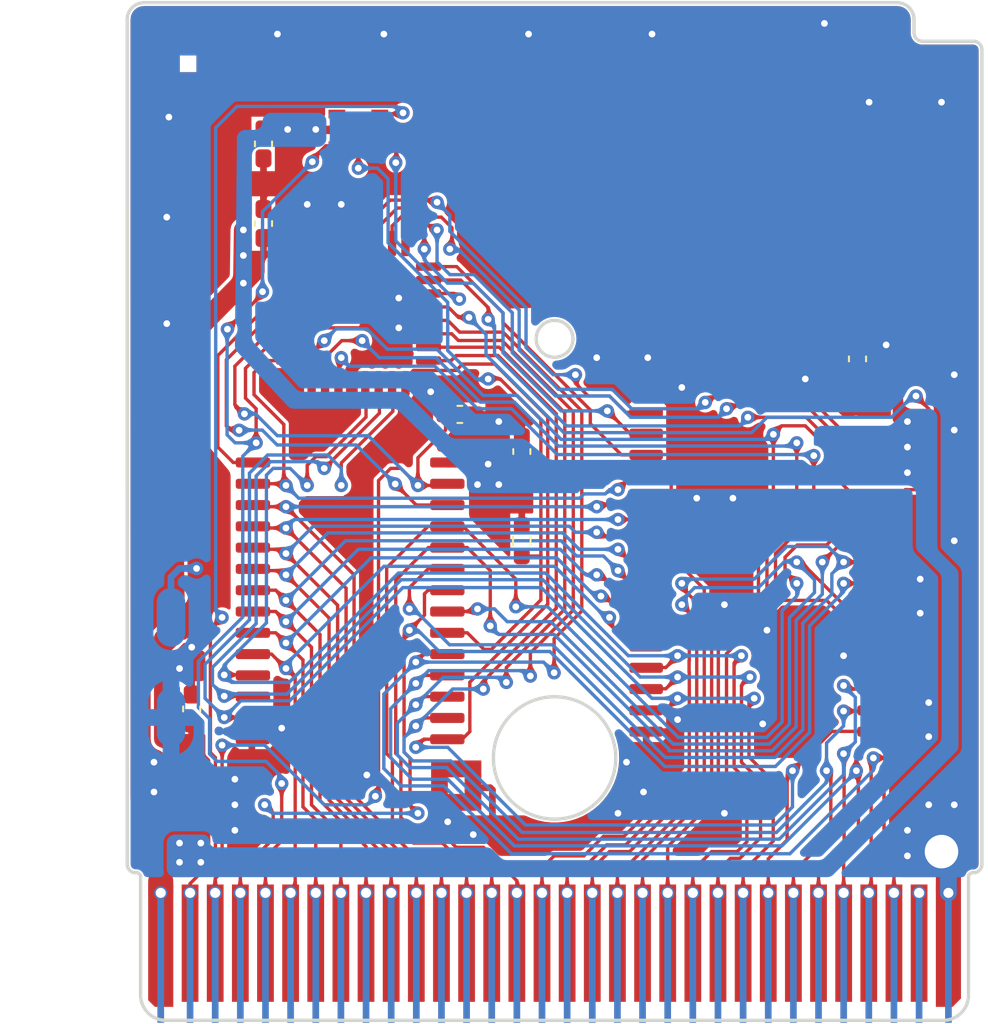
<source format=kicad_pcb>
(kicad_pcb (version 20211014) (generator pcbnew)
  (layers (0 "F.Cu" signal) (31 "B.Cu" signal) (34 "B.Paste" user) (35 "F.Paste" user) (36 "B.SilkS" user "B.Silkscreen") (37 "F.SilkS" user "F.Silkscreen") (38 "B.Mask" user) (39 "F.Mask" user) (44 "Edge.Cuts" user))
  (net 0 "")
  (net 1 "GND")
  (net 2 "VCC")
  (net 3 "Clock")
  (net 4 "Write")
  (net 5 "Read")
  (net 6 "CS")
  (net 7 "A00")
  (net 8 "A01")
  (net 9 "A02")
  (net 10 "A03")
  (net 11 "A04")
  (net 12 "A05")
  (net 13 "A06")
  (net 14 "A07")
  (net 15 "A08")
  (net 16 "A09")
  (net 17 "A10")
  (net 18 "A11")
  (net 19 "A12")
  (net 20 "A13")
  (net 21 "A14")
  (net 22 "A15")
  (net 23 "D0")
  (net 24 "D1")
  (net 25 "D2")
  (net 26 "D3")
  (net 27 "D4")
  (net 28 "D5")
  (net 29 "D6")
  (net 30 "D7")
  (net 31 "Reset")
  (net 32 "Audio")
  (net 33 "OR_Y")
  (net 34 "OR_A")
  (net 35 "SA14")
  (net 36 "SA13")
  (net 37 "RA14")
  (net 38 "RA15")
  (net 39 "RA16")
  (net 40 "RA17")
  (net 41 "RA18")
  (net 42 "RA19")
  (footprint "Nintendo:GroundPad_Square_SMD_3mm" (layer "F.Cu") (at 159.258 103.251)
    (fp_text reference "G1" hide)
    (fp_text value "GroundPad_Square_SMD_3mm")
  )
  (footprint "Package_SO:TSOP-6_1.65x3.05mm_P0.95mm" (layer "F.Cu") (at 153.416 64.135 180)
    (fp_text reference "U4")
    (fp_text value "TSOP-6_1.65x3.05mm_P0.95mm")
  )
  (footprint "Capacitor_SMD:C_0603_1608Metric_Pad1.08x0.95mm_HandSolder" (layer "F.Cu") (at 163.173004 83.324771 90)
    (fp_text reference "C3")
    (fp_text value "?? F")
  )
  (footprint "Nintendo:SSOP-32_MROM" (layer "F.Cu") (at 177.392038 90.50772)
    (fp_text reference "U1")
    (fp_text value "SSOP-32_MROM")
  )
  (footprint "Nintendo:SOIC-28_SRAM" (layer "F.Cu") (at 152.926447 92.231088)
    (fp_text reference "U3")
    (fp_text value "SOIC-28_SRAM")
  )
  (footprint "Resistor_SMD:R_0603_1608Metric_Pad0.98x0.95mm_HandSolder" (layer "F.Cu") (at 163.1696 88.646 90)
    (fp_text reference "R1")
    (fp_text value "R_0603_1608Metric_Pad0.98x0.95mm_HandSolder")
  )
  (footprint "Connector_GameBoy:GameBoy_GamePak_CGB-002_P1.50mm_Edge" (layer "F.Cu") (at 165.127 117.25)
    (fp_text reference "U0" hide)
    (fp_text value "CartBus" hide)
  )
  (footprint "Capacitor_SMD:C_0603_1608Metric_Pad1.08x0.95mm_HandSolder" (layer "F.Cu") (at 143.472151 98.679 90)
    (fp_text reference "C1")
    (fp_text value "?? F")
  )
  (footprint "Capacitor_SMD:C_0603_1608Metric_Pad1.08x0.95mm_HandSolder" (layer "F.Cu") (at 147.758701 64.972385 -90)
    (fp_text reference "C5")
    (fp_text value "?? F")
  )
  (footprint "Nintendo:LQFP-32_MBC" (layer "F.Cu") (at 153.426877 75.092593 90)
    (fp_text reference "U2")
    (fp_text value "LQFP-32_MBC")
  )
  (footprint "Capacitor_SMD:C_0603_1608Metric_Pad1.08x0.95mm_HandSolder" (layer "F.Cu") (at 183.202972 77.796492 90)
    (fp_text reference "C2")
    (fp_text value "?? F")
  )
  (footprint "Nintendo:GroundPad_Square_SMD_3mm" (layer "F.Cu") (at 143.256 60.198)
    (fp_text reference "G2" hide)
    (fp_text value "GroundPad_Square_SMD_3mm")
  )
  (footprint "Capacitor_SMD:C_0603_1608Metric_Pad1.08x0.95mm_HandSolder" (layer "F.Cu") (at 147.758701 69.723 90)
    (fp_text reference "C4")
    (fp_text value "?? F")
  )
  (footprint "Capacitor_SMD:C_0603_1608Metric_Pad1.08x0.95mm_HandSolder" (layer "F.Cu") (at 159.475046 81.107552)
    (fp_text reference "C6")
    (fp_text value "?? F")
  )
  (footprint "Nintendo:TestPoint_3.5x1.7mm" (layer "B.Cu") (at 142.24 99.187 90)
    (fp_text reference "GND")
    (fp_text value "TestPoint_3.5x1.7mm")
  )
  (footprint "Nintendo:TestPoint_3.5x1.7mm" (layer "B.Cu") (at 142.24 93.218 90)
    (fp_text reference "VCC")
    (fp_text value "TestPoint_3.5x1.7mm")
  )
  (gr_line (start 185.577 56.55) (end 140.626 56.55) (layer "Edge.Cuts") (width 0.2))
  (gr_arc (start 140.127 108.45) (mid 139.773447 108.303553) (end 139.627 107.95) (layer "Edge.Cuts") (width 0.2))
  (gr_arc (start 190.627 107.95) (mid 190.480553 108.303553) (end 190.127 108.45) (layer "Edge.Cuts") (width 0.2))
  (gr_arc (start 185.577 56.55) (mid 186.284107 56.842893) (end 186.577 57.55) (layer "Edge.Cuts") (width 0.2))
  (gr_arc (start 190.127 58.85) (mid 190.480553 58.996447) (end 190.627 59.35) (layer "Edge.Cuts") (width 0.2))
  (gr_line (start 140.427002 115.749998) (end 140.427 108.7) (layer "Edge.Cuts") (width 0.2))
  (gr_line (start 140.177 108.45) (end 140.127 108.45) (layer "Edge.Cuts") (width 0.2))
  (gr_line (start 141.927439 117.249559) (end 188.327441 117.250435) (layer "Edge.Cuts") (width 0.2))
  (gr_line (start 139.626 57.55) (end 139.627 107.95) (layer "Edge.Cuts") (width 0.2))
  (gr_arc (start 187.077 58.85) (mid 186.723447 58.703553) (end 186.577 58.35) (layer "Edge.Cuts") (width 0.2))
  (gr_line (start 189.827002 115.749998) (end 189.827 108.7) (layer "Edge.Cuts") (width 0.2))
  (gr_arc (start 141.927439 117.249559) (mid 140.866651 116.810529) (end 140.427002 115.749998) (layer "Edge.Cuts") (width 0.2))
  (gr_line (start 190.127 108.45) (end 190.077 108.45) (layer "Edge.Cuts") (width 0.2))
  (gr_circle (center 165.127 101.6) (end 168.777 101.6) (layer "Edge.Cuts") (width 0.2) (fill none))
  (gr_arc (start 189.827 108.7) (mid 189.900223 108.523223) (end 190.077 108.45) (layer "Edge.Cuts") (width 0.2))
  (gr_circle (center 165.127 76.6) (end 166.227 76.6) (layer "Edge.Cuts") (width 0.2) (fill none))
  (gr_arc (start 139.626 57.55) (mid 139.918893 56.842893) (end 140.626 56.55) (layer "Edge.Cuts") (width 0.2))
  (gr_arc (start 189.827002 115.749998) (mid 189.387972 116.810786) (end 188.327441 117.250435) (layer "Edge.Cuts") (width 0.2))
  (gr_line (start 186.577 57.55) (end 186.577 58.35) (layer "Edge.Cuts") (width 0.2))
  (gr_line (start 190.127 58.85) (end 187.077 58.85) (layer "Edge.Cuts") (width 0.2))
  (gr_line (start 190.627 107.95) (end 190.627 59.35) (layer "Edge.Cuts") (width 0.2))
  (gr_arc (start 140.177 108.45) (mid 140.353777 108.523223) (end 140.427 108.7) (layer "Edge.Cuts") (width 0.2))
  (segment (start 161.798 81.534) (end 161.371552 81.107552) (width 0.4) (layer "F.Cu") (net 1))
  (segment (start 147.066 100.676592) (end 147.258723 100.483869) (width 0.4) (layer "F.Cu") (net 1))
  (segment (start 149.8092 78.739499) (end 149.8092 78.74) (width 0.2) (layer "F.Cu") (net 1))
  (segment (start 160.274 106.172) (end 160.401 106.172) (width 0.4) (layer "F.Cu") (net 1))
  (segment (start 148.336 101.854) (end 147.066 101.854) (width 0.4) (layer "F.Cu") (net 1))
  (segment (start 183.224101 75.220899) (end 183.224101 77.016171) (width 0.4) (layer "F.Cu") (net 1))
  (segment (start 147.758701 68.8605) (end 147.758701 65.834885) (width 0.4) (layer "F.Cu") (net 1))
  (segment (start 161.417 105.156) (end 161.417 103.505) (width 0.4) (layer "F.Cu") (net 1))
  (segment (start 148.844 101.346) (end 148.336 101.854) (width 0.4) (layer "F.Cu") (net 1))
  (segment (start 154.305 75.946) (end 150.749 75.946) (width 0.2) (layer "F.Cu") (net 1))
  (segment (start 150.34948 76.34552) (end 150.34948 78.105) (width 0.2) (layer "F.Cu") (net 1))
  (segment (start 172.593 99.314) (end 171.87428 100.03272) (width 0.4) (layer "F.Cu") (net 1))
  (segment (start 153.031145 78.413655) (end 153.7208 77.724) (width 0.4) (layer "F.Cu") (net 1))
  (segment (start 161.417 103.505) (end 161.29 103.378) (width 0.4) (layer "F.Cu") (net 1))
  (segment (start 148.4376 67.4116) (end 147.758701 68.090499) (width 0.4) (layer "F.Cu") (net 1))
  (segment (start 161.29 103.378) (end 160.528 103.378) (width 0.4) (layer "F.Cu") (net 1))
  (segment (start 147.758701 68.090499) (end 147.758701 68.8605) (width 0.4) (layer "F.Cu") (net 1))
  (segment (start 188.627 109.65) (end 188.627 108.712) (width 1.5) (layer "F.Cu") (net 1))
  (segment (start 170.561 101.854) (end 170.592038 101.822962) (width 0.4) (layer "F.Cu") (net 1))
  (segment (start 170.592038 101.822962) (end 170.592038 100.03272) (width 0.4) (layer "F.Cu") (net 1))
  (segment (start 149.1996 67.4116) (end 148.4376 67.4116) (width 0.4) (layer "F.Cu") (net 1))
  (segment (start 171.87428 100.03272) (end 170.592038 100.03272) (width 0.4) (layer "F.Cu") (net 1))
  (segment (start 161.371552 81.107552) (end 160.337546 81.107552) (width 0.4) (layer "F.Cu") (net 1))
  (segment (start 143.472151 97.8165) (end 143.472151 96.990151) (width 0.4) (layer "F.Cu") (net 1))
  (segment (start 146.05 102.87) (end 147.066 101.854) (width 0.4) (layer "F.Cu") (net 1))
  (segment (start 153.924011 102.616) (end 153.67 102.361989) (width 0.4) (layer "F.Cu") (net 1))
  (segment (start 160.401 106.172) (end 161.417 105.156) (width 0.4) (layer "F.Cu") (net 1))
  (segment (start 150.749 75.946) (end 150.34948 76.34552) (width 0.2) (layer "F.Cu") (net 1))
  (segment (start 169.418 101.854) (end 170.561 101.854) (width 0.4) (layer "F.Cu") (net 1))
  (segment (start 153.67 83.82) (end 157.734 79.756) (width 0.4) (layer "F.Cu") (net 1))
  (segment (start 153.67 102.361989) (end 153.67 83.82) (width 0.4) (layer "F.Cu") (net 1))
  (segment (start 147.258723 100.483869) (end 148.182131 100.483869) (width 0.4) (layer "F.Cu") (net 1))
  (segment (start 154.696 64.135) (end 156.464 64.135) (width 0.4) (layer "F.Cu") (net 1))
  (segment (start 153.031145 79.267915) (end 153.031145 80.641145) (width 0.4) (layer "F.Cu") (net 1))
  (segment (start 148.182131 100.483869) (end 148.844 99.822) (width 0.4) (layer "F.Cu") (net 1))
  (segment (start 148.844 99.822) (end 148.844 101.346) (width 0.4) (layer "F.Cu") (net 1))
  (segment (start 150.34948 78.199219) (end 149.8092 78.739499) (width 0.2) (layer "F.Cu") (net 1))
  (segment (start 147.066 101.854) (end 147.066 100.676592) (width 0.4) (layer "F.Cu") (net 1))
  (segment (start 143.472151 96.990151) (end 142.748 96.266) (width 0.4) (layer "F.Cu") (net 1))
  (segment (start 153.031145 79.267915) (end 153.031145 78.413655) (width 0.4) (layer "F.Cu") (net 1))
  (segment (start 150.34948 78.105) (end 150.34948 78.199219) (width 0.2) (layer "F.Cu") (net 1))
  (segment (start 150.368 68.58) (end 149.1996 67.4116) (width 0.4) (layer "F.Cu") (net 1))
  (segment (start 163.173004 82.462271) (end 163.173004 81.258004) (width 0.4) (layer "F.Cu") (net 1))
  (segment (start 154.432 75.819) (end 154.305 75.946) (width 0.2) (layer "F.Cu") (net 1))
  (via (at 170.688 77.724) (size 0.8) (drill 0.4) (layers "F.Cu" "B.Cu") (net 1))
  (via (at 163.576 58.42) (size 0.8) (drill 0.4) (layers "F.Cu" "B.Cu") (net 1))
  (via (at 182.372 95.504) (size 0.8) (drill 0.4) (layers "F.Cu" "B.Cu") (net 1))
  (via (at 177.546 99.568) (size 0.8) (drill 0.4) (layers "F.Cu" "B.Cu") (net 1))
  (via (at 155.829 74.168) (size 0.8) (drill 0.4) (layers "F.Cu" "B.Cu") (net 1))
  (via (at 188.214 107.188) (size 2.4) (drill 2) (layers "F.Cu" "B.Cu") (net 1))
  (via (at 175.768 86.106) (size 0.8) (drill 0.4) (layers "F.Cu" "B.Cu") (net 1))
  (via (at 142.748 96.266) (size 0.8) (drill 0.4) (layers "F.Cu" "B.Cu") (net 1))
  (via (at 161.798 81.534) (size 0.8) (drill 0.4) (layers "F.Cu" "B.Cu") (net 1))
  (via (at 186.944 90.932) (size 0.8) (drill 0.4) (layers "F.Cu" "B.Cu") (net 1))
  (via (at 175.26 104.902) (size 0.8) (drill 0.4) (layers "F.Cu" "B.Cu") (net 1))
  (via (at 150.368 68.58) (size 0.8) (drill 0.4) (layers "F.Cu" "B.Cu") (net 1))
  (via (at 160.274 106.172) (size 0.8) (drill 0.4) (layers "F.Cu" "B.Cu") (net 1))
  (via (at 154.94 58.42) (size 0.8) (drill 0.4) (layers "F.Cu" "B.Cu") (net 1))
  (via (at 173.609 86.106) (size 0.8) (drill 0.4) (layers "F.Cu" "B.Cu") (net 1))
  (via (at 184.912 76.962) (size 0.8) (drill 0.4) (layers "F.Cu" "B.Cu") (net 1))
  (via (at 157.734 79.756) (size 0.8) (drill 0.4) (layers "F.Cu" "B.Cu") (net 1))
  (via (at 187.452 98.298) (size 0.8) (drill 0.4) (layers "F.Cu" "B.Cu") (net 1))
  (via (at 180.086 78.994) (size 0.8) (drill 0.4) (layers "F.Cu" "B.Cu") (net 1))
  (via (at 143.475038 94.996) (size 0.8) (drill 0.4) (layers "F.Cu" "B.Cu") (net 1))
  (via (at 177.8 93.98) (size 0.8) (drill 0.4) (layers "F.Cu" "B.Cu") (net 1))
  (via (at 168.91 104.902) (size 0.8) (drill 0.4) (layers "F.Cu" "B.Cu") (net 1))
  (via (at 172.466 99.314) (size 0.8) (drill 0.4) (layers "F.Cu" "B.Cu") (net 1))
  (via (at 188.976 104.394) (size 0.8) (drill 0.4) (layers "F.Cu" "B.Cu") (net 1))
  (via (at 152.4 68.58) (size 0.8) (drill 0.4) (layers "F.Cu" "B.Cu") (net 1))
  (via (at 188.976 78.74) (size 0.8) (drill 0.4) (layers "F.Cu" "B.Cu") (net 1))
  (via (at 146.05 102.87) (size 0.8) (drill 0.4) (layers "F.Cu" "B.Cu") (net 1))
  (via (at 188.976 88.646) (size 0.8) (drill 0.4) (layers "F.Cu" "B.Cu") (net 1))
  (via (at 153.924011 102.616) (size 0.8) (drill 0.4) (layers "F.Cu" "B.Cu") (net 1))
  (via (at 158.75 105.41) (size 0.8) (drill 0.4) (layers "F.Cu" "B.Cu") (net 1))
  (via (at 148.844 99.822) (size 0.8) (drill 0.4) (layers "F.Cu" "B.Cu") (net 1))
  (via (at 170.434 103.632) (size 0.8) (drill 0.4) (layers "F.Cu" "B.Cu") (net 1))
  (via (at 148.59 58.42) (size 0.8) (drill 0.4) (layers "F.Cu" "B.Cu") (net 1))
  (via (at 141.986 75.692) (size 0.8) (drill 0.4) (layers "F.Cu" "B.Cu") (net 1))
  (via (at 172.72 79.502) (size 0.8) (drill 0.4) (layers "F.Cu" "B.Cu") (net 1))
  (via (at 186.182 107.442) (size 0.8) (drill 0.4) (layers "F.Cu" "B.Cu") (net 1))
  (via (at 188.976 82.042) (size 0.8) (drill 0.4) (layers "F.Cu" "B.Cu") (net 1))
  (via (at 141.986 69.342) (size 0.8) (drill 0.4) (layers "F.Cu" "B.Cu") (net 1))
  (via (at 186.944 92.964) (size 0.8) (drill 0.4) (layers "F.Cu" "B.Cu") (net 1))
  (via (at 175.26 92.456) (size 0.8) (drill 0.4) (layers "F.Cu" "B.Cu") (net 1))
  (via (at 181.229 57.785) (size 0.8) (drill 0.4) (layers "F.Cu" "B.Cu") (net 1))
  (via (at 142.113 63.373) (size 0.8) (drill 0.4) (layers "F.Cu" "B.Cu") (net 1))
  (via (at 183.896 62.484) (size 0.8) (drill 0.4) (layers "F.Cu" "B.Cu") (net 1))
  (via (at 187.452 100.33) (size 0.8) (drill 0.4) (layers "F.Cu" "B.Cu") (net 1))
  (via (at 169.418 101.854) (size 0.8) (drill 0.4) (layers "F.Cu" "B.Cu") (net 1))
  (via (at 141.224 103.632) (size 0.8) (drill 0.4) (layers "F.Cu" "B.Cu") (net 1))
  (via (at 186.182 105.918) (size 0.8) (drill 0.4) (layers "F.Cu" "B.Cu") (net 1))
  (via (at 188.214 62.484) (size 0.8) (drill 0.4) (layers "F.Cu" "B.Cu") (net 1))
  (via (at 141.224 101.854) (size 0.8) (drill 0.4) (layers "F.Cu" "B.Cu") (net 1))
  (via (at 187.452 104.394) (size 0.8) (drill 0.4) (layers "F.Cu" "B.Cu") (net 1))
  (via (at 167.64 77.724) (size 0.8) (drill 0.4) (layers "F.Cu" "B.Cu") (net 1))
  (via (at 146.05 104.394) (size 0.8) (drill 0.4) (layers "F.Cu" "B.Cu") (net 1))
  (via (at 146.05 105.918) (size 0.8) (drill 0.4) (layers "F.Cu" "B.Cu") (net 1))
  (via (at 155.829 75.946) (size 0.8) (drill 0.4) (layers "F.Cu" "B.Cu") (net 1))
  (via (at 170.942 58.42) (size 0.8) (drill 0.4) (layers "F.Cu" "B.Cu") (net 1))
  (segment (start 188.627 109.65) (end 188.627 108.712) (width 1) (layer "B.Cu") (net 1))
  (segment (start 150.9776 64.1096) (end 151.003 64.135) (width 0.4) (layer "F.Cu") (net 2))
  (segment (start 184.068298 80.964791) (end 184.068298 79.928298) (width 0.4) (layer "F.Cu") (net 2))
  (segment (start 150.876 64.1096) (end 150.9776 64.1096) (width 0.4) (layer "F.Cu") (net 2))
  (segment (start 143.472151 99.5415) (end 143.472151 105.955849) (width 0.4) (layer "F.Cu") (net 2))
  (segment (start 183.224101 79.592101) (end 183.224101 78.741171) (width 0.4) (layer "F.Cu") (net 2))
  (segment (start 147.758701 70.5855) (end 147.758701 71.443299) (width 0.4) (layer "F.Cu") (net 2))
  (segment (start 161.192088 84.070312) (end 161.192088 83.976088) (width 0.4) (layer "F.Cu") (net 2))
  (segment (start 150.67629 70.934264) (end 150.338011 71.272543) (width 0.4) (layer "F.Cu") (net 2))
  (segment (start 161.798 85.2932) (end 161.8488 85.344) (width 0.4) (layer "F.Cu") (net 2))
  (segment (start 141.627 109.65) (end 141.627 108.966) (width 1.5) (layer "F.Cu") (net 2))
  (segment (start 149.4028 64.1096) (end 149.4017 64.1107) (width 0.4) (layer "F.Cu") (net 2))
  (segment (start 161.8488 85.344) (end 163.195 85.344) (width 0.4) (layer "F.Cu") (net 2))
  (segment (start 163.195 85.344) (end 163.195 84.209267) (width 0.6) (layer "F.Cu") (net 2))
  (segment (start 163.1696 87.7335) (end 163.1696 85.3694) (width 0.4) (layer "F.Cu") (net 2))
  (segment (start 161.1884 84.074) (end 161.192088 84.070312) (width 0.4) (layer "F.Cu") (net 2))
  (segment (start 149.1996 64.1096) (end 147.8799 64.1096) (width 0.4) (layer "F.Cu") (net 2))
  (segment (start 184.068298 80.964791) (end 182.564791 80.964791) (width 0.4) (layer "F.Cu") (net 2))
  (segment (start 163.1696 85.3694) (end 163.195 85.344) (width 0.4) (layer "F.Cu") (net 2))
  (segment (start 143.472151 105.955849) (end 142.748 106.68) (width 0.4) (layer "F.Cu") (net 2))
  (segment (start 150.876 64.1096) (end 149.4028 64.1096) (width 0.4) (layer "F.Cu") (net 2))
  (segment (start 158.726447 83.976088) (end 161.192088 83.976088) (width 0.6) (layer "F.Cu") (net 2))
  (segment (start 152.256 64.135) (end 151.003 64.135) (width 0.5) (layer "F.Cu") (net 2))
  (via (at 146.558 70.104) (size 0.8) (drill 0.4) (layers "F.Cu" "B.Cu") (net 2))
  (via (at 146.558 71.628) (size 0.8) (drill 0.4) (layers "F.Cu" "B.Cu") (net 2))
  (via (at 142.748 106.68) (size 0.8) (drill 0.4) (layers "F.Cu" "B.Cu") (net 2))
  (via (at 150.876 64.1096) (size 0.8) (drill 0.4) (layers "F.Cu" "B.Cu") (net 2))
  (via (at 186.182 83.058) (size 0.8) (drill 0.4) (layers "F.Cu" "B.Cu") (net 2))
  (via (at 160.528 85.2932) (size 0.8) (drill 0.4) (layers "F.Cu" "B.Cu") (net 2))
  (via (at 186.182 84.582) (size 0.8) (drill 0.4) (layers "F.Cu" "B.Cu") (net 2))
  (via (at 149.1996 64.1096) (size 0.8) (drill 0.4) (layers "F.Cu" "B.Cu") (net 2))
  (via (at 144.018 107.823) (size 0.8) (drill 0.4) (layers "F.Cu" "B.Cu") (net 2))
  (via (at 161.798 85.2932) (size 0.8) (drill 0.4) (layers "F.Cu" "B.Cu") (net 2))
  (via (at 142.748 107.823) (size 0.8) (drill 0.4) (layers "F.Cu" "B.Cu") (net 2))
  (via (at 161.163 84.074) (size 0.8) (drill 0.4) (layers "F.Cu" "B.Cu") (net 2))
  (via (at 143.764 90.297) (size 0.8) (drill 0.4) (layers "F.Cu" "B.Cu") (net 2))
  (via (at 186.182 81.534) (size 0.8) (drill 0.4) (layers "F.Cu" "B.Cu") (net 2))
  (via (at 146.558 73.279) (size 0.8) (drill 0.4) (layers "F.Cu" "B.Cu") (net 2))
  (via (at 144.018 106.68) (size 0.8) (drill 0.4) (layers "F.Cu" "B.Cu") (net 2))
  (segment (start 142.24 90.805) (end 142.24 93.218) (width 0.4) (layer "B.Cu") (net 2))
  (segment (start 142.748 90.297) (end 142.24 90.805) (width 0.4) (layer "B.Cu") (net 2))
  (segment (start 143.764 90.297) (end 142.748 90.297) (width 0.4) (layer "B.Cu") (net 2))
  (segment (start 143.377 109.099) (end 143.891 108.585) (width 0.2) (layer "F.Cu") (net 3))
  (segment (start 156.017 63.185) (end 154.576 63.185) (width 0.2) (layer "F.Cu") (net 3))
  (segment (start 144.588489 93.917511) (end 145.288 93.218) (width 0.2) (layer "F.Cu") (net 3))
  (segment (start 143.891 108.585) (end 144.526 108.585) (width 0.2) (layer "F.Cu") (net 3))
  (segment (start 144.526 108.585) (end 144.88848 108.22252) (width 0.2) (layer "F.Cu") (net 3))
  (segment (start 144.588489 101.281489) (end 144.588489 93.917511) (width 0.2) (layer "F.Cu") (net 3))
  (segment (start 144.88848 108.22252) (end 144.88848 101.58148) (width 0.2) (layer "F.Cu") (net 3))
  (segment (start 156.083 63.119) (end 156.017 63.185) (width 0.2) (layer "F.Cu") (net 3))
  (segment (start 143.377 109.65) (end 143.377 109.099) (width 0.2) (layer "F.Cu") (net 3))
  (segment (start 144.88848 101.58148) (end 144.588489 101.281489) (width 0.2) (layer "F.Cu") (net 3))
  (via (at 156.083 63.119) (size 0.8) (drill 0.4) (layers "F.Cu" "B.Cu") (net 3))
  (via (at 145.288 93.218) (size 0.8) (drill 0.4) (layers "F.Cu" "B.Cu") (net 3))
  (segment (start 155.702 62.738) (end 146.177 62.738) (width 0.2) (layer "B.Cu") (net 3))
  (segment (start 144.907 92.837) (end 145.288 93.218) (width 0.2) (layer "B.Cu") (net 3))
  (segment (start 146.177 62.738) (end 144.907 64.008) (width 0.2) (layer "B.Cu") (net 3))
  (segment (start 144.907 64.008) (end 144.907 92.837) (width 0.2) (layer "B.Cu") (net 3))
  (segment (start 156.083 63.119) (end 155.702 62.738) (width 0.2) (layer "B.Cu") (net 3))
  (segment (start 147.982442 76.299558) (end 149.30129 76.299558) (width 0.2) (layer "F.Cu") (net 4))
  (segment (start 154.623511 85.050889) (end 155.3464 84.328) (width 0.2) (layer "F.Cu") (net 4))
  (segment (start 146.6205 81.076122) (end 146.608122 81.076122) (width 0.2) (layer "F.Cu") (net 4))
  (segment (start 144.877 109.65) (end 144.877 108.799006) (width 0.2) (layer "F.Cu") (net 4))
  (segment (start 155.956 84.328) (end 156.972 85.344) (width 0.2) (layer "F.Cu") (net 4))
  (segment (start 155.3464 84.328) (end 155.956 84.328) (width 0.2) (layer "F.Cu") (net 4))
  (segment (start 156.972 85.344) (end 156.972 83.693) (width 0.2) (layer "F.Cu") (net 4))
  (segment (start 156.972 83.693) (end 158.623 82.042) (width 0.2) (layer "F.Cu") (net 4))
  (segment (start 145.288 108.388006) (end 145.288 100.838) (width 0.2) (layer "F.Cu") (net 4))
  (segment (start 146.05 78.232) (end 147.982442 76.299558) (width 0.2) (layer "F.Cu") (net 4))
  (segment (start 156.972 85.344) (end 158.588592 85.344) (width 0.2) (layer "F.Cu") (net 4))
  (segment (start 146.05 80.518) (end 146.05 78.232) (width 0.2) (layer "F.Cu") (net 4))
  (segment (start 154.623511 103.694489) (end 154.623511 85.050889) (width 0.2) (layer "F.Cu") (net 4))
  (segment (start 144.877 108.799006) (end 145.288 108.388006) (width 0.2) (layer "F.Cu") (net 4))
  (segment (start 146.608122 81.076122) (end 146.05 80.518) (width 0.2) (layer "F.Cu") (net 4))
  (segment (start 158.623 82.042) (end 158.623 81.118006) (width 0.2) (layer "F.Cu") (net 4))
  (segment (start 154.432 103.886) (end 154.623511 103.694489) (width 0.2) (layer "F.Cu") (net 4))
  (via (at 154.432 103.886) (size 0.8) (drill 0.4) (layers "F.Cu" "B.Cu") (net 4))
  (via (at 146.6205 81.076122) (size 0.8) (drill 0.4) (layers "F.Cu" "B.Cu") (net 4))
  (via (at 145.288 100.838) (size 0.8) (drill 0.4) (layers "F.Cu" "B.Cu") (net 4))
  (via (at 156.972 85.344) (size 0.8) (drill 0.4) (layers "F.Cu" "B.Cu") (net 4))
  (segment (start 154.432 103.886) (end 153.924 104.394) (width 0.2) (layer "B.Cu") (net 4))
  (segment (start 151.384 104.394) (end 147.828 100.838) (width 0.2) (layer "B.Cu") (net 4))
  (segment (start 147.282286 81.076122) (end 148.585245 82.379081) (width 0.2) (layer "B.Cu") (net 4))
  (segment (start 146.6205 81.076122) (end 147.282286 81.076122) (width 0.2) (layer "B.Cu") (net 4))
  (segment (start 148.585245 82.379081) (end 154.007081 82.379081) (width 0.2) (layer "B.Cu") (net 4))
  (segment (start 147.828 100.838) (end 145.288 100.838) (width 0.2) (layer "B.Cu") (net 4))
  (segment (start 153.924 104.394) (end 151.384 104.394) (width 0.2) (layer "B.Cu") (net 4))
  (segment (start 154.007081 82.379081) (end 156.972 85.344) (width 0.2) (layer "B.Cu") (net 4))
  (segment (start 182.372 91.186) (end 184.007089 91.186) (width 0.2) (layer "F.Cu") (net 5))
  (segment (start 157.364203 93.079797) (end 157.364203 91.809797) (width 0.2) (layer "F.Cu") (net 5))
  (segment (start 156.145489 101.254748) (end 156.145489 94.298511) (width 0.2) (layer "F.Cu") (net 5))
  (segment (start 146.377 108.385) (end 148.336 106.426) (width 0.2) (layer "F.Cu") (net 5))
  (segment (start 148.336 104.902) (end 147.828 104.394) (width 0.2) (layer "F.Cu") (net 5))
  (segment (start 156.145489 94.298511) (end 156.464 93.98) (width 0.2) (layer "F.Cu") (net 5))
  (segment (start 156.503811 104.433811) (end 156.503811 101.61307) (width 0.2) (layer "F.Cu") (net 5))
  (segment (start 157.580131 91.593869) (end 158.688723 91.593869) (width 0.2) (layer "F.Cu") (net 5))
  (segment (start 156.464 93.98) (end 157.364203 93.079797) (width 0.2) (layer "F.Cu") (net 5))
  (segment (start 148.336 106.426) (end 148.336 104.902) (width 0.2) (layer "F.Cu") (net 5))
  (segment (start 156.972 104.902) (end 156.503811 104.433811) (width 0.2) (layer "F.Cu") (net 5))
  (segment (start 146.377 109.65) (end 146.377 108.385) (width 0.2) (layer "F.Cu") (net 5))
  (segment (start 156.503811 101.61307) (end 156.145489 101.254748) (width 0.2) (layer "F.Cu") (net 5))
  (segment (start 157.364203 91.809797) (end 157.580131 91.593869) (width 0.2) (layer "F.Cu") (net 5))
  (via (at 156.972 104.902) (size 0.8) (drill 0.4) (layers "F.Cu" "B.Cu") (net 5))
  (via (at 182.372 91.186) (size 0.8) (drill 0.4) (layers "F.Cu" "B.Cu") (net 5))
  (via (at 156.464 93.98) (size 0.8) (drill 0.4) (layers "F.Cu" "B.Cu") (net 5))
  (via (at 147.828 104.394) (size 0.8) (drill 0.4) (layers "F.Cu" "B.Cu") (net 5))
  (segment (start 148.336 104.902) (end 156.972 104.902) (width 0.2) (layer "B.Cu") (net 5))
  (segment (start 180.34 93.726) (end 182.372 91.694) (width 0.2) (layer "B.Cu") (net 5))
  (segment (start 158.242 95.25) (end 164.846 95.25) (width 0.2) (layer "B.Cu") (net 5))
  (segment (start 171.704 102.108) (end 178.308 102.108) (width 0.2) (layer "B.Cu") (net 5))
  (segment (start 147.828 104.394) (end 148.336 104.902) (width 0.2) (layer "B.Cu") (net 5))
  (segment (start 178.308 102.108) (end 180.34 100.076) (width 0.2) (layer "B.Cu") (net 5))
  (segment (start 180.34 100.076) (end 180.34 93.726) (width 0.2) (layer "B.Cu") (net 5))
  (segment (start 156.464 93.98) (end 156.972 93.98) (width 0.2) (layer "B.Cu") (net 5))
  (segment (start 164.846 95.25) (end 171.704 102.108) (width 0.2) (layer "B.Cu") (net 5))
  (segment (start 156.972 93.98) (end 158.242 95.25) (width 0.2) (layer "B.Cu") (net 5))
  (segment (start 182.372 91.694) (end 182.372 91.186) (width 0.2) (layer "B.Cu") (net 5))
  (segment (start 146.685 80.137) (end 146.685 78.359) (width 0.2) (layer "F.Cu") (net 6))
  (segment (start 147.944442 77.099558) (end 149.30129 77.099558) (width 0.2) (layer "F.Cu") (net 6))
  (segment (start 151.4754 65.085) (end 152.136 65.085) (width 0.2) (layer "F.Cu") (net 6))
  (segment (start 150.6728 65.8876) (end 151.4754 65.085) (width 0.2) (layer "F.Cu") (net 6))
  (segment (start 146.685 78.359) (end 147.944442 77.099558) (width 0.2) (layer "F.Cu") (net 6))
  (segment (start 147.877 109.65) (end 147.877 107.52) (width 0.2) (layer "F.Cu") (net 6))
  (segment (start 147.877 107.52) (end 148.844 106.553) (width 0.2) (layer "F.Cu") (net 6))
  (segment (start 145.6065 76.0085) (end 145.6065 76.022878) (width 0.2) (layer "F.Cu") (net 6))
  (segment (start 150.6728 66.04) (end 150.6728 65.8876) (width 0.2) (layer "F.Cu") (net 6))
  (segment (start 147.701 73.787) (end 147.701 73.914) (width 0.2) (layer "F.Cu") (net 6))
  (segment (start 147.32 80.772) (end 146.685 80.137) (width 0.2) (layer "F.Cu") (net 6))
  (segment (start 147.32 82.804) (end 147.32 80.772) (width 0.2) (layer "F.Cu") (net 6))
  (segment (start 148.844 106.553) (end 148.844 103.124) (width 0.2) (layer "F.Cu") (net 6))
  (segment (start 147.701 73.914) (end 145.6065 76.0085) (width 0.2) (layer "F.Cu") (net 6))
  (via (at 147.701 73.787) (size 0.8) (drill 0.4) (layers "F.Cu" "B.Cu") (net 6))
  (via (at 148.844 103.124) (size 0.8) (drill 0.4) (layers "F.Cu" "B.Cu") (net 6))
  (via (at 145.6065 76.022878) (size 0.8) (drill 0.4) (layers "F.Cu" "B.Cu") (net 6))
  (via (at 147.32 82.804) (size 0.8) (drill 0.4) (layers "F.Cu" "B.Cu") (net 6))
  (via (at 150.6728 66.04) (size 0.8) (drill 0.4) (layers "F.Cu" "B.Cu") (net 6))
  (segment (start 146.52096 93.198034) (end 146.520961 83.603039) (width 0.2) (layer "B.Cu") (net 6))
  (segment (start 147.914199 101.805249) (end 144.985249 101.805249) (width 0.2) (layer "B.Cu") (net 6))
  (segment (start 146.062239 82.804) (end 147.32 82.804) (width 0.2) (layer "B.Cu") (net 6))
  (segment (start 148.844 102.73505) (end 147.914199 101.805249) (width 0.2) (layer "B.Cu") (net 6))
  (segment (start 146.520961 83.603039) (end 147.32 82.804) (width 0.2) (layer "B.Cu") (net 6))
  (segment (start 147.701 69.0118) (end 147.701 73.787) (width 0.2) (layer "B.Cu") (net 6))
  (segment (start 150.6728 66.04) (end 147.701 69.0118) (width 0.2) (layer "B.Cu") (net 6))
  (segment (start 145.58677 76.042608) (end 145.58677 82.328531) (width 0.2) (layer "B.Cu") (net 6))
  (segment (start 143.872481 95.846513) (end 146.52096 93.198034) (width 0.2) (layer "B.Cu") (net 6))
  (segment (start 145.58677 82.328531) (end 146.062239 82.804) (width 0.2) (layer "B.Cu") (net 6))
  (segment (start 144.985249 101.805249) (end 144.538703 101.358703) (width 0.2) (layer "B.Cu") (net 6))
  (segment (start 143.872481 98.593572) (end 143.872481 95.846513) (width 0.2) (layer "B.Cu") (net 6))
  (segment (start 144.538703 101.358703) (end 144.538703 99.259794) (width 0.2) (layer "B.Cu") (net 6))
  (segment (start 145.6065 76.022878) (end 145.58677 76.042608) (width 0.2) (layer "B.Cu") (net 6))
  (segment (start 144.538703 99.259794) (end 143.872481 98.593572) (width 0.2) (layer "B.Cu") (net 6))
  (segment (start 148.844 103.124) (end 148.844 102.73505) (width 0.2) (layer "B.Cu") (net 6))
  (segment (start 148.235869 95.403869) (end 147.258723 95.403869) (width 0.2) (layer "F.Cu") (net 7))
  (segment (start 149.098 96.266) (end 148.235869 95.403869) (width 0.2) (layer "F.Cu") (net 7))
  (segment (start 168.402 93.218) (end 168.402 93.599) (width 0.2) (layer "F.Cu") (net 7))
  (segment (start 149.649648 109.377352) (end 149.649648 96.817648) (width 0.2) (layer "F.Cu") (net 7))
  (segment (start 149.649648 96.817648) (end 149.098 96.266) (width 0.2) (layer "F.Cu") (net 7))
  (segment (start 168.402 93.599) (end 169.737791 94.934791) (width 0.2) (layer "F.Cu") (net 7))
  (via (at 168.402 93.218) (size 0.8) (drill 0.4) (layers "F.Cu" "B.Cu") (net 7))
  (via (at 149.098 96.266) (size 0.8) (drill 0.4) (layers "F.Cu" "B.Cu") (net 7))
  (segment (start 149.098 96.012) (end 149.098 96.266) (width 0.2) (layer "B.Cu") (net 7))
  (segment (start 168.174741 93.218) (end 165.126741 90.17) (width 0.2) (layer "B.Cu") (net 7))
  (segment (start 165.126741 90.17) (end 154.94 90.17) (width 0.2) (layer "B.Cu") (net 7))
  (segment (start 168.402 93.218) (end 168.174741 93.218) (width 0.2) (layer "B.Cu") (net 7))
  (segment (start 154.94 90.17) (end 149.098 96.012) (width 0.2) (layer "B.Cu") (net 7))
  (segment (start 150.877 105.284) (end 150.114 104.521) (width 0.2) (layer "F.Cu") (net 8))
  (segment (start 150.114 104.521) (end 150.114 95.758) (width 0.2) (layer "F.Cu") (net 8))
  (segment (start 168.148 91.948) (end 169.864791 93.664791) (width 0.2) (layer "F.Cu") (net 8))
  (segment (start 148.492088 94.136088) (end 147.126447 94.136088) (width 0.2) (layer "F.Cu") (net 8))
  (segment (start 150.877 109.65) (end 150.877 105.284) (width 0.2) (layer "F.Cu") (net 8))
  (segment (start 150.114 95.758) (end 149.098 94.742) (width 0.2) (layer "F.Cu") (net 8))
  (segment (start 167.894 91.948) (end 168.148 91.948) (width 0.2) (layer "F.Cu") (net 8))
  (segment (start 149.098 94.742) (end 148.492088 94.136088) (width 0.2) (layer "F.Cu") (net 8))
  (via (at 167.894 91.948) (size 0.8) (drill 0.4) (layers "F.Cu" "B.Cu") (net 8))
  (via (at 149.098 94.742) (size 0.8) (drill 0.4) (layers "F.Cu" "B.Cu") (net 8))
  (segment (start 149.098 94.742) (end 154.178 89.662) (width 0.2) (layer "B.Cu") (net 8))
  (segment (start 154.178 89.662) (end 165.25424 89.662) (width 0.2) (layer "B.Cu") (net 8))
  (segment (start 165.25424 89.662) (end 167.54024 91.948) (width 0.2) (layer "B.Cu") (net 8))
  (segment (start 167.54024 91.948) (end 167.894 91.948) (width 0.2) (layer "B.Cu") (net 8))
  (segment (start 148.489869 92.863869) (end 147.258723 92.863869) (width 0.2) (layer "F.Cu") (net 9))
  (segment (start 149.098 93.472) (end 148.489869 92.863869) (width 0.2) (layer "F.Cu") (net 9))
  (segment (start 167.894 90.678) (end 169.610791 92.394791) (width 0.2) (layer "F.Cu") (net 9))
  (segment (start 152.377 109.65) (end 152.377 106.149) (width 0.2) (layer "F.Cu") (net 9))
  (segment (start 169.610791 92.394791) (end 170.968298 92.394791) (width 0.2) (layer "F.Cu") (net 9))
  (segment (start 150.622 104.394) (end 150.622 94.996) (width 0.2) (layer "F.Cu") (net 9))
  (segment (start 150.622 94.996) (end 149.098 93.472) (width 0.2) (layer "F.Cu") (net 9))
  (segment (start 167.64 90.678) (end 167.894 90.678) (width 0.2) (layer "F.Cu") (net 9))
  (segment (start 152.377 106.149) (end 150.622 104.394) (width 0.2) (layer "F.Cu") (net 9))
  (via (at 167.64 90.678) (size 0.8) (drill 0.4) (layers "F.Cu" "B.Cu") (net 9))
  (via (at 149.098 93.472) (size 0.8) (drill 0.4) (layers "F.Cu" "B.Cu") (net 9))
  (segment (start 153.416 89.154) (end 165.465485 89.154) (width 0.2) (layer "B.Cu") (net 9))
  (segment (start 166.989485 90.678) (end 167.64 90.678) (width 0.2) (layer "B.Cu") (net 9))
  (segment (start 149.098 93.472) (end 153.416 89.154) (width 0.2) (layer "B.Cu") (net 9))
  (segment (start 165.465485 89.154) (end 166.989485 90.678) (width 0.2) (layer "B.Cu") (net 9))
  (segment (start 149.098 92.202) (end 148.489869 91.593869) (width 0.2) (layer "F.Cu") (net 10))
  (segment (start 153.877 106.887) (end 151.13 104.14) (width 0.2) (layer "F.Cu") (net 10))
  (segment (start 168.91 90.424) (end 169.610791 91.124791) (width 0.2) (layer "F.Cu") (net 10))
  (segment (start 148.489869 91.593869) (end 147.258723 91.593869) (width 0.2) (layer "F.Cu") (net 10))
  (segment (start 169.610791 91.124791) (end 170.968298 91.124791) (width 0.2) (layer "F.Cu") (net 10))
  (segment (start 151.13 94.234) (end 149.098 92.202) (width 0.2) (layer "F.Cu") (net 10))
  (segment (start 153.877 109.65) (end 153.877 106.887) (width 0.2) (layer "F.Cu") (net 10))
  (segment (start 151.13 104.14) (end 151.13 94.234) (width 0.2) (layer "F.Cu") (net 10))
  (via (at 168.91 90.424) (size 0.8) (drill 0.4) (layers "F.Cu" "B.Cu") (net 10))
  (via (at 149.098 92.202) (size 0.8) (drill 0.4) (layers "F.Cu" "B.Cu") (net 10))
  (segment (start 152.654 88.646) (end 165.522491 88.646) (width 0.2) (layer "B.Cu") (net 10))
  (segment (start 149.098 92.202) (end 152.654 88.646) (width 0.2) (layer "B.Cu") (net 10))
  (segment (start 166.430011 89.55352) (end 168.03952 89.55352) (width 0.2) (layer "B.Cu") (net 10))
  (segment (start 165.522491 88.646) (end 166.430011 89.55352) (width 0.2) (layer "B.Cu") (net 10))
  (segment (start 168.03952 89.55352) (end 168.91 90.424) (width 0.2) (layer "B.Cu") (net 10))
  (segment (start 151.670836 104.11583) (end 151.670836 93.250836) (width 0.2) (layer "F.Cu") (net 11))
  (segment (start 151.670836 93.250836) (end 149.098 90.678) (width 0.2) (layer "F.Cu") (net 11))
  (segment (start 168.91 89.154) (end 169.62872 89.87272) (width 0.2) (layer "F.Cu") (net 11))
  (segment (start 155.377 107.821994) (end 151.670836 104.11583) (width 0.2) (layer "F.Cu") (net 11))
  (segment (start 149.098 90.678) (end 148.844 90.424) (width 0.2) (layer "F.Cu") (net 11))
  (segment (start 169.62872 89.87272) (end 170.592038 89.87272) (width 0.2) (layer "F.Cu") (net 11))
  (segment (start 148.844 90.424) (end 147.358854 90.424) (width 0.2) (layer "F.Cu") (net 11))
  (segment (start 155.377 109.65) (end 155.377 107.821994) (width 0.2) (layer "F.Cu") (net 11))
  (via (at 168.91 89.154) (size 0.8) (drill 0.4) (layers "F.Cu" "B.Cu") (net 11))
  (via (at 149.098 90.678) (size 0.8) (drill 0.4) (layers "F.Cu" "B.Cu") (net 11))
  (segment (start 165.616537 88.17504) (end 166.595497 89.154) (width 0.2) (layer "B.Cu") (net 11))
  (segment (start 149.098 90.678) (end 151.60096 88.17504) (width 0.2) (layer "B.Cu") (net 11))
  (segment (start 151.60096 88.17504) (end 165.616537 88.17504) (width 0.2) (layer "B.Cu") (net 11))
  (segment (start 166.595497 89.154) (end 168.91 89.154) (width 0.2) (layer "B.Cu") (net 11))
  (segment (start 156.070012 107.95) (end 152.181614 104.061602) (width 0.2) (layer "F.Cu") (net 12))
  (segment (start 167.894 88.392) (end 170.381318 88.392) (width 0.2) (layer "F.Cu") (net 12))
  (segment (start 149.098 89.408) (end 148.844 89.154) (width 0.2) (layer "F.Cu") (net 12))
  (segment (start 156.877 108.363) (end 156.464 107.95) (width 0.2) (layer "F.Cu") (net 12))
  (segment (start 170.381318 88.392) (end 170.592038 88.60272) (width 0.2) (layer "F.Cu") (net 12))
  (segment (start 152.181614 92.491614) (end 149.098 89.408) (width 0.2) (layer "F.Cu") (net 12))
  (segment (start 156.877 109.65) (end 156.877 108.363) (width 0.2) (layer "F.Cu") (net 12))
  (segment (start 148.844 89.154) (end 147.358854 89.154) (width 0.2) (layer "F.Cu") (net 12))
  (segment (start 167.64 88.138) (end 167.894 88.392) (width 0.2) (layer "F.Cu") (net 12))
  (segment (start 156.464 107.95) (end 156.070012 107.95) (width 0.2) (layer "F.Cu") (net 12))
  (segment (start 152.181614 104.061602) (end 152.181614 92.491614) (width 0.2) (layer "F.Cu") (net 12))
  (via (at 167.64 88.138) (size 0.8) (drill 0.4) (layers "F.Cu" "B.Cu") (net 12))
  (via (at 149.098 89.408) (size 0.8) (drill 0.4) (layers "F.Cu" "B.Cu") (net 12))
  (segment (start 166.37 88.138) (end 167.64 88.138) (width 0.2) (layer "B.Cu") (net 12))
  (segment (start 150.73048 87.77552) (end 166.00752 87.77552) (width 0.2) (layer "B.Cu") (net 12))
  (segment (start 149.098 89.408) (end 150.73048 87.77552) (width 0.2) (layer "B.Cu") (net 12))
  (segment (start 166.00752 87.77552) (end 166.37 88.138) (width 0.2) (layer "B.Cu") (net 12))
  (segment (start 157.58848 107.55048) (end 156.235498 107.55048) (width 0.2) (layer "F.Cu") (net 13))
  (segment (start 152.686297 104.001279) (end 152.686297 91.472297) (width 0.2) (layer "F.Cu") (net 13))
  (segment (start 156.235498 107.55048) (end 152.686297 104.001279) (width 0.2) (layer "F.Cu") (net 13))
  (segment (start 158.377 108.339) (end 157.58848 107.55048) (width 0.2) (layer "F.Cu") (net 13))
  (segment (start 158.377 109.65) (end 158.377 108.339) (width 0.2) (layer "F.Cu") (net 13))
  (segment (start 152.686297 91.472297) (end 149.098 87.884) (width 0.2) (layer "F.Cu") (net 13))
  (segment (start 149.098 87.884) (end 147.358854 87.884) (width 0.2) (layer "F.Cu") (net 13))
  (segment (start 168.91 87.376) (end 170.548758 87.376) (width 0.2) (layer "F.Cu") (net 13))
  (via (at 168.91 87.376) (size 0.8) (drill 0.4) (layers "F.Cu" "B.Cu") (net 13))
  (via (at 149.098 87.884) (size 0.8) (drill 0.4) (layers "F.Cu" "B.Cu") (net 13))
  (segment (start 149.606 87.376) (end 168.91 87.376) (width 0.2) (layer "B.Cu") (net 13))
  (segment (start 149.098 87.884) (end 149.606 87.376) (width 0.2) (layer "B.Cu") (net 13))
  (segment (start 158.533039 107.733039) (end 157.95096 107.15096) (width 0.2) (layer "F.Cu") (net 14))
  (segment (start 169.291 86.487) (end 169.71528 86.06272) (width 0.2) (layer "F.Cu") (net 14))
  (segment (start 149.098 86.614) (end 147.358854 86.614) (width 0.2) (layer "F.Cu") (net 14))
  (segment (start 153.162 103.84896) (end 153.162 90.678) (width 0.2) (layer "F.Cu") (net 14))
  (segment (start 159.877 108.315) (end 159.295039 107.733039) (width 0.2) (layer "F.Cu") (net 14))
  (segment (start 156.464 107.15096) (end 153.162 103.84896) (width 0.2) (layer "F.Cu") (net 14))
  (segment (start 159.295039 107.733039) (end 158.533039 107.733039) (width 0.2) (layer "F.Cu") (net 14))
  (segment (start 159.877 109.65) (end 159.877 108.315) (width 0.2) (layer "F.Cu") (net 14))
  (segment (start 153.162 90.678) (end 149.098 86.614) (width 0.2) (layer "F.Cu") (net 14))
  (segment (start 167.64 86.614) (end 167.767 86.487) (width 0.2) (layer "F.Cu") (net 14))
  (segment (start 157.95096 107.15096) (end 156.464 107.15096) (width 0.2) (layer "F.Cu") (net 14))
  (segment (start 167.767 86.487) (end 169.291 86.487) (width 0.2) (layer "F.Cu") (net 14))
  (via (at 149.098 86.614) (size 0.8) (drill 0.4) (layers "F.Cu" "B.Cu") (net 14))
  (via (at 167.64 86.614) (size 0.8) (drill 0.4) (layers "F.Cu" "B.Cu") (net 14))
  (segment (start 149.098 86.614) (end 167.64 86.614) (width 0.2) (layer "B.Cu") (net 14))
  (segment (start 179.578 91.186) (end 178.878489 90.486489) (width 0.2) (layer "F.Cu") (net 15))
  (segment (start 182.941209 87.314791) (end 184.068298 87.314791) (width 0.2) (layer "F.Cu") (net 15))
  (segment (start 178.878489 89.626252) (end 179.604741 88.9) (width 0.2) (layer "F.Cu") (net 15))
  (segment (start 159.665869 87.783869) (end 157.580131 87.783869) (width 0.2) (layer "F.Cu") (net 15))
  (segment (start 155.448 101.687271) (end 155.448 105.41) (width 0.2) (layer "F.Cu") (net 15))
  (segment (start 161.377 108.291) (end 161.377 109.65) (width 0.2) (layer "F.Cu") (net 15))
  (segment (start 156.718 106.68) (end 158.438994 106.68) (width 0.2) (layer "F.Cu") (net 15))
  (segment (start 162.814 92.583) (end 162.814 90.932) (width 0.2) (layer "F.Cu") (net 15))
  (segment (start 158.438994 106.68) (end 159.092513 107.333519) (width 0.2) (layer "F.Cu") (net 15))
  (segment (start 178.878489 90.486489) (end 178.878489 89.626252) (width 0.2) (layer "F.Cu") (net 15))
  (segment (start 160.41952 107.33352) (end 161.377 108.291) (width 0.2) (layer "F.Cu") (net 15))
  (segment (start 179.604741 88.9) (end 181.356 88.9) (width 0.2) (layer "F.Cu") (net 15))
  (segment (start 157.580131 87.783869) (end 155.109519 90.254481) (width 0.2) (layer "F.Cu") (net 15))
  (segment (start 155.109519 101.34879) (end 155.448 101.687271) (width 0.2) (layer "F.Cu") (net 15))
  (segment (start 159.092513 107.333519) (end 160.41952 107.33352) (width 0.2) (layer "F.Cu") (net 15))
  (segment (start 162.814 90.932) (end 159.665869 87.783869) (width 0.2) (layer "F.Cu") (net 15))
  (segment (start 155.448 105.41) (end 156.718 106.68) (width 0.2) (layer "F.Cu") (net 15))
  (segment (start 181.356 88.9) (end 182.941209 87.314791) (width 0.2) (layer "F.Cu") (net 15))
  (segment (start 155.109519 90.254481) (end 155.109519 101.34879) (width 0.2) (layer "F.Cu") (net 15))
  (via (at 162.814 92.583) (size 0.8) (drill 0.4) (layers "F.Cu" "B.Cu") (net 15))
  (via (at 179.578 91.186) (size 0.8) (drill 0.4) (layers "F.Cu" "B.Cu") (net 15))
  (segment (start 177.783039 100.372937) (end 178.701988 99.453988) (width 0.2) (layer "B.Cu") (net 15))
  (segment (start 164.719 92.583) (end 172.508937 100.372937) (width 0.2) (layer "B.Cu") (net 15))
  (segment (start 178.701988 99.453988) (end 178.701988 92.824012) (width 0.2) (layer "B.Cu") (net 15))
  (segment (start 178.701988 92.824012) (end 179.578 91.948) (width 0.2) (layer "B.Cu") (net 15))
  (segment (start 172.508937 100.372937) (end 177.783039 100.372937) (width 0.2) (layer "B.Cu") (net 15))
  (segment (start 162.814 92.583) (end 164.719 92.583) (width 0.2) (layer "B.Cu") (net 15))
  (segment (start 179.578 91.948) (end 179.578 91.186) (width 0.2) (layer "B.Cu") (net 15))
  (segment (start 161.29 90.424) (end 161.29 93.726) (width 0.2) (layer "F.Cu") (net 16))
  (segment (start 157.593012 89.053869) (end 159.919869 89.053869) (width 0.2) (layer "F.Cu") (net 16))
  (segment (start 181.102 89.916) (end 182.433209 88.584791) (width 0.2) (layer "F.Cu") (net 16))
  (segment (start 155.648417 101.322682) (end 155.648417 90.998464) (width 0.2) (layer "F.Cu") (net 16))
  (segment (start 155.956 101.630265) (end 155.648417 101.322682) (width 0.2) (layer "F.Cu") (net 16))
  (segment (start 162.877 108.928271) (end 160.882728 106.933999) (width 0.2) (layer "F.Cu") (net 16))
  (segment (start 159.257999 106.933999) (end 158.60448 106.28048) (width 0.2) (layer "F.Cu") (net 16))
  (segment (start 155.648417 90.998464) (end 157.593012 89.053869) (width 0.2) (layer "F.Cu") (net 16))
  (segment (start 158.60448 106.28048) (end 157.08048 106.28048) (width 0.2) (layer "F.Cu") (net 16))
  (segment (start 162.877 109.65) (end 162.877 108.928271) (width 0.2) (layer "F.Cu") (net 16))
  (segment (start 159.919869 89.053869) (end 161.29 90.424) (width 0.2) (layer "F.Cu") (net 16))
  (segment (start 155.956 105.156) (end 155.956 101.630265) (width 0.2) (layer "F.Cu") (net 16))
  (segment (start 160.882728 106.933999) (end 159.257999 106.933999) (width 0.2) (layer "F.Cu") (net 16))
  (segment (start 157.08048 106.28048) (end 155.956 105.156) (width 0.2) (layer "F.Cu") (net 16))
  (segment (start 182.433209 88.584791) (end 184.068298 88.584791) (width 0.2) (layer "F.Cu") (net 16))
  (via (at 161.29 93.726) (size 0.8) (drill 0.4) (layers "F.Cu" "B.Cu") (net 16))
  (via (at 181.102 89.916) (size 0.8) (drill 0.4) (layers "F.Cu" "B.Cu") (net 16))
  (segment (start 179.540961 99.745027) (end 179.540962 93.395026) (width 0.2) (layer "B.Cu") (net 16))
  (segment (start 181.102 91.833988) (end 181.102 89.916) (width 0.2) (layer "B.Cu") (net 16))
  (segment (start 178.114011 101.171977) (end 179.540961 99.745027) (width 0.2) (layer "B.Cu") (net 16))
  (segment (start 165.1 94.234) (end 171.958 101.092) (width 0.2) (layer "B.Cu") (net 16))
  (segment (start 179.540962 93.395026) (end 181.102 91.833988) (width 0.2) (layer "B.Cu") (net 16))
  (segment (start 171.958 101.092) (end 171.958 101.171977) (width 0.2) (layer "B.Cu") (net 16))
  (segment (start 171.958 101.171977) (end 178.114011 101.171977) (width 0.2) (layer "B.Cu") (net 16))
  (segment (start 161.29 93.726) (end 161.798 94.234) (width 0.2) (layer "B.Cu") (net 16))
  (segment (start 161.798 94.234) (end 165.1 94.234) (width 0.2) (layer "B.Cu") (net 16))
  (segment (start 182.310791 92.394791) (end 184.068298 92.394791) (width 0.2) (layer "F.Cu") (net 17))
  (segment (start 158.688723 92.863869) (end 160.374131 92.863869) (width 0.2) (layer "F.Cu") (net 17))
  (segment (start 166.878 107.442) (end 168.03952 106.28048) (width 0.2) (layer "F.Cu") (net 17))
  (segment (start 173.165511 102.380736) (end 173.165511 96.484252) (width 0.2) (layer "F.Cu") (net 17))
  (segment (start 160.374131 92.863869) (end 160.528 92.71) (width 0.2) (layer "F.Cu") (net 17))
  (segment (start 173.165511 96.484252) (end 173.152593 96.471334) (width 0.2) (layer "F.Cu") (net 17))
  (segment (start 179.832 89.916) (end 182.310791 92.394791) (width 0.2) (layer "F.Cu") (net 17))
  (segment (start 173.165511 95.793748) (end 173.165511 92.901511) (width 0.2) (layer "F.Cu") (net 17))
  (segment (start 169.265767 106.28048) (end 173.165511 102.380736) (width 0.2) (layer "F.Cu") (net 17))
  (segment (start 165.1 107.442) (end 166.878 107.442) (width 0.2) (layer "F.Cu") (net 17))
  (segment (start 164.377 108.165) (end 165.1 107.442) (width 0.2) (layer "F.Cu") (net 17))
  (segment (start 173.165511 92.901511) (end 172.72 92.456) (width 0.2) (layer "F.Cu") (net 17))
  (segment (start 179.578 89.916) (end 179.832 89.916) (width 0.2) (layer "F.Cu") (net 17))
  (segment (start 168.03952 106.28048) (end 169.265767 106.28048) (width 0.2) (layer "F.Cu") (net 17))
  (segment (start 173.152593 96.471334) (end 173.152593 95.806666) (width 0.2) (layer "F.Cu") (net 17))
  (segment (start 164.377 109.65) (end 164.377 108.165) (width 0.2) (layer "F.Cu") (net 17))
  (segment (start 173.152593 95.806666) (end 173.165511 95.793748) (width 0.2) (layer "F.Cu") (net 17))
  (via (at 160.528 92.71) (size 0.8) (drill 0.4) (layers "F.Cu" "B.Cu") (net 17))
  (via (at 172.72 92.456) (size 0.8) (drill 0.4) (layers "F.Cu" "B.Cu") (net 17))
  (via (at 179.578 89.916) (size 0.8) (drill 0.4) (layers "F.Cu" "B.Cu") (net 17))
  (segment (start 160.528 92.71) (end 161.544 92.71) (width 0.2) (layer "B.Cu") (net 17))
  (segment (start 180.635491 91.735491) (end 180.635491 90.973491) (width 0.2) (layer "B.Cu") (net 17))
  (segment (start 162.306 93.472) (end 164.903006 93.472) (width 0.2) (layer "B.Cu") (net 17))
  (segment (start 172.203463 100.772457) (end 177.948525 100.772457) (width 0.2) (layer "B.Cu") (net 17))
  (segment (start 180.635491 90.973491) (end 179.578 89.916) (width 0.2) (layer "B.Cu") (net 17))
  (segment (start 177.292 91.44) (end 173.482 91.44) (width 0.2) (layer "B.Cu") (net 17))
  (segment (start 164.903006 93.472) (end 172.203463 100.772457) (width 0.2) (layer "B.Cu") (net 17))
  (segment (start 179.578 89.916) (end 178.816 89.916) (width 0.2) (layer "B.Cu") (net 17))
  (segment (start 161.544 92.71) (end 162.306 93.472) (width 0.2) (layer "B.Cu") (net 17))
  (segment (start 173.482 91.44) (end 172.72 92.202) (width 0.2) (layer "B.Cu") (net 17))
  (segment (start 172.72 92.202) (end 172.72 92.456) (width 0.2) (layer "B.Cu") (net 17))
  (segment (start 179.141443 99.579539) (end 179.141443 93.229539) (width 0.2) (layer "B.Cu") (net 17))
  (segment (start 178.816 89.916) (end 177.292 91.44) (width 0.2) (layer "B.Cu") (net 17))
  (segment (start 177.948525 100.772457) (end 179.141443 99.579539) (width 0.2) (layer "B.Cu") (net 17))
  (segment (start 179.141443 93.229539) (end 180.635491 91.735491) (width 0.2) (layer "B.Cu") (net 17))
  (segment (start 173.609 92.329) (end 173.609 102.553131) (width 0.2) (layer "F.Cu") (net 18))
  (segment (start 168.236513 106.788481) (end 167.074994 107.95) (width 0.2) (layer "F.Cu") (net 18))
  (segment (start 156.464 91.44) (end 157.580131 90.323869) (width 0.2) (layer "F.Cu") (net 18))
  (segment (start 172.72 91.44) (end 173.609 92.329) (width 0.2) (layer "F.Cu") (net 18))
  (segment (start 173.609 102.553131) (end 169.37365 106.788481) (width 0.2) (layer "F.Cu") (net 18))
  (segment (start 165.877 108.443) (end 165.877 109.65) (width 0.2) (layer "F.Cu") (net 18))
  (segment (start 156.464 92.71) (end 156.464 91.44) (width 0.2) (layer "F.Cu") (net 18))
  (segment (start 166.37 107.95) (end 165.877 108.443) (width 0.2) (layer "F.Cu") (net 18))
  (segment (start 167.074994 107.95) (end 166.37 107.95) (width 0.2) (layer "F.Cu") (net 18))
  (segment (start 157.580131 90.323869) (end 158.688723 90.323869) (width 0.2) (layer "F.Cu") (net 18))
  (segment (start 169.37365 106.788481) (end 168.236513 106.788481) (width 0.2) (layer "F.Cu") (net 18))
  (segment (start 182.372 89.916) (end 184.007089 89.916) (width 0.2) (layer "F.Cu") (net 18))
  (segment (start 172.72 91.186) (end 172.72 91.44) (width 0.2) (layer "F.Cu") (net 18))
  (via (at 172.72 91.186) (size 0.8) (drill 0.4) (layers "F.Cu" "B.Cu") (net 18))
  (via (at 156.464 92.71) (size 0.8) (drill 0.4) (layers "F.Cu" "B.Cu") (net 18))
  (via (at 182.372 89.916) (size 0.8) (drill 0.4) (layers "F.Cu" "B.Cu") (net 18))
  (segment (start 171.732503 101.571497) (end 178.279497 101.571497) (width 0.2) (layer "B.Cu") (net 18))
  (segment (start 181.672489 90.615511) (end 182.372 89.916) (width 0.2) (layer "B.Cu") (net 18))
  (segment (start 158.85848 94.85048) (end 165.011487 94.850481) (width 0.2) (layer "B.Cu") (net 18))
  (segment (start 179.940481 93.560513) (end 181.672489 91.828505) (width 0.2) (layer "B.Cu") (net 18))
  (segment (start 178.984078 88.985922) (end 181.441922 88.985922) (width 0.2) (layer "B.Cu") (net 18))
  (segment (start 165.011487 94.850481) (end 171.732503 101.571497) (width 0.2) (layer "B.Cu") (net 18))
  (segment (start 179.940481 99.910513) (end 179.940481 93.560513) (width 0.2) (layer "B.Cu") (net 18))
  (segment (start 181.672489 91.828505) (end 181.672489 90.615511) (width 0.2) (layer "B.Cu") (net 18))
  (segment (start 172.72 91.186) (end 172.974 90.932) (width 0.2) (layer "B.Cu") (net 18))
  (segment (start 178.279497 101.571497) (end 179.940481 99.910513) (width 0.2) (layer "B.Cu") (net 18))
  (segment (start 156.718 92.71) (end 158.85848 94.85048) (width 0.2) (layer "B.Cu") (net 18))
  (segment (start 172.974 90.932) (end 177.038 90.932) (width 0.2) (layer "B.Cu") (net 18))
  (segment (start 156.464 92.71) (end 156.718 92.71) (width 0.2) (layer "B.Cu") (net 18))
  (segment (start 177.038 90.932) (end 178.984078 88.985922) (width 0.2) (layer "B.Cu") (net 18))
  (segment (start 181.441922 88.985922) (end 182.372 89.916) (width 0.2) (layer "B.Cu") (net 18))
  (segment (start 147.906442 77.899558) (end 149.30129 77.899558) (width 0.2) (layer "F.Cu") (net 19))
  (segment (start 147.193 78.613) (end 147.906442 77.899558) (width 0.2) (layer "F.Cu") (net 19))
  (segment (start 169.602332 107.188) (end 168.402 107.188) (width 0.2) (layer "F.Cu") (net 19))
  (segment (start 172.085 89.561741) (end 174.05931 91.536051) (width 0.2) (layer "F.Cu") (net 19))
  (segment (start 167.377 108.213) (end 167.377 109.65) (width 0.2) (layer "F.Cu") (net 19))
  (segment (start 174.05931 102.731022) (end 169.602332 107.188) (width 0.2) (layer "F.Cu") (net 19))
  (segment (start 148.971 81.708471) (end 147.193 79.930471) (width 0.2) (layer "F.Cu") (net 19))
  (segment (start 174.05931 91.536051) (end 174.05931 102.731022) (width 0.2) (layer "F.Cu") (net 19))
  (segment (start 172.085 85.217) (end 172.085 89.561741) (width 0.2) (layer "F.Cu") (net 19))
  (segment (start 147.193 79.930471) (end 147.193 78.613) (width 0.2) (layer "F.Cu") (net 19))
  (segment (start 148.971 85.217) (end 149.098 85.344) (width 0.2) (layer "F.Cu") (net 19))
  (segment (start 148.997869 85.243869) (end 147.258723 85.243869) (width 0.2) (layer "F.Cu") (net 19))
  (segment (start 168.402 107.188) (end 167.377 108.213) (width 0.2) (layer "F.Cu") (net 19))
  (segment (start 171.642791 84.774791) (end 172.085 85.217) (width 0.2) (layer "F.Cu") (net 19))
  (segment (start 148.971 85.217) (end 148.971 81.708471) (width 0.2) (layer "F.Cu") (net 19))
  (segment (start 168.91 85.598) (end 169.733209 84.774791) (width 0.2) (layer "F.Cu") (net 19))
  (segment (start 170.968298 84.774791) (end 171.642791 84.774791) (width 0.2) (layer "F.Cu") (net 19))
  (via (at 168.91 85.598) (size 0.8) (drill 0.4) (layers "F.Cu" "B.Cu") (net 19))
  (via (at 149.098 85.344) (size 0.8) (drill 0.4) (layers "F.Cu" "B.Cu") (net 19))
  (segment (start 149.098 85.344) (end 149.86 86.106) (width 0.2) (layer "B.Cu") (net 19))
  (segment (start 168.402 85.598) (end 168.91 85.598) (width 0.2) (layer "B.Cu") (net 19))
  (segment (start 166.624 86.106) (end 166.878 85.852) (width 0.2) (layer "B.Cu") (net 19))
  (segment (start 149.86 86.106) (end 166.624 86.106) (width 0.2) (layer "B.Cu") (net 19))
  (segment (start 166.878 85.852) (end 168.148 85.852) (width 0.2) (layer "B.Cu") (net 19))
  (segment (start 168.148 85.852) (end 168.402 85.598) (width 0.2) (layer "B.Cu") (net 19))
  (segment (start 181.61 84.582) (end 183.072791 86.044791) (width 0.2) (layer "F.Cu") (net 20))
  (segment (start 181.61 83.312) (end 181.61 84.582) (width 0.2) (layer "F.Cu") (net 20))
  (segment (start 174.498 103.008364) (end 168.877 108.629364) (width 0.2) (layer "F.Cu") (net 20))
  (segment (start 150.749 77.343) (end 150.749 79.201848) (width 0.2) (layer "F.Cu") (net 20))
  (segment (start 151.384 76.708) (end 150.749 77.343) (width 0.2) (layer "F.Cu") (net 20))
  (segment (start 183.072791 86.044791) (end 184.068298 86.044791) (width 0.2) (layer "F.Cu") (net 20))
  (segment (start 177.292 89.154) (end 177.292 92.202) (width 0.2) (layer "F.Cu") (net 20))
  (segment (start 178.181 88.265) (end 177.292 89.154) (width 0.2) (layer "F.Cu") (net 20))
  (segment (start 178.181 82.296) (end 178.689 81.788) (width 0.2) (layer "F.Cu") (net 20))
  (segment (start 177.292 92.202) (end 174.498 94.996) (width 0.2) (layer "F.Cu") (net 20))
  (segment (start 180.086 81.788) (end 181.61 83.312) (width 0.2) (layer "F.Cu") (net 20))
  (segment (start 178.689 81.788) (end 180.086 81.788) (width 0.2) (layer "F.Cu") (net 20))
  (segment (start 174.498 94.996) (end 174.498 103.008364) (width 0.2) (layer "F.Cu") (net 20))
  (segment (start 178.181 82.296) (end 178.181 88.265) (width 0.2) (layer "F.Cu") (net 20))
  (segment (start 168.877 108.629364) (end 168.877 109.65) (width 0.2) (layer "F.Cu") (net 20))
  (via (at 151.384 76.708) (size 0.8) (drill 0.4) (layers "F.Cu" "B.Cu") (net 20))
  (via (at 178.181 82.296) (size 0.8) (drill 0.4) (layers "F.Cu" "B.Cu") (net 20))
  (segment (start 153.935586 76.008489) (end 152.083511 76.008489) (width 0.2) (layer "B.Cu") (net 20))
  (segment (start 158.102012 77.216) (end 155.143097 77.216) (width 0.2) (layer "B.Cu") (net 20))
  (segment (start 162.890973 79.972961) (end 160.858973 79.972961) (width 0.2) (layer "B.Cu") (net 20))
  (segment (start 152.083511 76.008489) (end 151.384 76.708) (width 0.2) (layer "B.Cu") (net 20))
  (segment (start 165.514003 82.595991) (end 162.890973 79.972961) (width 0.2) (layer "B.Cu") (net 20))
  (segment (start 178.181 82.296) (end 177.881009 82.595991) (width 0.2) (layer "B.Cu") (net 20))
  (segment (start 155.143097 77.216) (end 153.935586 76.008489) (width 0.2) (layer "B.Cu") (net 20))
  (segment (start 177.881009 82.595991) (end 165.514003 82.595991) (width 0.2) (layer "B.Cu") (net 20))
  (segment (start 160.858973 79.972961) (end 158.102012 77.216) (width 0.2) (layer "B.Cu") (net 20))
  (segment (start 152.426741 76.708) (end 151.47629 77.658451) (width 0.2) (layer "F.Cu") (net 21))
  (segment (start 174.89752 103.17385) (end 174.89752 95.161486) (width 0.2) (layer "F.Cu") (net 21))
  (segment (start 170.377 109.65) (end 170.377 107.69437) (width 0.2) (layer "F.Cu") (net 21))
  (segment (start 179.578 87.433006) (end 179.578 82.804) (width 0.2) (layer "F.Cu") (net 21))
  (segment (start 177.8 89.211006) (end 179.578 87.433006) (width 0.2) (layer "F.Cu") (net 21))
  (segment (start 151.47629 77.658451) (end 151.47629 79.274558) (width 0.2) (layer "F.Cu") (net 21))
  (segment (start 177.8 92.259006) (end 177.8 89.211006) (width 0.2) (layer "F.Cu") (net 21))
  (segment (start 153.645838 76.708) (end 152.426741 76.708) (width 0.2) (layer "F.Cu") (net 21))
  (segment (start 174.89752 95.161486) (end 177.8 92.259006) (width 0.2) (layer "F.Cu") (net 21))
  (segment (start 170.377 107.69437) (end 174.89752 103.17385) (width 0.2) (layer "F.Cu") (net 21))
  (via (at 179.578 82.804) (size 0.8) (drill 0.4) (layers "F.Cu" "B.Cu") (net 21))
  (via (at 153.645838 76.708) (size 0.8) (drill 0.4) (layers "F.Cu" "B.Cu") (net 21))
  (segment (start 153.645838 76.708) (end 154.661838 77.724) (width 0.2) (layer "B.Cu") (net 21))
  (segment (start 160.693486 80.37248) (end 162.725487 80.372481) (width 0.2) (layer "B.Cu") (net 21))
  (segment (start 179.386489 82.995511) (end 179.578 82.804) (width 0.2) (layer "B.Cu") (net 21))
  (segment (start 165.348517 82.995511) (end 179.386489 82.995511) (width 0.2) (layer "B.Cu") (net 21))
  (segment (start 154.661838 77.724) (end 158.045006 77.724) (width 0.2) (layer "B.Cu") (net 21))
  (segment (start 158.045006 77.724) (end 160.693486 80.37248) (width 0.2) (layer "B.Cu") (net 21))
  (segment (start 162.725487 80.372481) (end 165.348517 82.995511) (width 0.2) (layer "B.Cu") (net 21))
  (segment (start 180.594 87.122) (end 178.308 89.408) (width 0.2) (layer "F.Cu") (net 22))
  (segment (start 178.308 89.408) (end 178.308 92.202) (width 0.2) (layer "F.Cu") (net 22))
  (segment (start 181.356 92.202) (end 178.308 92.202) (width 0.2) (layer "F.Cu") (net 22))
  (segment (start 175.387 95.377) (end 175.387 103.378) (width 0.2) (layer "F.Cu") (net 22))
  (segment (start 178.308 92.202) (end 178.308 92.456) (width 0.2) (layer "F.Cu") (net 22))
  (segment (start 182.818791 93.664791) (end 181.356 92.202) (width 0.2) (layer "F.Cu") (net 22))
  (segment (start 178.308 92.456) (end 175.387 95.377) (width 0.2) (layer "F.Cu") (net 22))
  (segment (start 152.4 77.724) (end 152.27629 77.84771) (width 0.2) (layer "F.Cu") (net 22))
  (segment (start 152.27629 77.84771) (end 152.27629 79.274558) (width 0.2) (layer "F.Cu") (net 22))
  (segment (start 175.387 103.378) (end 171.877 106.888) (width 0.2) (layer "F.Cu") (net 22))
  (segment (start 171.877 106.888) (end 171.877 109.65) (width 0.2) (layer "F.Cu") (net 22))
  (segment (start 180.594 83.566) (end 180.594 87.122) (width 0.2) (layer "F.Cu") (net 22))
  (segment (start 184.068298 93.664791) (end 182.818791 93.664791) (width 0.2) (layer "F.Cu") (net 22))
  (via (at 152.4 77.724) (size 0.8) (drill 0.4) (layers "F.Cu" "B.Cu") (net 22))
  (via (at 180.594 83.566) (size 0.8) (drill 0.4) (layers "F.Cu" "B.Cu") (net 22))
  (segment (start 180.594 83.566) (end 180.531511 83.503511) (width 0.2) (layer "B.Cu") (net 22))
  (segment (start 157.988 78.232) (end 152.908 78.232) (width 0.2) (layer "B.Cu") (net 22))
  (segment (start 162.56 80.772) (end 160.528 80.772) (width 0.2) (layer "B.Cu") (net 22))
  (segment (start 152.908 78.232) (end 152.4 77.724) (width 0.2) (layer "B.Cu") (net 22))
  (segment (start 180.531511 83.503511) (end 165.291511 83.503511) (width 0.2) (layer "B.Cu") (net 22))
  (segment (start 165.291511 83.503511) (end 162.56 80.772) (width 0.2) (layer "B.Cu") (net 22))
  (segment (start 160.528 80.772) (end 157.988 78.232) (width 0.2) (layer "B.Cu") (net 22))
  (segment (start 171.765209 96.204791) (end 170.968298 96.204791) (width 0.2) (layer "F.Cu") (net 23))
  (segment (start 176.022 107.188) (end 174.498 107.188) (width 0.2) (layer "F.Cu") (net 23))
  (segment (start 153.87629 81.266563) (end 153.87629 79.274558) (width 0.2) (layer "F.Cu") (net 23))
  (segment (start 173.377 108.309) (end 173.377 109.65) (width 0.2) (layer "F.Cu") (net 23))
  (segment (start 174.498 107.188) (end 173.377 108.309) (width 0.2) (layer "F.Cu") (net 23))
  (segment (start 175.838529 95.941471) (end 175.838529 102.178529) (width 0.2) (layer "F.Cu") (net 23))
  (segment (start 150.368 85.344) (end 150.368 84.140795) (width 0.2) (layer "F.Cu") (net 23))
  (segment (start 145.415 96.647) (end 147.097359 96.647) (width 0.2) (layer "F.Cu") (net 23))
  (segment (start 172.466 95.504) (end 171.765209 96.204791) (width 0.2) (layer "F.Cu") (net 23))
  (segment (start 176.59983 102.93983) (end 176.59983 106.61017) (width 0.2) (layer "F.Cu") (net 23))
  (segment (start 175.838529 102.178529) (end 176.59983 102.93983) (width 0.2) (layer "F.Cu") (net 23))
  (segment (start 176.276 95.504) (end 175.838529 95.941471) (width 0.2) (layer "F.Cu") (net 23))
  (segment (start 151.514364 83.628489) (end 153.87629 81.266563) (width 0.2) (layer "F.Cu") (net 23))
  (segment (start 150.880306 83.628489) (end 151.514364 83.628489) (width 0.2) (layer "F.Cu") (net 23))
  (segment (start 176.59983 106.61017) (end 176.022 107.188) (width 0.2) (layer "F.Cu") (net 23))
  (segment (start 150.368 84.140795) (end 150.880306 83.628489) (width 0.2) (layer "F.Cu") (net 23))
  (via (at 176.276 95.504) (size 0.8) (drill 0.4) (layers "F.Cu" "B.Cu") (net 23))
  (via (at 150.368 85.344) (size 0.8) (drill 0.4) (layers "F.Cu" "B.Cu") (net 23))
  (via (at 172.466 95.504) (size 0.8) (drill 0.4) (layers "F.Cu" "B.Cu") (net 23))
  (via (at 145.415 96.647) (size 0.8) (drill 0.4) (layers "F.Cu" "B.Cu") (net 23))
  (segment (start 149.352 84.328) (end 150.368 85.344) (width 0.2) (layer "B.Cu") (net 23))
  (segment (start 145.858489 97.090489) (end 145.415 96.647) (width 0.2) (layer "B.Cu") (net 23))
  (segment (start 169.52648 95.504) (end 164.592 90.56952) (width 0.2) (layer "B.Cu") (net 23))
  (segment (start 176.276 95.504) (end 172.466 95.504) (width 0.2) (layer "B.Cu") (net 23))
  (segment (start 145.415 96.647) (end 145.415 96.061165) (width 0.2) (layer "B.Cu") (net 23))
  (segment (start 145.415 96.061165) (end 147.932508 93.543657) (width 0.2) (layer "B.Cu") (net 23))
  (segment (start 149.289511 97.090489) (end 145.858489 97.090489) (width 0.2) (layer "B.Cu") (net 23))
  (segment (start 155.81048 90.56952) (end 149.289511 97.090489) (width 0.2) (layer "B.Cu") (net 23))
  (segment (start 164.592 90.56952) (end 155.81048 90.56952) (width 0.2) (layer "B.Cu") (net 23))
  (segment (start 147.932508 93.543657) (end 147.932508 84.731492) (width 0.2) (layer "B.Cu") (net 23))
  (segment (start 148.336 84.328) (end 149.352 84.328) (width 0.2) (layer "B.Cu") (net 23))
  (segment (start 172.466 95.504) (end 169.52648 95.504) (width 0.2) (layer "B.Cu") (net 23))
  (segment (start 147.932508 84.731492) (end 148.336 84.328) (width 0.2) (layer "B.Cu") (net 23))
  (segment (start 176.187486 107.58752) (end 175.62248 107.58752) (width 0.2) (layer "F.Cu") (net 24))
  (segment (start 172.466 96.774) (end 171.765209 97.474791) (width 0.2) (layer "F.Cu") (net 24))
  (segment (start 176.278575 97.279425) (end 176.278575 101.856575) (width 0.2) (layer "F.Cu") (net 24))
  (segment (start 151.384 84.328) (end 154.67629 81.03571) (width 0.2) (layer "F.Cu") (net 24))
  (segment (start 177.419 106.356006) (end 176.187486 107.58752) (width 0.2) (layer "F.Cu") (net 24))
  (segment (start 154.67629 81.03571) (end 154.67629 79.274558) (width 0.2) (layer "F.Cu") (net 24))
  (segment (start 176.278575 101.856575) (end 177.419 102.997) (width 0.2) (layer "F.Cu") (net 24))
  (segment (start 174.877 108.333) (end 174.877 109.65) (width 0.2) (layer "F.Cu") (net 24))
  (segment (start 177.419 102.997) (end 177.419 106.356006) (width 0.2) (layer "F.Cu") (net 24))
  (segment (start 145.415 97.917) (end 147.097359 97.917) (width 0.2) (layer "F.Cu") (net 24))
  (segment (start 175.62248 107.58752) (end 174.877 108.333) (width 0.2) (layer "F.Cu") (net 24))
  (segment (start 171.765209 97.474791) (end 170.968298 97.474791) (width 0.2) (layer "F.Cu") (net 24))
  (segment (start 176.784 96.774) (end 176.278575 97.279425) (width 0.2) (layer "F.Cu") (net 24))
  (via (at 176.784 96.774) (size 0.8) (drill 0.4) (layers "F.Cu" "B.Cu") (net 24))
  (via (at 172.466 96.774) (size 0.8) (drill 0.4) (layers "F.Cu" "B.Cu") (net 24))
  (via (at 145.415 97.917) (size 0.8) (drill 0.4) (layers "F.Cu" "B.Cu") (net 24))
  (via (at 151.384 84.328) (size 0.8) (drill 0.4) (layers "F.Cu" "B.Cu") (net 24))
  (segment (start 164.426514 90.96904) (end 155.975966 90.96904) (width 0.2) (layer "B.Cu") (net 24))
  (segment (start 150.984481 83.928481) (end 151.384 84.328) (width 0.2) (layer "B.Cu") (net 24))
  (segment (start 176.784 96.774) (end 172.466 96.774) (width 0.2) (layer "B.Cu") (net 24))
  (segment (start 145.542 97.79) (end 145.415 97.917) (width 0.2) (layer "B.Cu") (net 24))
  (segment (start 148.170513 83.928481) (end 150.984481 83.928481) (width 0.2) (layer "B.Cu") (net 24))
  (segment (start 145.415 97.917) (end 144.715489 97.217489) (width 0.2) (layer "B.Cu") (net 24))
  (segment (start 144.715489 96.19567) (end 147.32 93.591159) (width 0.2) (layer "B.Cu") (net 24))
  (segment (start 149.155006 97.79) (end 145.542 97.79) (width 0.2) (layer "B.Cu") (net 24))
  (segment (start 155.975966 90.96904) (end 149.155006 97.79) (width 0.2) (layer "B.Cu") (net 24))
  (segment (start 144.715489 97.217489) (end 144.715489 96.19567) (width 0.2) (layer "B.Cu") (net 24))
  (segment (start 172.466 96.774) (end 170.231474 96.774) (width 0.2) (layer "B.Cu") (net 24))
  (segment (start 147.32 84.778994) (end 148.170513 83.928481) (width 0.2) (layer "B.Cu") (net 24))
  (segment (start 170.231474 96.774) (end 164.426514 90.96904) (width 0.2) (layer "B.Cu") (net 24))
  (segment (start 147.32 93.591159) (end 147.32 84.778994) (width 0.2) (layer "B.Cu") (net 24))
  (segment (start 178.173277 102.989277) (end 176.728139 101.544139) (width 0.2) (layer "F.Cu") (net 25))
  (segment (start 145.415 99.187) (end 147.097359 99.187) (width 0.2) (layer "F.Cu") (net 25))
  (segment (start 152.4 85.344) (end 152.4 84.001363) (width 0.2) (layer "F.Cu") (net 25))
  (segment (start 176.728139 98.353861) (end 177.038 98.044) (width 0.2) (layer "F.Cu") (net 25))
  (segment (start 176.377 108.357) (end 178.173277 106.560723) (width 0.2) (layer "F.Cu") (net 25))
  (segment (start 152.4 84.001363) (end 155.47629 80.925073) (width 0.2) (layer "F.Cu") (net 25))
  (segment (start 176.377 109.65) (end 176.377 108.357) (width 0.2) (layer "F.Cu") (net 25))
  (segment (start 155.47629 80.925073) (end 155.47629 79.274558) (width 0.2) (layer "F.Cu") (net 25))
  (segment (start 171.765209 98.744791) (end 170.968298 98.744791) (width 0.2) (layer "F.Cu") (net 25))
  (segment (start 172.466 98.044) (end 171.765209 98.744791) (width 0.2) (layer "F.Cu") (net 25))
  (segment (start 176.728139 101.544139) (end 176.728139 98.353861) (width 0.2) (layer "F.Cu") (net 25))
  (segment (start 178.173277 106.560723) (end 178.173277 102.989277) (width 0.2) (layer "F.Cu") (net 25))
  (via (at 177.038 98.044) (size 0.8) (drill 0.4) (layers "F.Cu" "B.Cu") (net 25))
  (via (at 172.466 98.044) (size 0.8) (drill 0.4) (layers "F.Cu" "B.Cu") (net 25))
  (via (at 145.415 99.187) (size 0.8) (drill 0.4) (layers "F.Cu" "B.Cu") (net 25))
  (via (at 152.4 85.344) (size 0.8) (drill 0.4) (layers "F.Cu" "B.Cu") (net 25))
  (segment (start 144.272 98.044) (end 144.272 96.012) (width 0.2) (layer "B.Cu") (net 25))
  (segment (start 146.92048 93.36352) (end 146.920481 84.613507) (width 0.2) (layer "B.Cu") (net 25))
  (segment (start 177.038 98.044) (end 172.466 98.044) (width 0.2) (layer "B.Cu") (net 25))
  (segment (start 146.41248 98.18952) (end 145.415 99.187) (width 0.2) (layer "B.Cu") (net 25))
  (segment (start 144.272 96.012) (end 146.92048 93.36352) (width 0.2) (layer "B.Cu") (net 25))
  (segment (start 145.415 99.187) (end 144.272 98.044) (width 0.2) (layer "B.Cu") (net 25))
  (segment (start 164.332468 91.44) (end 156.070012 91.44) (width 0.2) (layer "B.Cu") (net 25))
  (segment (start 172.466 98.044) (end 170.936468 98.044) (width 0.2) (layer "B.Cu") (net 25))
  (segment (start 146.920481 84.613507) (end 148.005027 83.528961) (width 0.2) (layer "B.Cu") (net 25))
  (segment (start 152.4 84.328) (end 152.4 85.344) (width 0.2) (layer "B.Cu") (net 25))
  (segment (start 170.936468 98.044) (end 164.332468 91.44) (width 0.2) (layer "B.Cu") (net 25))
  (segment (start 151.600961 83.528961) (end 152.4 84.328) (width 0.2) (layer "B.Cu") (net 25))
  (segment (start 149.320492 98.18952) (end 146.41248 98.18952) (width 0.2) (layer "B.Cu") (net 25))
  (segment (start 156.070012 91.44) (end 149.320492 98.18952) (width 0.2) (layer "B.Cu") (net 25))
  (segment (start 148.005027 83.528961) (end 151.600961 83.528961) (width 0.2) (layer "B.Cu") (net 25))
  (segment (start 164.719 81.269834) (end 161.554166 78.105) (width 0.2) (layer "F.Cu") (net 26))
  (segment (start 159.258 78.486) (end 156.706217 78.486) (width 0.2) (layer "F.Cu") (net 26))
  (segment (start 164.719 92.4306) (end 164.719 81.269834) (width 0.2) (layer "F.Cu") (net 26))
  (segment (start 156.706217 78.486) (end 156.231145 78.961072) (width 0.2) (layer "F.Cu") (net 26))
  (segment (start 161.554166 78.105) (end 159.639 78.105) (width 0.2) (layer "F.Cu") (net 26))
  (segment (start 181.671209 100.014791) (end 184.068298 100.014791) (width 0.2) (layer "F.Cu") (net 26))
  (segment (start 179.003317 106.492683) (end 179.003317 102.682683) (width 0.2) (layer "F.Cu") (net 26))
  (segment (start 177.877 109.65) (end 177.877 107.619) (width 0.2) (layer "F.Cu") (net 26))
  (segment (start 157.326131 100.483869) (end 159.612131 100.483869) (width 0.2) (layer "F.Cu") (net 26))
  (segment (start 156.845 100.965) (end 157.326131 100.483869) (width 0.2) (layer "F.Cu") (net 26))
  (segment (start 160.0708 100.0252) (end 160.0708 97.0788) (width 0.2) (layer "F.Cu") (net 26))
  (segment (start 177.877 107.619) (end 179.003317 106.492683) (width 0.2) (layer "F.Cu") (net 26))
  (segment (start 179.324 102.362) (end 181.671209 100.014791) (width 0.2) (layer "F.Cu") (net 26))
  (segment (start 160.0708 97.0788) (end 164.719 92.4306) (width 0.2) (layer "F.Cu") (net 26))
  (segment (start 179.003317 102.682683) (end 179.324 102.362) (width 0.2) (layer "F.Cu") (net 26))
  (segment (start 159.612131 100.483869) (end 160.0708 100.0252) (width 0.2) (layer "F.Cu") (net 26))
  (segment (start 159.639 78.105) (end 159.258 78.486) (width 0.2) (layer "F.Cu") (net 26))
  (via (at 179.324 102.362) (size 0.8) (drill 0.4) (layers "F.Cu" "B.Cu") (net 26))
  (via (at 156.845 100.965) (size 0.8) (drill 0.4) (layers "F.Cu" "B.Cu") (net 26))
  (segment (start 179.324 104.521) (end 178.243489 105.601511) (width 0.2) (layer "B.Cu") (net 26))
  (segment (start 163.386511 105.601511) (end 158.75 100.965) (width 0.2) (layer "B.Cu") (net 26))
  (segment (start 158.75 100.965) (end 156.845 100.965) (width 0.2) (layer "B.Cu") (net 26))
  (segment (start 179.324 102.362) (end 179.324 104.521) (width 0.2) (layer "B.Cu") (net 26))
  (segment (start 178.243489 105.601511) (end 163.386511 105.601511) (width 0.2) (layer "B.Cu") (net 26))
  (segment (start 182.372 98.806) (end 184.148758 98.806) (width 0.2) (layer "F.Cu") (net 27))
  (segment (start 160.872282 97.491029) (end 160.872282 97.0207) (width 0.2) (layer "F.Cu") (net 27))
  (segment (start 165.227 81.070018) (end 161.753982 77.597) (width 0.2) (layer "F.Cu") (net 27))
  (segment (start 157.326131 99.213869) (end 158.688723 99.213869) (width 0.2) (layer "F.Cu") (net 27))
  (segment (start 181.356 102.362) (end 181.61 102.616) (width 0.2) (layer "F.Cu") (net 27))
  (segment (start 181.61 102.616) (end 181.61 106.172) (width 0.2) (layer "F.Cu") (net 27))
  (segment (start 179.377 108.405) (end 179.377 109.65) (width 0.2) (layer "F.Cu") (net 27))
  (segment (start 161.753982 77.597) (end 159.258 77.597) (width 0.2) (layer "F.Cu") (net 27))
  (segment (start 165.227 92.665982) (end 165.227 81.070018) (width 0.2) (layer "F.Cu") (net 27))
  (segment (start 160.872282 97.0207) (end 165.227 92.665982) (width 0.2) (layer "F.Cu") (net 27))
  (segment (start 158.955442 77.899558) (end 157.65129 77.899558) (width 0.2) (layer "F.Cu") (net 27))
  (segment (start 181.61 106.172) (end 179.377 108.405) (width 0.2) (layer "F.Cu") (net 27))
  (segment (start 156.845 99.695) (end 157.326131 99.213869) (width 0.2) (layer "F.Cu") (net 27))
  (segment (start 159.258 77.597) (end 158.955442 77.899558) (width 0.2) (layer "F.Cu") (net 27))
  (via (at 160.872282 97.491029) (size 0.8) (drill 0.4) (layers "F.Cu" "B.Cu") (net 27))
  (via (at 182.372 98.806) (size 0.8) (drill 0.4) (layers "F.Cu" "B.Cu") (net 27))
  (via (at 156.845 99.695) (size 0.8) (drill 0.4) (layers "F.Cu" "B.Cu") (net 27))
  (via (at 181.356 102.362) (size 0.8) (drill 0.4) (layers "F.Cu" "B.Cu") (net 27))
  (segment (start 181.356 102.362) (end 181.356 103.054006) (width 0.2) (layer "B.Cu") (net 27))
  (segment (start 182.372 98.806) (end 182.372 99.695) (width 0.2) (layer "B.Cu") (net 27))
  (segment (start 158.928218 101.778218) (end 156.668959 101.778218) (width 0.2) (layer "B.Cu") (net 27))
  (segment (start 178.365006 106.045) (end 163.195 106.045) (width 0.2) (layer "B.Cu") (net 27))
  (segment (start 156.845 99.695) (end 159.048971 97.491029) (width 0.2) (layer "B.Cu") (net 27))
  (segment (start 159.048971 97.491029) (end 160.872282 97.491029) (width 0.2) (layer "B.Cu") (net 27))
  (segment (start 163.195 106.045) (end 158.928218 101.778218) (width 0.2) (layer "B.Cu") (net 27))
  (segment (start 156.668959 101.778218) (end 156.145489 101.254748) (width 0.2) (layer "B.Cu") (net 27))
  (segment (start 181.356 103.054006) (end 178.365006 106.045) (width 0.2) (layer "B.Cu") (net 27))
  (segment (start 181.356 100.711) (end 181.356 102.362) (width 0.2) (layer "B.Cu") (net 27))
  (segment (start 156.145489 101.254748) (end 156.145489 100.394511) (width 0.2) (layer "B.Cu") (net 27))
  (segment (start 182.372 99.695) (end 181.356 100.711) (width 0.2) (layer "B.Cu") (net 27))
  (segment (start 156.145489 100.394511) (end 156.845 99.695) (width 0.2) (layer "B.Cu") (net 27))
  (segment (start 165.735 81.013012) (end 165.735 92.722988) (width 0.2) (layer "F.Cu") (net 28))
  (segment (start 161.821546 77.099558) (end 165.735 81.013012) (width 0.2) (layer "F.Cu") (net 28))
  (segment (start 182.58272 97.49272) (end 182.372 97.282) (width 0.2) (layer "F.Cu") (net 28))
  (segment (start 157.326131 97.943869) (end 158.688723 97.943869) (width 0.2) (layer "F.Cu") (net 28))
  (segment (start 180.877 108.175) (end 180.877 109.65) (width 0.2) (layer "F.Cu") (net 28))
  (segment (start 182.372 101.346) (end 182.403801 101.377801) (width 0.2) (layer "F.Cu") (net 28))
  (segment (start 156.845 98.425) (end 157.326131 97.943869) (width 0.2) (layer "F.Cu") (net 28))
  (segment (start 162.246828 96.21116) (end 162.246828 97.09261) (width 0.2) (layer "F.Cu") (net 28))
  (segment (start 157.65129 77.099558) (end 161.821546 77.099558) (width 0.2) (layer "F.Cu") (net 28))
  (segment (start 184.192038 97.49272) (end 182.58272 97.49272) (width 0.2) (layer "F.Cu") (net 28))
  (segment (start 182.403801 106.648199) (end 180.877 108.175) (width 0.2) (layer "F.Cu") (net 28))
  (segment (start 182.403801 101.377801) (end 182.403801 106.648199) (width 0.2) (layer "F.Cu") (net 28))
  (segment (start 165.735 92.722988) (end 162.246828 96.21116) (width 0.2) (layer "F.Cu") (net 28))
  (via (at 182.372 101.346) (size 0.8) (drill 0.4) (layers "F.Cu" "B.Cu") (net 28))
  (via (at 162.246828 97.09261) (size 0.8) (drill 0.4) (layers "F.Cu" "B.Cu") (net 28))
  (via (at 156.845 98.425) (size 0.8) (drill 0.4) (layers "F.Cu" "B.Cu") (net 28))
  (via (at 182.372 97.282) (size 0.8) (drill 0.4) (layers "F.Cu" "B.Cu") (net 28))
  (segment (start 162.95952 106.44452) (end 158.692737 102.177737) (width 0.2) (layer "B.Cu") (net 28))
  (segment (start 182.372 102.603012) (end 178.530492 106.44452) (width 0.2) (layer "B.Cu") (net 28))
  (segment (start 183.071511 100.646489) (end 182.372 101.346) (width 0.2) (layer "B.Cu") (net 28))
  (segment (start 158.692737 102.177737) (end 156.503472 102.177737) (width 0.2) (layer "B.Cu") (net 28))
  (segment (start 158.478482 96.791518) (end 161.945736 96.791518) (width 0.2) (layer "B.Cu") (net 28))
  (segment (start 155.74597 99.52403) (end 156.845 98.425) (width 0.2) (layer "B.Cu") (net 28))
  (segment (start 182.372 97.282) (end 183.071511 97.981511) (width 0.2) (layer "B.Cu") (net 28))
  (segment (start 156.503472 102.177737) (end 155.74597 101.420235) (width 0.2) (layer "B.Cu") (net 28))
  (segment (start 161.945736 96.791518) (end 162.246828 97.09261) (width 0.2) (layer "B.Cu") (net 28))
  (segment (start 183.071511 97.981511) (end 183.071511 100.646489) (width 0.2) (layer "B.Cu") (net 28))
  (segment (start 156.845 98.425) (end 158.478482 96.791518) (width 0.2) (layer "B.Cu") (net 28))
  (segment (start 155.74597 101.420235) (end 155.74597 99.52403) (width 0.2) (layer "B.Cu") (net 28))
  (segment (start 182.372 101.346) (end 182.372 102.603012) (width 0.2) (layer "B.Cu") (net 28))
  (segment (start 178.530492 106.44452) (end 162.95952 106.44452) (width 0.2) (layer "B.Cu") (net 28))
  (segment (start 157.65129 76.299558) (end 158.989546 76.299558) (width 0.2) (layer "F.Cu") (net 29))
  (segment (start 158.989546 76.299558) (end 159.390026 76.700038) (width 0.2) (layer "F.Cu") (net 29))
  (segment (start 159.390026 76.700038) (end 161.987032 76.700038) (width 0.2) (layer "F.Cu") (net 29))
  (segment (start 183.25372 102.48172) (end 183.134 102.362) (width 0.2) (layer "F.Cu") (net 29))
  (segment (start 166.243 92.779994) (end 163.681137 95.341857) (width 0.2) (layer "F.Cu") (net 29))
  (segment (start 185.12896 96.266) (end 184.129507 96.266) (width 0.2) (layer "F.Cu") (net 29))
  (segment (start 183.134 102.362) (end 183.134 101.346) (width 0.2) (layer "F.Cu") (net 29))
  (segment (start 156.845 97.155) (end 157.326131 96.673869) (width 0.2) (layer "F.Cu") (net 29))
  (segment (start 163.681137 95.341857) (end 163.681137 96.714112) (width 0.2) (layer "F.Cu") (net 29))
  (segment (start 161.987032 76.700038) (end 166.243 80.956006) (width 0.2) (layer "F.Cu") (net 29))
  (segment (start 183.134 101.346) (end 183.642 100.838) (width 0.2) (layer "F.Cu") (net 29))
  (segment (start 185.52848 96.66552) (end 185.12896 96.266) (width 0.2) (layer "F.Cu") (net 29))
  (segment (start 183.25372 106.56028) (end 183.25372 102.48172) (width 0.2) (layer "F.Cu") (net 29))
  (segment (start 183.642 100.838) (end 185.166 100.838) (width 0.2) (layer "F.Cu") (net 29))
  (segment (start 157.326131 96.673869) (end 158.688723 96.673869) (width 0.2) (layer "F.Cu") (net 29))
  (segment (start 182.377 107.437) (end 183.25372 106.56028) (width 0.2) (layer "F.Cu") (net 29))
  (segment (start 185.52848 100.47552) (end 185.52848 96.66552) (width 0.2) (layer "F.Cu") (net 29))
  (segment (start 182.377 109.65) (end 182.377 107.437) (width 0.2) (layer "F.Cu") (net 29))
  (segment (start 185.166 100.838) (end 185.52848 100.47552) (width 0.2) (layer "F.Cu") (net 29))
  (segment (start 166.243 80.956006) (end 166.243 92.779994) (width 0.2) (layer "F.Cu") (net 29))
  (via (at 163.681137 96.714112) (size 0.8) (drill 0.4) (layers "F.Cu" "B.Cu") (net 29))
  (via (at 183.134 102.362) (size 0.8) (drill 0.4) (layers "F.Cu" "B.Cu") (net 29))
  (via (at 156.845 97.155) (size 0.8) (drill 0.4) (layers "F.Cu" "B.Cu") (net 29))
  (segment (start 157.608002 96.391998) (end 163.359023 96.391998) (width 0.2) (layer "B.Cu") (net 29))
  (segment (start 183.134 102.362) (end 183.134 102.406018) (width 0.2) (layer "B.Cu") (net 29))
  (segment (start 183.134 102.406018) (end 178.695978 106.84404) (width 0.2) (layer "B.Cu") (net 29))
  (segment (start 163.359023 96.391998) (end 163.681137 96.714112) (width 0.2) (layer "B.Cu") (net 29))
  (segment (start 156.845 97.155) (end 157.608002 96.391998) (width 0.2) (layer "B.Cu") (net 29))
  (segment (start 156.630729 102.87) (end 155.34645 101.585721) (width 0.2) (layer "B.Cu") (net 29))
  (segment (start 178.695978 106.84404) (end 162.72404 106.84404) (width 0.2) (layer "B.Cu") (net 29))
  (segment (start 158.75 102.87) (end 156.630729 102.87) (width 0.2) (layer "B.Cu") (net 29))
  (segment (start 155.34645 98.65355) (end 156.845 97.155) (width 0.2) (layer "B.Cu") (net 29))
  (segment (start 162.72404 106.84404) (end 158.75 102.87) (width 0.2) (layer "B.Cu") (net 29))
  (segment (start 155.34645 101.585721) (end 155.34645 98.65355) (width 0.2) (layer "B.Cu") (net 29))
  (segment (start 165.1 94.488) (end 166.751 92.837) (width 0.2) (layer "F.Cu") (net 30))
  (segment (start 159.454994 76.2) (end 158.754552 75.499558) (width 0.2) (layer "F.Cu") (net 30))
  (segment (start 165.1 96.52) (end 165.1 94.488) (width 0.2) (layer "F.Cu") (net 30))
  (segment (start 157.326131 95.403869) (end 158.688723 95.403869) (width 0.2) (layer "F.Cu") (net 30))
  (segment (start 185.993411 95.442411) (end 185.485791 94.934791) (width 0.2) (layer "F.Cu") (net 30))
  (segment (start 162.052 76.2) (end 159.454994 76.2) (width 0.2) (layer "F.Cu") (net 30))
  (segment (start 185.485791 94.934791) (end 184.068298 94.934791) (width 0.2) (layer "F.Cu") (net 30))
  (segment (start 185.993411 101.026589) (end 185.993411 95.442411) (width 0.2) (layer "F.Cu") (net 30))
  (segment (start 158.754552 75.499558) (end 157.65129 75.499558) (width 0.2) (layer "F.Cu") (net 30))
  (segment (start 185.42 101.6) (end 185.993411 101.026589) (width 0.2) (layer "F.Cu") (net 30))
  (segment (start 184.017416 101.732584) (end 184.017416 109.509584) (width 0.2) (layer "F.Cu") (net 30))
  (segment (start 166.751 80.899) (end 162.052 76.2) (width 0.2) (layer "F.Cu") (net 30))
  (segment (start 166.751 92.837) (end 166.751 80.899) (width 0.2) (layer "F.Cu") (net 30))
  (segment (start 184.15 101.6) (end 184.017416 101.732584) (width 0.2) (layer "F.Cu") (net 30))
  (segment (start 156.845 95.885) (end 157.326131 95.403869) (width 0.2) (layer "F.Cu") (net 30))
  (segment (start 184.15 101.6) (end 185.42 101.6) (width 0.2) (layer "F.Cu") (net 30))
  (via (at 184.15 101.6) (size 0.8) (drill 0.4) (layers "F.Cu" "B.Cu") (net 30))
  (via (at 156.845 95.885) (size 0.8) (drill 0.4) (layers "F.Cu" "B.Cu") (net 30))
  (via (at 165.1 96.52) (size 0.8) (drill 0.4) (layers "F.Cu" "B.Cu") (net 30))
  (segment (start 158.51452 103.26952) (end 155.97452 103.26952) (width 0.2) (layer "B.Cu") (net 30))
  (segment (start 154.94 97.79) (end 156.845 95.885) (width 0.2) (layer "B.Cu") (net 30))
  (segment (start 155.97452 103.26952) (end 154.94 102.235) (width 0.2) (layer "B.Cu") (net 30))
  (segment (start 164.465 95.885) (end 165.1 96.52) (width 0.2) (layer "B.Cu") (net 30))
  (segment (start 156.845 95.885) (end 164.465 95.885) (width 0.2) (layer "B.Cu") (net 30))
  (segment (start 154.94 102.235) (end 154.94 97.79) (width 0.2) (layer "B.Cu") (net 30))
  (segment (start 184.15 102.335259) (end 179.170259 107.315) (width 0.2) (layer "B.Cu") (net 30))
  (segment (start 162.56 107.315) (end 158.51452 103.26952) (width 0.2) (layer "B.Cu") (net 30))
  (segment (start 179.170259 107.315) (end 162.56 107.315) (width 0.2) (layer "B.Cu") (net 30))
  (segment (start 184.15 101.6) (end 184.15 102.335259) (width 0.2) (layer "B.Cu") (net 30))
  (segment (start 185.377 108.415) (end 184.785 107.823) (width 0.2) (layer "F.Cu") (net 31))
  (segment (start 185.674 85.979) (end 186.055 85.598) (width 0.2) (layer "F.Cu") (net 31))
  (segment (start 160.02 75.323093) (end 159.397093 75.323093) (width 0.2) (layer "F.Cu") (net 31))
  (segment (start 158.773558 74.699558) (end 157.65129 74.699558) (width 0.2) (layer "F.Cu") (net 31))
  (segment (start 187.02703 94.82503) (end 185.674 93.472) (width 0.2) (layer "F.Cu") (net 31))
  (segment (start 186.436 101.149006) (end 186.436 97.312265) (width 0.2) (layer "F.Cu") (net 31))
  (segment (start 186.055 85.598) (end 187.198 85.598) (width 0.2) (layer "F.Cu") (net 31))
  (segment (start 187.452 85.344) (end 187.452 80.772) (width 0.2) (layer "F.Cu") (net 31))
  (segment (start 159.397093 75.323093) (end 158.773558 74.699558) (width 0.2) (layer "F.Cu") (net 31))
  (segment (start 185.674 93.472) (end 185.674 85.979) (width 0.2) (layer "F.Cu") (net 31))
  (segment (start 184.785 107.823) (end 184.785 102.800006) (width 0.2) (layer "F.Cu") (net 31))
  (segment (start 187.02703 96.721235) (end 187.02703 94.82503) (width 0.2) (layer "F.Cu") (net 31))
  (segment (start 185.377 109.65) (end 185.377 108.415) (width 0.2) (layer "F.Cu") (net 31))
  (segment (start 184.785 102.800006) (end 186.436 101.149006) (width 0.2) (layer "F.Cu") (net 31))
  (segment (start 187.198 85.598) (end 187.452 85.344) (width 0.2) (layer "F.Cu") (net 31))
  (segment (start 187.452 80.772) (end 186.69 80.01) (width 0.2) (layer "F.Cu") (net 31))
  (segment (start 186.436 97.312265) (end 187.02703 96.721235) (width 0.2) (layer "F.Cu") (net 31))
  (via (at 186.69 80.01) (size 0.8) (drill 0.4) (layers "F.Cu" "B.Cu") (net 31))
  (via (at 160.02 75.323093) (size 0.8) (drill 0.4) (layers "F.Cu" "B.Cu") (net 31))
  (segment (start 177.8 81.28) (end 185.230197 81.28) (width 0.2) (layer "B.Cu") (net 31))
  (segment (start 176.883529 82.196471) (end 177.8 81.28) (width 0.2) (layer "B.Cu") (net 31))
  (segment (start 165.679489 82.196471) (end 176.883529 82.196471) (width 0.2) (layer "B.Cu") (net 31))
  (segment (start 160.02 75.323093) (end 161.036 76.339093) (width 0.2) (layer "B.Cu") (net 31))
  (segment (start 161.036 76.339093) (end 161.036 77.552982) (width 0.2) (layer "B.Cu") (net 31))
  (segment (start 185.230197 81.28) (end 186.500197 80.01) (width 0.2) (layer "B.Cu") (net 31))
  (segment (start 186.500197 80.01) (end 186.69 80.01) (width 0.2) (layer "B.Cu") (net 31))
  (segment (start 161.036 77.552982) (end 165.679489 82.196471) (width 0.2) (layer "B.Cu") (net 31))
  (segment (start 153.101 63.185) (end 152.136 63.185) (width 0.2) (layer "F.Cu") (net 33))
  (segment (start 153.416 63.5) (end 153.101 63.185) (width 0.2) (layer "F.Cu") (net 33))
  (segment (start 158.726447 94.136088) (end 159.922088 94.136088) (width 0.2) (layer "F.Cu") (net 33))
  (segment (start 161.87816 78.994) (end 161.163 78.994) (width 0.2) (layer "F.Cu") (net 33))
  (segment (start 164.309497 92.173497) (end 164.309497 89.531897) (width 0.2) (layer "F.Cu") (net 33))
  (segment (start 164.309497 81.425337) (end 161.87816 78.994) (width 0.2) (layer "F.Cu") (net 33))
  (segment (start 164.282894 89.5585) (end 164.309497 89.531897) (width 0.2) (layer "F.Cu") (net 33))
  (segment (start 161.359994 95.123) (end 164.309497 92.173497) (width 0.2) (layer "F.Cu") (net 33))
  (segment (start 159.922088 94.136088) (end 160.909 95.123) (width 0.2) (layer "F.Cu") (net 33))
  (segment (start 160.909 95.123) (end 161.359994 95.123) (width 0.2) (layer "F.Cu") (net 33))
  (segment (start 164.309497 89.531897) (end 164.309497 81.425337) (width 0.2) (layer "F.Cu") (net 33))
  (segment (start 153.416 66.421) (end 153.416 63.5) (width 0.2) (layer "F.Cu") (net 33))
  (segment (start 163.1696 89.5585) (end 164.282894 89.5585) (width 0.2) (layer "F.Cu") (net 33))
  (via (at 161.163 78.994) (size 0.8) (drill 0.4) (layers "F.Cu" "B.Cu") (net 33))
  (via (at 153.416 66.421) (size 0.8) (drill 0.4) (layers "F.Cu" "B.Cu") (net 33))
  (segment (start 155.194 70.866) (end 158.75 74.422) (width 0.2) (layer "B.Cu") (net 33))
  (segment (start 153.416 66.421) (end 154.559 66.421) (width 0.2) (layer "B.Cu") (net 33))
  (segment (start 160.445018 78.994) (end 161.163 78.994) (width 0.2) (layer "B.Cu") (net 33))
  (segment (start 154.559 66.421) (end 155.194 67.056) (width 0.2) (layer "B.Cu") (net 33))
  (segment (start 158.75 77.298982) (end 160.445018 78.994) (width 0.2) (layer "B.Cu") (net 33))
  (segment (start 158.75 74.422) (end 158.75 77.298982) (width 0.2) (layer "B.Cu") (net 33))
  (segment (start 155.194 67.056) (end 155.194 70.866) (width 0.2) (layer "B.Cu") (net 33))
  (segment (start 159.109915 73.892915) (end 159.4485 74.2315) (width 0.2) (layer "F.Cu") (net 34))
  (segment (start 155.382 65.085) (end 154.576 65.085) (width 0.2) (layer "F.Cu") (net 34))
  (segment (start 155.6512 65.3542) (end 155.382 65.085) (width 0.2) (layer "F.Cu") (net 34))
  (segment (start 155.6512 66.0908) (end 155.6512 65.3542) (width 0.2) (layer "F.Cu") (net 34))
  (segment (start 157.606145 73.892915) (end 159.109915 73.892915) (width 0.2) (layer "F.Cu") (net 34))
  (via (at 155.6512 66.0908) (size 0.8) (drill 0.4) (layers "F.Cu" "B.Cu") (net 34))
  (via (at 159.4485 74.2315) (size 0.8) (drill 0.4) (layers "F.Cu" "B.Cu") (net 34))
  (segment (start 155.6512 70.758194) (end 159.124506 74.2315) (width 0.2) (layer "B.Cu") (net 34))
  (segment (start 155.6512 66.0908) (end 155.6512 70.758194) (width 0.2) (layer "B.Cu") (net 34))
  (segment (start 159.124506 74.2315) (end 159.4485 74.2315) (width 0.2) (layer "B.Cu") (net 34))
  (segment (start 147.938085 74.692915) (end 149.256145 74.692915) (width 0.2) (layer "F.Cu") (net 35))
  (segment (start 145.034 77.597) (end 147.938085 74.692915) (width 0.2) (layer "F.Cu") (net 35))
  (segment (start 147.126447 83.976088) (end 145.952088 83.976088) (width 0.2) (layer "F.Cu") (net 35))
  (segment (start 145.034 83.058) (end 145.034 77.597) (width 0.2) (layer "F.Cu") (net 35))
  (segment (start 145.952088 83.976088) (end 145.034 83.058) (width 0.2) (layer "F.Cu") (net 35))
  (segment (start 156.875544 86.516088) (end 155.617722 85.258266) (width 0.2) (layer "F.Cu") (net 36))
  (segment (start 145.542 81.788) (end 145.542 77.851) (width 0.2) (layer "F.Cu") (net 36))
  (segment (start 146.301995 82.054497) (end 145.808497 82.054497) (width 0.2) (layer "F.Cu") (net 36))
  (segment (start 158.726447 86.516088) (end 156.875544 86.516088) (width 0.2) (layer "F.Cu") (net 36))
  (segment (start 145.542 77.851) (end 147.900085 75.492915) (width 0.2) (layer "F.Cu") (net 36))
  (segment (start 145.808497 82.054497) (end 145.542 81.788) (width 0.2) (layer "F.Cu") (net 36))
  (segment (start 147.900085 75.492915) (end 149.256145 75.492915) (width 0.2) (layer "F.Cu") (net 36))
  (via (at 146.301995 82.054497) (size 0.8) (drill 0.4) (layers "F.Cu" "B.Cu") (net 36))
  (via (at 155.617722 85.258266) (size 0.8) (drill 0.4) (layers "F.Cu" "B.Cu") (net 36))
  (segment (start 148.572158 82.931) (end 153.290456 82.931) (width 0.2) (layer "B.Cu") (net 36))
  (segment (start 146.301995 82.054497) (end 146.314492 82.042) (width 0.2) (layer "B.Cu") (net 36))
  (segment (start 153.290456 82.931) (end 155.617722 85.258266) (width 0.2) (layer "B.Cu") (net 36))
  (segment (start 146.314492 82.042) (end 147.683158 82.042) (width 0.2) (layer "B.Cu") (net 36))
  (segment (start 147.683158 82.042) (end 148.572158 82.931) (width 0.2) (layer "B.Cu") (net 36))
  (segment (start 161.163 74.733006) (end 159.522909 73.092915) (width 0.2) (layer "F.Cu") (net 37))
  (segment (start 182.00952 83.146514) (end 180.143006 81.28) (width 0.2) (layer "F.Cu") (net 37))
  (segment (start 161.163 75.438) (end 161.163 74.733006) (width 0.2) (layer "F.Cu") (net 37))
  (segment (start 184.192038 84.79272) (end 183.09072 84.79272) (width 0.2) (layer "F.Cu") (net 37))
  (segment (start 182.00952 83.71152) (end 182.00952 83.146514) (width 0.2) (layer "F.Cu") (net 37))
  (segment (start 159.522909 73.092915) (end 157.606145 73.092915) (width 0.2) (layer "F.Cu") (net 37))
  (segment (start 183.09072 84.79272) (end 182.00952 83.71152) (width 0.2) (layer "F.Cu") (net 37))
  (segment (start 180.143006 81.28) (end 176.657 81.28) (width 0.2) (layer "F.Cu") (net 37))
  (via (at 161.163 75.438) (size 0.8) (drill 0.4) (layers "F.Cu" "B.Cu") (net 37))
  (via (at 176.657 81.28) (size 0.8) (drill 0.4) (layers "F.Cu" "B.Cu") (net 37))
  (segment (start 176.657 81.28) (end 176.140049 81.796951) (width 0.2) (layer "B.Cu") (net 37))
  (segment (start 165.844975 81.796951) (end 161.544 77.495976) (width 0.2) (layer "B.Cu") (net 37))
  (segment (start 176.140049 81.796951) (end 165.844975 81.796951) (width 0.2) (layer "B.Cu") (net 37))
  (segment (start 161.544 75.819) (end 161.163 75.438) (width 0.2) (layer "B.Cu") (net 37))
  (segment (start 161.544 77.495976) (end 161.544 75.819) (width 0.2) (layer "B.Cu") (net 37))
  (segment (start 167.259 80.841994) (end 162.052 75.634994) (width 0.2) (layer "F.Cu") (net 38))
  (segment (start 162.052 75.057) (end 159.287915 72.292915) (width 0.2) (layer "F.Cu") (net 38))
  (segment (start 170.592038 83.52272) (end 169.12072 83.52272) (width 0.2) (layer "F.Cu") (net 38))
  (segment (start 159.287915 72.292915) (end 157.606145 72.292915) (width 0.2) (layer "F.Cu") (net 38))
  (segment (start 167.259 81.661) (end 167.259 80.841994) (width 0.2) (layer "F.Cu") (net 38))
  (segment (start 162.052 75.634994) (end 162.052 75.057) (width 0.2) (layer "F.Cu") (net 38))
  (segment (start 169.12072 83.52272) (end 167.259 81.661) (width 0.2) (layer "F.Cu") (net 38))
  (segment (start 156.787995 69.596001) (end 156.505496 69.596001) (width 0.2) (layer "F.Cu") (net 39))
  (segment (start 156.231145 69.870352) (end 156.231145 70.917915) (width 0.2) (layer "F.Cu") (net 39))
  (segment (start 156.505496 69.596001) (end 156.231145 69.870352) (width 0.2) (layer "F.Cu") (net 39))
  (segment (start 169.62872 82.25272) (end 168.275 80.899) (width 0.2) (layer "F.Cu") (net 39))
  (segment (start 157.353 70.161006) (end 156.787995 69.596001) (width 0.2) (layer "F.Cu") (net 39))
  (segment (start 157.353 71.247) (end 157.353 70.161006) (width 0.2) (layer "F.Cu") (net 39))
  (segment (start 170.592038 82.25272) (end 169.62872 82.25272) (width 0.2) (layer "F.Cu") (net 39))
  (via (at 157.353 71.247) (size 0.8) (drill 0.4) (layers "F.Cu" "B.Cu") (net 39))
  (via (at 168.275 80.899) (size 0.8) (drill 0.4) (layers "F.Cu" "B.Cu") (net 39))
  (segment (start 158.737012 73.279) (end 160.274 73.279) (width 0.2) (layer "B.Cu") (net 39))
  (segment (start 157.353 71.894988) (end 158.737012 73.279) (width 0.2) (layer "B.Cu") (net 39))
  (segment (start 160.274 73.279) (end 162.052 75.057) (width 0.2) (layer "B.Cu") (net 39))
  (segment (start 162.052 77.43897) (end 165.51203 80.899) (width 0.2) (layer "B.Cu") (net 39))
  (segment (start 157.353 71.247) (end 157.353 71.894988) (width 0.2) (layer "B.Cu") (net 39))
  (segment (start 162.052 75.057) (end 162.052 77.43897) (width 0.2) (layer "B.Cu") (net 39))
  (segment (start 165.51203 80.899) (end 168.275 80.899) (width 0.2) (layer "B.Cu") (net 39))
  (segment (start 158.115 70.104) (end 157.861 70.104) (width 0.2) (layer "F.Cu") (net 40))
  (segment (start 175.578511 80.580489) (end 175.387 80.772) (width 0.2) (layer "F.Cu") (net 40))
  (segment (start 155.431145 69.866855) (end 155.431145 70.917915) (width 0.2) (layer "F.Cu") (net 40))
  (segment (start 156.101519 69.196481) (end 155.431145 69.866855) (width 0.2) (layer "F.Cu") (net 40))
  (segment (start 184.192038 83.52272) (end 183.09072 83.52272) (width 0.2) (layer "F.Cu") (net 40))
  (segment (start 180.148489 80.580489) (end 175.578511 80.580489) (width 0.2) (layer "F.Cu") (net 40))
  (segment (start 183.09072 83.52272) (end 180.148489 80.580489) (width 0.2) (layer "F.Cu") (net 40))
  (segment (start 156.953481 69.196481) (end 156.101519 69.196481) (width 0.2) (layer "F.Cu") (net 40))
  (segment (start 157.861 70.104) (end 156.953481 69.196481) (width 0.2) (layer "F.Cu") (net 40))
  (via (at 175.387 80.772) (size 0.8) (drill 0.4) (layers "F.Cu" "B.Cu") (net 40))
  (via (at 158.115 70.104) (size 0.8) (drill 0.4) (layers "F.Cu" "B.Cu") (net 40))
  (segment (start 158.877 72.771) (end 158.115 72.009) (width 0.2) (layer "B.Cu") (net 40))
  (segment (start 162.604018 77.425982) (end 162.604018 75.044012) (width 0.2) (layer "B.Cu") (net 40))
  (segment (start 168.402 80.01) (end 165.188036 80.01) (width 0.2) (layer "B.Cu") (net 40))
  (segment (start 169.672 81.28) (end 168.402 80.01) (width 0.2) (layer "B.Cu") (net 40))
  (segment (start 160.331006 72.771) (end 158.877 72.771) (width 0.2) (layer "B.Cu") (net 40))
  (segment (start 162.604018 75.044012) (end 160.331006 72.771) (width 0.2) (layer "B.Cu") (net 40))
  (segment (start 175.387 80.772) (end 174.879 81.28) (width 0.2) (layer "B.Cu") (net 40))
  (segment (start 174.879 81.28) (end 169.672 81.28) (width 0.2) (layer "B.Cu") (net 40))
  (segment (start 158.115 72.009) (end 158.115 70.104) (width 0.2) (layer "B.Cu") (net 40))
  (segment (start 165.188036 80.01) (end 162.604018 77.425982) (width 0.2) (layer "B.Cu") (net 40))
  (segment (start 154.631145 69.904855) (end 154.631145 70.917915) (width 0.2) (layer "F.Cu") (net 41))
  (segment (start 159.004 69.977) (end 158.369 69.342) (width 0.2) (layer "F.Cu") (net 41))
  (segment (start 158.877 71.247) (end 159.004 71.12) (width 0.2) (layer "F.Cu") (net 41))
  (segment (start 184.192038 82.25272) (end 182.45572 82.25272) (width 0.2) (layer "F.Cu") (net 41))
  (segment (start 182.45572 82.25272) (end 180.275489 80.072489) (width 0.2) (layer "F.Cu") (net 41))
  (segment (start 174.435511 80.072489) (end 174.117 80.391) (width 0.2) (layer "F.Cu") (net 41))
  (segment (start 159.004 71.12) (end 159.004 69.977) (width 0.2) (layer "F.Cu") (net 41))
  (segment (start 180.275489 80.072489) (end 174.435511 80.072489) (width 0.2) (layer "F.Cu") (net 41))
  (segment (start 155.739039 68.796961) (end 154.631145 69.904855) (width 0.2) (layer "F.Cu") (net 41))
  (segment (start 157.188962 68.796962) (end 155.739039 68.796961) (width 0.2) (layer "F.Cu") (net 41))
  (segment (start 157.734 69.342) (end 157.188962 68.796962) (width 0.2) (layer "F.Cu") (net 41))
  (segment (start 158.369 69.342) (end 157.734 69.342) (width 0.2) (layer "F.Cu") (net 41))
  (via (at 158.877 71.247) (size 0.8) (drill 0.4) (layers "F.Cu" "B.Cu") (net 41))
  (via (at 174.117 80.391) (size 0.8) (drill 0.4) (layers "F.Cu" "B.Cu") (net 41))
  (segment (start 159.372012 71.247) (end 158.877 71.247) (width 0.2) (layer "B.Cu") (net 41))
  (segment (start 174.117 80.391) (end 173.736 80.772) (width 0.2) (layer "B.Cu") (net 41))
  (segment (start 173.736 80.772) (end 169.729006 80.772) (width 0.2) (layer "B.Cu") (net 41))
  (segment (start 163.013521 74.888509) (end 159.372012 71.247) (width 0.2) (layer "B.Cu") (net 41))
  (segment (start 165.353522 79.61048) (end 163.013521 77.270479) (width 0.2) (layer "B.Cu") (net 41))
  (segment (start 168.567486 79.61048) (end 165.353522 79.61048) (width 0.2) (layer "B.Cu") (net 41))
  (segment (start 169.729006 80.772) (end 168.567486 79.61048) (width 0.2) (layer "B.Cu") (net 41))
  (segment (start 163.013521 77.270479) (end 163.013521 74.888509) (width 0.2) (layer "B.Cu") (net 41))
  (segment (start 157.988 68.326) (end 155.321 68.326) (width 0.2) (layer "F.Cu") (net 42))
  (segment (start 158.115 68.453) (end 157.988 68.326) (width 0.2) (layer "F.Cu") (net 42))
  (segment (start 155.321 68.326) (end 153.831145 69.815855) (width 0.2) (layer "F.Cu") (net 42))
  (segment (start 153.831145 69.815855) (end 153.831145 70.917915) (width 0.2) (layer "F.Cu") (net 42))
  (segment (start 167.132 80.01) (end 166.37 79.248) (width 0.2) (layer "F.Cu") (net 42))
  (segment (start 166.37 79.248) (end 166.37 78.74) (width 0.2) (layer "F.Cu") (net 42))
  (segment (start 169.37472 80.98272) (end 168.402 80.01) (width 0.2) (layer "F.Cu") (net 42))
  (segment (start 168.402 80.01) (end 167.132 80.01) (width 0.2) (layer "F.Cu") (net 42))
  (segment (start 170.592038 80.98272) (end 169.37472 80.98272) (width 0.2) (layer "F.Cu") (net 42))
  (via (at 166.37 78.74) (size 0.8) (drill 0.4) (layers "F.Cu" "B.Cu") (net 42))
  (via (at 158.115 68.453) (size 0.8) (drill 0.4) (layers "F.Cu" "B.Cu") (net 42))
  (segment (start 166.37 78.74) (end 165.048048 78.74) (width 0.2) (layer "B.Cu") (net 42))
  (segment (start 163.423024 77.114976) (end 163.423024 74.733006) (width 0.2) (layer "B.Cu") (net 42))
  (segment (start 158.877 69.215) (end 158.115 68.453) (width 0.2) (layer "B.Cu") (net 42))
  (segment (start 163.423024 74.733006) (end 158.877 70.186982) (width 0.2) (layer "B.Cu") (net 42))
  (segment (start 165.048048 78.74) (end 163.423024 77.114976) (width 0.2) (layer "B.Cu") (net 42))
  (segment (start 158.877 70.186982) (end 158.877 69.215) (width 0.2) (layer "B.Cu") (net 42))
  (zone (net 19) (net_name "A12") (layer "F.Cu") (priority 16962) (connect_pads yes (clearance 0)) (min_thickness 0.0254) (fill yes (thermal_gap 0.508) (thermal_bridge_width 0.508))
    (polygon (pts (xy 148.871 84.557) (xy 148.836758 84.842647) (xy 148.764868 85.040349) (xy 148.701583 85.290587) (xy 149.160361 85.534029) (xy 149.385687 85.066087) (xy 149.224016 84.917699) (xy 149.112543 84.780534) (xy 149.071 84.557)))
  )
  (zone (net 12) (net_name "A05") (layer "F.Cu") (priority 16962) (connect_pads yes (clearance 0)) (min_thickness 0.0254) (fill yes (thermal_gap 0.508) (thermal_bridge_width 0.508))
    (polygon (pts (xy 148.377479 89.254) (xy 148.562009 89.296356) (xy 148.658714 89.410764) (xy 148.736034 89.578236) (xy 149.253495 89.533782) (xy 149.098 89.008) (xy 148.85459 89.019925) (xy 148.659208 89.042074) (xy 148.377479 89.054)))
  )
  (zone (net 24) (net_name "D1") (layer "F.Cu") (priority 16962) (connect_pads yes (clearance 0)) (min_thickness 0.0254) (fill yes (thermal_gap 0.508) (thermal_bridge_width 0.508))
    (polygon (pts (xy 146.205 97.817) (xy 145.954797 97.777643) (xy 145.790549 97.680509) (xy 145.589355 97.557) (xy 145.215 97.917) (xy 145.589355 98.277) (xy 145.790549 98.15349) (xy 145.954797 98.056356) (xy 146.205 98.017)))
  )
  (zone (net 18) (net_name "A11") (layer "F.Cu") (priority 16962) (connect_pads yes (clearance 0)) (min_thickness 0.0254) (fill yes (thermal_gap 0.508) (thermal_bridge_width 0.508))
    (polygon (pts (xy 173.200832 91.779411) (xy 173.086039 91.605079) (xy 173.081832 91.439583) (xy 173.116684 91.237392) (xy 172.656672 90.996292) (xy 172.437158 91.468842) (xy 172.642794 91.630336) (xy 172.829604 91.735167) (xy 173.059411 91.920832)))
  )
  (zone (net 4) (net_name "Write") (layer "F.Cu") (priority 16962) (connect_pads yes (clearance 0)) (min_thickness 0.0254) (fill yes (thermal_gap 0.508) (thermal_bridge_width 0.508))
    (polygon (pts (xy 145.95 80.507304) (xy 146.020129 80.734091) (xy 146.15037 80.877328) (xy 146.2205 81.076122) (xy 146.76499 81.214405) (xy 146.743446 80.695486) (xy 146.475492 80.679018) (xy 146.246807 80.676013) (xy 146.15 80.507304)))
  )
  (zone (net 34) (net_name "OR_A") (layer "F.Cu") (priority 16962) (connect_pads yes (clearance 0)) (min_thickness 0.0254) (fill yes (thermal_gap 0.508) (thermal_bridge_width 0.508))
    (polygon (pts (xy 158.788747 73.992915) (xy 158.95048 74.046501) (xy 159.019845 74.182278) (xy 159.070654 74.36277) (xy 159.589921 74.372921) (xy 159.4485 73.831501) (xy 159.223603 73.821497) (xy 159.043016 73.802918) (xy 158.788747 73.792915)))
  )
  (zone (net 9) (net_name "A02") (layer "F.Cu") (priority 16962) (connect_pads yes (clearance 0)) (min_thickness 0.0254) (fill yes (thermal_gap 0.508) (thermal_bridge_width 0.508))
    (polygon (pts (xy 149.727324 93.959903) (xy 149.578233 93.755154) (xy 149.530776 93.57033) (xy 149.475846 93.34073) (xy 148.956579 93.330579) (xy 148.96673 93.849846) (xy 149.19633 93.904776) (xy 149.381154 93.952233) (xy 149.585903 94.101324)))
  )
  (zone (net 20) (net_name "A13") (layer "F.Cu") (priority 16962) (connect_pads yes (clearance 0)) (min_thickness 0.0254) (fill yes (thermal_gap 0.508) (thermal_bridge_width 0.508))
    (polygon (pts (xy 168.777 108.86) (xy 168.737643 109.110202) (xy 168.640509 109.27445) (xy 168.517 109.475645) (xy 168.877 109.85) (xy 169.237 109.475645) (xy 169.11349 109.27445) (xy 169.016356 109.110202) (xy 168.977 108.86)))
  )
  (zone (net 30) (net_name "D7") (layer "F.Cu") (priority 16962) (connect_pads yes (clearance 0)) (min_thickness 0.0254) (fill yes (thermal_gap 0.508) (thermal_bridge_width 0.508))
    (polygon (pts (xy 165 95.73) (xy 164.960643 95.980202) (xy 164.863509 96.14445) (xy 164.74 96.345645) (xy 165.1 96.72) (xy 165.46 96.345645) (xy 165.33649 96.14445) (xy 165.239356 95.980202) (xy 165.2 95.73)))
  )
  (zone (net 0) (net_name "") (layer "F.Cu") (name "PAD_EXCLUSION") (connect_pads (clearance 0)) (min_thickness 0.254)
    (keepout (tracks allowed) (vias allowed) (pads allowed) (copperpour not_allowed) (footprints allowed))
    (fill (thermal_gap 0.508) (thermal_bridge_width 0.508))
    (polygon (pts (xy 144.169365 100.17407) (xy 142.772365 100.17407) (xy 142.772365 97.409) (xy 142.621 97.028) (xy 144.169365 97.017549)))
  )
  (zone (net 8) (net_name "A01") (layer "F.Cu") (priority 16962) (connect_pads yes (clearance 0)) (min_thickness 0.0254) (fill yes (thermal_gap 0.508) (thermal_bridge_width 0.508))
    (polygon (pts (xy 149.727324 95.229903) (xy 149.578233 95.025154) (xy 149.530776 94.84033) (xy 149.475846 94.61073) (xy 148.956579 94.600579) (xy 148.96673 95.119846) (xy 149.19633 95.174776) (xy 149.381154 95.222233) (xy 149.585903 95.371324)))
  )
  (zone (net 29) (net_name "D6") (layer "F.Cu") (priority 16962) (connect_pads yes (clearance 0)) (min_thickness 0.0254) (fill yes (thermal_gap 0.508) (thermal_bridge_width 0.508))
    (polygon (pts (xy 183.034 101.572) (xy 182.994643 101.822202) (xy 182.897509 101.98645) (xy 182.774 102.187645) (xy 183.134 102.562) (xy 183.494 102.187645) (xy 183.37049 101.98645) (xy 183.273356 101.822202) (xy 183.234 101.572)))
  )
  (zone (net 16) (net_name "A09") (layer "F.Cu") (priority 16962) (connect_pads yes (clearance 0)) (min_thickness 0.0254) (fill yes (thermal_gap 0.508) (thermal_bridge_width 0.508))
    (polygon (pts (xy 181.589903 89.286676) (xy 181.385154 89.435766) (xy 181.20033 89.483223) (xy 180.97073 89.538154) (xy 180.960579 90.057421) (xy 181.479846 90.04727) (xy 181.534776 89.817669) (xy 181.582233 89.632845) (xy 181.731324 89.428097)))
  )
  (zone (net 4) (net_name "Write") (layer "F.Cu") (priority 16962) (connect_pads yes (clearance 0)) (min_thickness 0.0254) (fill yes (thermal_gap 0.508) (thermal_bridge_width 0.508))
    (polygon (pts (xy 156.872 84.554) (xy 156.832643 84.804202) (xy 156.735509 84.96845) (xy 156.612 85.169645) (xy 156.972 85.544) (xy 157.332 85.169645) (xy 157.20849 84.96845) (xy 157.111356 84.804202) (xy 157.072 84.554)))
  )
  (zone (net 36) (net_name "SA13") (layer "F.Cu") (priority 16962) (connect_pads yes (clearance 0)) (min_thickness 0.0254) (fill yes (thermal_gap 0.508) (thermal_bridge_width 0.508))
    (polygon (pts (xy 156.247046 85.746169) (xy 156.097955 85.54142) (xy 156.050498 85.356596) (xy 155.995568 85.126996) (xy 155.476301 85.116845) (xy 155.486452 85.636112) (xy 155.716052 85.691042) (xy 155.900876 85.738499) (xy 156.105625 85.88759)))
  )
  (zone (net 19) (net_name "A12") (layer "F.Cu") (priority 16962) (connect_pads yes (clearance 0)) (min_thickness 0.0254) (fill yes (thermal_gap 0.508) (thermal_bridge_width 0.508))
    (polygon (pts (xy 169.422948 84.947727) (xy 169.193154 85.117766) (xy 169.00833 85.165223) (xy 168.77873 85.220154) (xy 168.768579 85.739421) (xy 169.287846 85.72927) (xy 169.342776 85.499669) (xy 169.390233 85.314845) (xy 169.487657 85.161764)))
  )
  (zone (net 31) (net_name "Reset") (layer "F.Cu") (priority 16962) (connect_pads yes (clearance 0)) (min_thickness 0.0254) (fill yes (thermal_gap 0.508) (thermal_bridge_width 0.508))
    (polygon (pts (xy 187.319324 80.497903) (xy 187.170233 80.293154) (xy 187.122776 80.10833) (xy 187.067846 79.87873) (xy 186.548579 79.868579) (xy 186.55873 80.387846) (xy 186.78833 80.442776) (xy 186.973154 80.490233) (xy 187.177903 80.639324)))
  )
  (zone (net 11) (net_name "A04") (layer "F.Cu") (priority 16962) (connect_pads yes (clearance 0)) (min_thickness 0.0254) (fill yes (thermal_gap 0.508) (thermal_bridge_width 0.508))
    (polygon (pts (xy 169.492909 89.596) (xy 169.390233 89.437154) (xy 169.342776 89.25233) (xy 169.287846 89.02273) (xy 168.768579 89.012579) (xy 168.77873 89.531846) (xy 169.00833 89.586776) (xy 169.193154 89.634233) (xy 169.397903 89.783324)))
  )
  (zone (net 5) (net_name "Read") (layer "F.Cu") (priority 16962) (connect_pads yes (clearance 0)) (min_thickness 0.0254) (fill yes (thermal_gap 0.508) (thermal_bridge_width 0.508))
    (polygon (pts (xy 183.015296 91.086) (xy 182.861666 91.03639) (xy 182.747549 90.949509) (xy 182.546355 90.826) (xy 182.172 91.186) (xy 182.546355 91.546) (xy 182.747549 91.42249) (xy 182.859746 91.346529) (xy 183.015296 91.286)))
  )
  (zone (net 4) (net_name "Write") (layer "F.Cu") (priority 16962) (connect_pads yes (clearance 0)) (min_thickness 0.0254) (fill yes (thermal_gap 0.508) (thermal_bridge_width 0.508))
    (polygon (pts (xy 145.388 101.628) (xy 145.427356 101.377797) (xy 145.52449 101.213549) (xy 145.648 101.012355) (xy 145.288 100.638) (xy 144.928 101.012355) (xy 145.051509 101.213549) (xy 145.148643 101.377797) (xy 145.188 101.628)))
  )
  (zone (net 20) (net_name "A13") (layer "F.Cu") (priority 16962) (connect_pads yes (clearance 0)) (min_thickness 0.0254) (fill yes (thermal_gap 0.508) (thermal_bridge_width 0.508))
    (polygon (pts (xy 150.896097 77.337324) (xy 151.100845 77.188233) (xy 151.285669 77.140776) (xy 151.51527 77.085846) (xy 151.525421 76.566579) (xy 151.006154 76.57673) (xy 150.951223 76.80633) (xy 150.903766 76.991154) (xy 150.754676 77.195903)))
  )
  (zone (net 25) (net_name "D2") (layer "F.Cu") (priority 16962) (connect_pads yes (clearance 0)) (min_thickness 0.0254) (fill yes (thermal_gap 0.508) (thermal_bridge_width 0.508))
    (polygon (pts (xy 176.828139 98.715651) (xy 176.875627 98.553659) (xy 176.998923 98.476449) (xy 177.16927 98.421846) (xy 177.179421 97.902579) (xy 176.638001 98.044) (xy 176.635444 98.272864) (xy 176.630695 98.456931) (xy 176.628139 98.715651)))
  )
  (zone (net 17) (net_name "A10") (layer "F.Cu") (priority 16962) (connect_pads yes (clearance 0)) (min_thickness 0.0254) (fill yes (thermal_gap 0.508) (thermal_bridge_width 0.508))
    (polygon (pts (xy 159.754131 92.963869) (xy 160.044777 92.997111) (xy 160.247474 93.062663) (xy 160.503777 93.109265) (xy 160.712949 92.633883) (xy 160.229754 92.44345) (xy 160.096564 92.608874) (xy 159.968081 92.721973) (xy 159.754131 92.763869)))
  )
  (zone (net 0) (net_name "") (layer "F.Cu") (name "PAD_EXCLUSION") (connect_pads (clearance 0)) (min_thickness 0.254)
    (keepout (tracks allowed) (vias allowed) (pads allowed) (copperpour not_allowed) (footprints allowed))
    (fill (thermal_gap 0.508) (thermal_bridge_width 0.508))
    (polygon (pts (xy 163.855661 84.836) (xy 162.458661 84.836) (xy 162.458661 81.788) (xy 163.855661 81.788)))
  )
  (zone (net 28) (net_name "D5") (layer "F.Cu") (priority 16962) (connect_pads yes (clearance 0)) (min_thickness 0.0254) (fill yes (thermal_gap 0.508) (thermal_bridge_width 0.508))
    (polygon (pts (xy 157.445709 97.843869) (xy 157.21096 97.890829) (xy 157.051862 97.97804) (xy 156.845 98.025001) (xy 156.703579 98.566421) (xy 157.222846 98.55627) (xy 157.253856 98.32177) (xy 157.281417 98.125886) (xy 157.445709 98.043869)))
  )
  (zone (net 14) (net_name "A07") (layer "F.Cu") (priority 16962) (connect_pads yes (clearance 0)) (min_thickness 0.0254) (fill yes (thermal_gap 0.508) (thermal_bridge_width 0.508))
    (polygon (pts (xy 149.727324 87.101903) (xy 149.578233 86.897154) (xy 149.530776 86.71233) (xy 149.475846 86.48273) (xy 148.956579 86.472579) (xy 148.96673 86.991846) (xy 149.19633 87.046776) (xy 149.381154 87.094233) (xy 149.585903 87.243324)))
  )
  (zone (net 30) (net_name "D7") (layer "F.Cu") (priority 16962) (connect_pads yes (clearance 0)) (min_thickness 0.0254) (fill yes (thermal_gap 0.508) (thermal_bridge_width 0.508))
    (polygon (pts (xy 183.917416 108.869584) (xy 183.875683 109.08826) (xy 183.763335 109.221027) (xy 183.599648 109.361772) (xy 183.807745 109.837626) (xy 184.275103 109.611091) (xy 184.220019 109.35777) (xy 184.151196 109.157635) (xy 184.117416 108.869584)))
  )
  (zone (net 12) (net_name "A05") (layer "F.Cu") (priority 16962) (connect_pads yes (clearance 0)) (min_thickness 0.0254) (fill yes (thermal_gap 0.508) (thermal_bridge_width 0.508))
    (polygon (pts (xy 168.354 88.292) (xy 168.17599 88.249643) (xy 168.079285 88.135235) (xy 168.001966 87.967764) (xy 167.484505 88.012218) (xy 167.64 88.538) (xy 167.883409 88.526074) (xy 168.078791 88.503925) (xy 168.354 88.492)))
  )
  (zone (net 16) (net_name "A09") (layer "F.Cu") (priority 16962) (connect_pads yes (clearance 0)) (min_thickness 0.0254) (fill yes (thermal_gap 0.508) (thermal_bridge_width 0.508))
    (polygon (pts (xy 161.19 92.936) (xy 161.150643 93.186202) (xy 161.053509 93.35045) (xy 160.93 93.551645) (xy 161.29 93.926) (xy 161.65 93.551645) (xy 161.52649 93.35045) (xy 161.429356 93.186202) (xy 161.39 92.936)))
  )
  (zone (net 11) (net_name "A04") (layer "F.Cu") (priority 16962) (connect_pads yes (clearance 0)) (min_thickness 0.0254) (fill yes (thermal_gap 0.508) (thermal_bridge_width 0.508))
    (polygon (pts (xy 155.277 108.86) (xy 155.237643 109.110202) (xy 155.140509 109.27445) (xy 155.017 109.475645) (xy 155.377 109.85) (xy 155.737 109.475645) (xy 155.61349 109.27445) (xy 155.516356 109.110202) (xy 155.477 108.86)))
  )
  (zone (net 42) (net_name "RA19") (layer "F.Cu") (priority 16962) (connect_pads yes (clearance 0)) (min_thickness 0.0254) (fill yes (thermal_gap 0.508) (thermal_bridge_width 0.508))
    (polygon (pts (xy 166.647185 79.383764) (xy 166.573748 79.228476) (xy 166.631064 79.081224) (xy 166.73 78.914355) (xy 166.37 78.54) (xy 166.087158 79.022842) (xy 166.23336 79.190753) (xy 166.339011 79.336722) (xy 166.505764 79.525185)))
  )
  (zone (net 5) (net_name "Read") (layer "F.Cu") (priority 16962) (connect_pads yes (clearance 0)) (min_thickness 0.0254) (fill yes (thermal_gap 0.508) (thermal_bridge_width 0.508))
    (polygon (pts (xy 156.245489 94.648068) (xy 156.294829 94.486187) (xy 156.421899 94.411314) (xy 156.59527 94.357846) (xy 156.605421 93.838579) (xy 156.064001 93.98) (xy 156.059201 94.207658) (xy 156.050288 94.390705) (xy 156.045489 94.648068)))
  )
  (zone (net 41) (net_name "RA18") (layer "F.Cu") (priority 16962) (connect_pads yes (clearance 0)) (min_thickness 0.0254) (fill yes (thermal_gap 0.508) (thermal_bridge_width 0.508))
    (polygon (pts (xy 174.785068 79.972489) (xy 174.527705 79.977288) (xy 174.344658 79.986201) (xy 174.117 79.991001) (xy 173.975579 80.532421) (xy 174.494846 80.52227) (xy 174.548314 80.348899) (xy 174.623187 80.221829) (xy 174.785068 80.172489)))
  )
  (zone (net 0) (net_name "") (layer "F.Cu") (name "CLEAR") (connect_pads yes (clearance 0)) (min_thickness 0.2)
    (keepout (tracks allowed) (vias allowed) (pads allowed) (copperpour not_allowed) (footprints allowed))
    (fill (thermal_gap 0.2) (thermal_bridge_width 0.2))
    (polygon (pts (xy 166.8272 75.311) (xy 166.8272 78.3336) (xy 165.7096 78.3336) (xy 162.0266 75.692) (xy 162.1536 74.803) (xy 166.2176 74.676)))
  )
  (zone (net 16) (net_name "A09") (layer "F.Cu") (priority 16962) (connect_pads yes (clearance 0)) (min_thickness 0.0254) (fill yes (thermal_gap 0.508) (thermal_bridge_width 0.508))
    (polygon (pts (xy 162.750944 108.943635) (xy 162.806009 109.122517) (xy 162.672102 109.28264) (xy 162.517 109.475645) (xy 162.877 109.85) (xy 163.159842 109.367158) (xy 163.054482 109.184677) (xy 163.017367 109.004339) (xy 162.892364 108.802215)))
  )
  (zone (net 0) (net_name "") (layer "F.Cu") (name "CLEAR") (connect_pads yes (clearance 0)) (min_thickness 0.2)
    (keepout (tracks allowed) (vias allowed) (pads allowed) (copperpour not_allowed) (footprints allowed))
    (fill (thermal_gap 0.2) (thermal_bridge_width 0.2))
    (polygon (pts (xy 169.545 100.711) (xy 165.1 105.029) (xy 157.5816 105.029) (xy 157.5816 99.187) (xy 169.545 99.187)))
  )
  (zone (net 21) (net_name "A14") (layer "F.Cu") (priority 16962) (connect_pads yes (clearance 0)) (min_thickness 0.0254) (fill yes (thermal_gap 0.508) (thermal_bridge_width 0.508))
    (polygon (pts (xy 152.855838 76.808) (xy 153.10604 76.847356) (xy 153.270288 76.94449) (xy 153.471483 77.068) (xy 153.845838 76.708) (xy 153.471483 76.348) (xy 153.270288 76.471509) (xy 153.10604 76.568643) (xy 152.855838 76.608)))
  )
  (zone (net 26) (net_name "D3") (layer "F.Cu") (priority 16962) (connect_pads yes (clearance 0)) (min_thickness 0.0254) (fill yes (thermal_gap 0.508) (thermal_bridge_width 0.508))
    (polygon (pts (xy 157.445709 100.383869) (xy 157.21096 100.430829) (xy 157.051862 100.51804) (xy 156.845 100.565001) (xy 156.703579 101.106421) (xy 157.222846 101.09627) (xy 157.253856 100.86177) (xy 157.281417 100.665886) (xy 157.445709 100.583869)))
  )
  (zone (net 29) (net_name "D6") (layer "F.Cu") (priority 16962) (connect_pads yes (clearance 0)) (min_thickness 0.0254) (fill yes (thermal_gap 0.508) (thermal_bridge_width 0.508))
    (polygon (pts (xy 163.581137 95.924112) (xy 163.54178 96.174314) (xy 163.444646 96.338562) (xy 163.321137 96.539757) (xy 163.681137 96.914112) (xy 164.041137 96.539757) (xy 163.917627 96.338562) (xy 163.820493 96.174314) (xy 163.781137 95.924112)))
  )
  (zone (net 0) (net_name "") (layer "F.Cu") (name "PAD_EXCLUSION") (connect_pads (clearance 0)) (min_thickness 0.254)
    (keepout (tracks allowed) (vias allowed) (pads allowed) (copperpour not_allowed) (footprints allowed))
    (fill (thermal_gap 0.508) (thermal_bridge_width 0.508))
    (polygon (pts (xy 161.000654 80.396935) (xy 161.000654 81.793935) (xy 157.952654 81.793935) (xy 157.952654 80.396935)))
  )
  (zone (net 15) (net_name "A08") (layer "F.Cu") (priority 16962) (connect_pads yes (clearance 0)) (min_thickness 0.0254) (fill yes (thermal_gap 0.508) (thermal_bridge_width 0.508))
    (polygon (pts (xy 162.714 91.793) (xy 162.674643 92.043202) (xy 162.577509 92.20745) (xy 162.454 92.408645) (xy 162.814 92.783) (xy 163.174 92.408645) (xy 163.05049 92.20745) (xy 162.953356 92.043202) (xy 162.914 91.793)))
  )
  (zone (net 14) (net_name "A07") (layer "F.Cu") (priority 16962) (connect_pads yes (clearance 0)) (min_thickness 0.0254) (fill yes (thermal_gap 0.508) (thermal_bridge_width 0.508))
    (polygon (pts (xy 168.427 86.387) (xy 168.141352 86.352758) (xy 167.94365 86.280868) (xy 167.693413 86.217583) (xy 167.449971 86.676361) (xy 167.917913 86.901687) (xy 168.0663 86.740016) (xy 168.203465 86.628543) (xy 168.427 86.587)))
  )
  (zone (net 7) (net_name "A00") (layer "F.Cu") (priority 16962) (connect_pads yes (clearance 0)) (min_thickness 0.0254) (fill yes (thermal_gap 0.508) (thermal_bridge_width 0.508))
    (polygon (pts (xy 149.549648 108.947352) (xy 149.507149 109.11966) (xy 149.39278 109.211247) (xy 149.226232 109.279503) (xy 149.243136 109.798594) (xy 149.777 109.65) (xy 149.769908 109.410535) (xy 149.756739 109.218068) (xy 149.749648 108.947352)))
  )
  (zone (net 9) (net_name "A02") (layer "F.Cu") (priority 16962) (connect_pads yes (clearance 0)) (min_thickness 0.0254) (fill yes (thermal_gap 0.508) (thermal_bridge_width 0.508))
    (polygon (pts (xy 152.277 108.86) (xy 152.237643 109.110202) (xy 152.140509 109.27445) (xy 152.017 109.475645) (xy 152.377 109.85) (xy 152.737 109.475645) (xy 152.61349 109.27445) (xy 152.516356 109.110202) (xy 152.477 108.86)))
  )
  (zone (net 5) (net_name "Read") (layer "F.Cu") (priority 16962) (connect_pads yes (clearance 0)) (min_thickness 0.0254) (fill yes (thermal_gap 0.508) (thermal_bridge_width 0.508))
    (polygon (pts (xy 148.434066 104.879614) (xy 148.361252 104.739588) (xy 148.283638 104.577157) (xy 148.227999 104.394) (xy 147.686579 104.252579) (xy 147.69673 104.771846) (xy 147.949174 104.815602) (xy 148.088401 104.870013) (xy 148.236 104.983579)))
  )
  (zone (net 12) (net_name "A05") (layer "F.Cu") (priority 16962) (connect_pads yes (clearance 0)) (min_thickness 0.0254) (fill yes (thermal_gap 0.508) (thermal_bridge_width 0.508))
    (polygon (pts (xy 149.727324 89.895903) (xy 149.578233 89.691154) (xy 149.530776 89.50633) (xy 149.475846 89.27673) (xy 148.956579 89.266579) (xy 148.96673 89.785846) (xy 149.19633 89.840776) (xy 149.381154 89.888233) (xy 149.585903 90.037324)))
  )
  (zone (net 18) (net_name "A11") (layer "F.Cu") (priority 16962) (connect_pads yes (clearance 0)) (min_thickness 0.0254) (fill yes (thermal_gap 0.508) (thermal_bridge_width 0.508))
    (polygon (pts (xy 156.364 91.92) (xy 156.324643 92.170202) (xy 156.227509 92.33445) (xy 156.104 92.535645) (xy 156.464 92.91) (xy 156.824 92.535645) (xy 156.70049 92.33445) (xy 156.603356 92.170202) (xy 156.564 91.92)))
  )
  (zone (net 33) (net_name "OR_Y") (layer "F.Cu") (priority 16962) (connect_pads yes (clearance 0)) (min_thickness 0.0254) (fill yes (thermal_gap 0.508) (thermal_bridge_width 0.508))
    (polygon (pts (xy 162.008861 78.983281) (xy 161.807211 78.857048) (xy 161.627838 78.817737) (xy 161.445842 78.711158) (xy 160.963 78.994) (xy 161.337355 79.354) (xy 161.529517 79.20069) (xy 161.689312 79.069152) (xy 161.867441 79.124701)))
  )
  (zone (net 11) (net_name "A04") (layer "F.Cu") (priority 16962) (connect_pads yes (clearance 0)) (min_thickness 0.0254) (fill yes (thermal_gap 0.508) (thermal_bridge_width 0.508))
    (polygon (pts (xy 148.384 90.524) (xy 148.562009 90.566356) (xy 148.658714 90.680764) (xy 148.736034 90.848236) (xy 149.253495 90.803782) (xy 149.098 90.278) (xy 148.85459 90.289925) (xy 148.659208 90.312074) (xy 148.384 90.324)))
  )
  (zone (net 15) (net_name "A08") (layer "F.Cu") (priority 16962) (connect_pads yes (clearance 0)) (min_thickness 0.0254) (fill yes (thermal_gap 0.508) (thermal_bridge_width 0.508))
    (polygon (pts (xy 161.277 108.86) (xy 161.237643 109.110202) (xy 161.140509 109.27445) (xy 161.017 109.475645) (xy 161.377 109.85) (xy 161.737 109.475645) (xy 161.61349 109.27445) (xy 161.516356 109.110202) (xy 161.477 108.86)))
  )
  (zone (net 8) (net_name "A01") (layer "F.Cu") (priority 16962) (connect_pads yes (clearance 0)) (min_thickness 0.0254) (fill yes (thermal_gap 0.508) (thermal_bridge_width 0.508))
    (polygon (pts (xy 148.468676 94.254097) (xy 148.617766 94.458845) (xy 148.665223 94.643669) (xy 148.720154 94.87327) (xy 149.239421 94.883421) (xy 149.22927 94.364154) (xy 148.999669 94.309223) (xy 148.814845 94.261766) (xy 148.610097 94.112676)))
  )
  (zone (net 6) (net_name "CS") (layer "F.Cu") (priority 16962) (connect_pads yes (clearance 0)) (min_thickness 0.0254) (fill yes (thermal_gap 0.508) (thermal_bridge_width 0.508))
    (polygon (pts (xy 146.094403 75.379176) (xy 145.88557 75.533286) (xy 145.698236 75.586028) (xy 145.465676 75.648488) (xy 145.468717 76.167845) (xy 145.987558 76.144509) (xy 146.03849 75.912311) (xy 146.085606 75.726266) (xy 146.235824 75.520597)))
  )
  (zone (net 6) (net_name "CS") (layer "F.Cu") (priority 16962) (connect_pads yes (clearance 0)) (min_thickness 0.0254) (fill yes (thermal_gap 0.508) (thermal_bridge_width 0.508))
    (polygon (pts (xy 147.777 108.86) (xy 147.737643 109.110202) (xy 147.640509 109.27445) (xy 147.517 109.475645) (xy 147.877 109.85) (xy 148.237 109.475645) (xy 148.11349 109.27445) (xy 148.016356 109.110202) (xy 147.977 108.86)))
  )
  (zone (net 24) (net_name "D1") (layer "F.Cu") (priority 16962) (connect_pads yes (clearance 0)) (min_thickness 0.0254) (fill yes (thermal_gap 0.508) (thermal_bridge_width 0.508))
    (polygon (pts (xy 176.378575 97.364646) (xy 176.465201 97.199422) (xy 176.671093 97.179357) (xy 176.91527 97.151846) (xy 176.925421 96.632579) (xy 176.384001 96.774) (xy 176.330742 96.978084) (xy 176.231833 97.132767) (xy 176.178575 97.364646)))
  )
  (zone (net 10) (net_name "A03") (layer "F.Cu") (priority 16962) (connect_pads yes (clearance 0)) (min_thickness 0.0254) (fill yes (thermal_gap 0.508) (thermal_bridge_width 0.508))
    (polygon (pts (xy 169.492909 90.868601) (xy 169.390233 90.707154) (xy 169.342776 90.52233) (xy 169.287846 90.29273) (xy 168.768579 90.282579) (xy 168.77873 90.801846) (xy 169.00833 90.856776) (xy 169.193154 90.904233) (xy 169.397903 91.053324)))
  )
  (zone (net 24) (net_name "D1") (layer "F.Cu") (priority 16962) (connect_pads yes (clearance 0)) (min_thickness 0.0254) (fill yes (thermal_gap 0.508) (thermal_bridge_width 0.508))
    (polygon (pts (xy 174.777 108.86) (xy 174.737643 109.110202) (xy 174.640509 109.27445) (xy 174.517 109.475645) (xy 174.877 109.85) (xy 175.237 109.475645) (xy 175.11349 109.27445) (xy 175.016356 109.110202) (xy 174.977 108.86)))
  )
  (zone (net 34) (net_name "OR_A") (layer "F.Cu") (priority 16962) (connect_pads yes (clearance 0)) (min_thickness 0.0254) (fill yes (thermal_gap 0.508) (thermal_bridge_width 0.508))
    (polygon (pts (xy 155.535659 65.38008) (xy 155.589645 65.560674) (xy 155.450372 65.721527) (xy 155.2912 65.916445) (xy 155.6512 66.2908) (xy 155.934042 65.807958) (xy 155.831435 65.624374) (xy 155.799316 65.441871) (xy 155.67708 65.238659)))
  )
  (zone (net 5) (net_name "Read") (layer "F.Cu") (priority 16962) (connect_pads yes (clearance 0)) (min_thickness 0.0254) (fill yes (thermal_gap 0.508) (thermal_bridge_width 0.508))
    (polygon (pts (xy 156.403811 104.295931) (xy 156.447415 104.532264) (xy 156.528396 104.693621) (xy 156.572001 104.902) (xy 157.113421 105.043421) (xy 157.10327 104.524154) (xy 156.873879 104.491292) (xy 156.683349 104.459775) (xy 156.603811 104.295931)))
  )
  (zone (net 21) (net_name "A14") (layer "F.Cu") (priority 16962) (connect_pads yes (clearance 0)) (min_thickness 0.0254) (fill yes (thermal_gap 0.508) (thermal_bridge_width 0.508))
    (polygon (pts (xy 170.277 108.86) (xy 170.237643 109.110202) (xy 170.140509 109.27445) (xy 170.017 109.475645) (xy 170.377 109.85) (xy 170.737 109.475645) (xy 170.61349 109.27445) (xy 170.516356 109.110202) (xy 170.477 108.86)))
  )
  (zone (net 1) (net_name "GND") (layer "F.Cu") (name "GND_FRONT") (connect_pads yes (clearance 0.2)) (min_thickness 0.5) (fill yes (thermal_gap 0.5) (thermal_bridge_width 0.5) (smoothing fillet) (radius 0.5))
    (polygon (pts (xy 191.008 108.712) (xy 139.192 108.712) (xy 139.192 56.388) (xy 191.008 56.388)))
  )
  (zone (net 37) (net_name "RA14") (layer "F.Cu") (priority 16962) (connect_pads yes (clearance 0)) (min_thickness 0.0254) (fill yes (thermal_gap 0.508) (thermal_bridge_width 0.508))
    (polygon (pts (xy 177.447 81.18) (xy 177.196797 81.140643) (xy 177.032549 81.043509) (xy 176.831355 80.92) (xy 176.457 81.28) (xy 176.831355 81.64) (xy 177.032549 81.51649) (xy 177.196797 81.419356) (xy 177.447 81.38)))
  )
  (zone (net 17) (net_name "A10") (layer "F.Cu") (priority 16962) (connect_pads yes (clearance 0)) (min_thickness 0.0254) (fill yes (thermal_gap 0.508) (thermal_bridge_width 0.508))
    (polygon (pts (xy 180.312832 90.255411) (xy 180.127167 90.025604) (xy 180.022336 89.838794) (xy 179.860842 89.633158) (xy 179.388292 89.852672) (xy 179.629392 90.312684) (xy 179.831583 90.277832) (xy 179.997079 90.282039) (xy 180.171411 90.396832)))
  )
  (zone (net 30) (net_name "D7") (layer "F.Cu") (priority 16962) (connect_pads yes (clearance 0)) (min_thickness 0.0254) (fill yes (thermal_gap 0.508) (thermal_bridge_width 0.508))
    (polygon (pts (xy 157.445709 95.303869) (xy 157.21096 95.350829) (xy 157.051862 95.43804) (xy 156.845 95.485001) (xy 156.703579 96.026421) (xy 157.222846 96.01627) (xy 157.253856 95.78177) (xy 157.281417 95.585886) (xy 157.445709 95.503869)))
  )
  (zone (net 31) (net_name "Reset") (layer "F.Cu") (priority 16962) (connect_pads yes (clearance 0)) (min_thickness 0.0254) (fill yes (thermal_gap 0.508) (thermal_bridge_width 0.508))
    (polygon (pts (xy 185.277 108.86) (xy 185.237643 109.110202) (xy 185.140509 109.27445) (xy 185.017 109.475645) (xy 185.377 109.85) (xy 185.737 109.475645) (xy 185.61349 109.27445) (xy 185.516356 109.110202) (xy 185.477 108.86)))
  )
  (zone (net 26) (net_name "D3") (layer "F.Cu") (priority 16962) (connect_pads yes (clearance 0)) (min_thickness 0.0254) (fill yes (thermal_gap 0.508) (thermal_bridge_width 0.508))
    (polygon (pts (xy 179.103317 103.029168) (xy 179.15312 102.86731) (xy 179.281136 102.793028) (xy 179.45527 102.739846) (xy 179.465421 102.220579) (xy 178.924001 102.362) (xy 178.918638 102.589357) (xy 178.908679 102.772144) (xy 178.903317 103.029168)))
  )
  (zone (net 20) (net_name "A13") (layer "F.Cu") (priority 16962) (connect_pads yes (clearance 0)) (min_thickness 0.0254) (fill yes (thermal_gap 0.508) (thermal_bridge_width 0.508))
    (polygon (pts (xy 178.640683 81.699381) (xy 178.475916 81.77658) (xy 178.315758 81.830734) (xy 178.026551 81.926368) (xy 178.039579 82.437421) (xy 178.558846 82.42727) (xy 178.585984 82.182061) (xy 178.643525 81.99216) (xy 178.730902 81.888)))
  )
  (zone (net 14) (net_name "A07") (layer "F.Cu") (priority 16962) (connect_pads yes (clearance 0)) (min_thickness 0.0254) (fill yes (thermal_gap 0.508) (thermal_bridge_width 0.508))
    (polygon (pts (xy 148.355358 86.714) (xy 148.558202 86.753356) (xy 148.72245 86.85049) (xy 148.923645 86.974) (xy 149.298 86.614) (xy 148.923645 86.254) (xy 148.72245 86.377509) (xy 148.558202 86.474643) (xy 148.355358 86.514)))
  )
  (zone (net 11) (net_name "A04") (layer "F.Cu") (priority 16962) (connect_pads yes (clearance 0)) (min_thickness 0.0254) (fill yes (thermal_gap 0.508) (thermal_bridge_width 0.508))
    (polygon (pts (xy 149.727324 91.165903) (xy 149.578233 90.961154) (xy 149.530776 90.77633) (xy 149.475846 90.54673) (xy 148.956579 90.536579) (xy 148.96673 91.055846) (xy 149.19633 91.110776) (xy 149.381154 91.158233) (xy 149.585903 91.307324)))
  )
  (zone (net 26) (net_name "D3") (layer "F.Cu") (priority 16962) (connect_pads yes (clearance 0)) (min_thickness 0.0254) (fill yes (thermal_gap 0.508) (thermal_bridge_width 0.508))
    (polygon (pts (xy 179.811903 101.732676) (xy 179.607154 101.881766) (xy 179.42233 101.929223) (xy 179.19273 101.984154) (xy 179.182579 102.503421) (xy 179.701846 102.49327) (xy 179.756776 102.263669) (xy 179.804233 102.078845) (xy 179.953324 101.874097)))
  )
  (zone (net 39) (net_name "RA16") (layer "F.Cu") (priority 16962) (connect_pads yes (clearance 0)) (min_thickness 0.0254) (fill yes (thermal_gap 0.508) (thermal_bridge_width 0.508))
    (polygon (pts (xy 168.904324 81.386903) (xy 168.755233 81.182154) (xy 168.707776 80.99733) (xy 168.652846 80.76773) (xy 168.133579 80.757579) (xy 168.14373 81.276846) (xy 168.37333 81.331776) (xy 168.558154 81.379233) (xy 168.762903 81.528324)))
  )
  (zone (net 23) (net_name "D0") (layer "F.Cu") (priority 16962) (connect_pads yes (clearance 0)) (min_thickness 0.0254) (fill yes (thermal_gap 0.508) (thermal_bridge_width 0.508))
    (polygon (pts (xy 171.978097 96.133324) (xy 172.182845 95.984233) (xy 172.367669 95.936776) (xy 172.59727 95.881846) (xy 172.607421 95.362579) (xy 172.088154 95.37273) (xy 172.033223 95.60233) (xy 171.985766 95.787154) (xy 171.836676 95.991903)))
  )
  (zone (net 0) (net_name "") (layer "F.Cu") (name "PAD_EXCLUSION") (connect_pads (clearance 0)) (min_thickness 0.254)
    (keepout (tracks allowed) (vias allowed) (pads allowed) (copperpour not_allowed) (footprints allowed))
    (fill (thermal_gap 0.508) (thermal_bridge_width 0.508))
    (polygon (pts (xy 148.4376 66.5988) (xy 147.0406 66.5988) (xy 147.0406 63.3476) (xy 148.4376 63.3476)))
  )
  (zone (net 6) (net_name "CS") (layer "F.Cu") (priority 16962) (connect_pads yes (clearance 0)) (min_thickness 0.0254) (fill yes (thermal_gap 0.508) (thermal_bridge_width 0.508))
    (polygon (pts (xy 147.22 82.014) (xy 147.180643 82.264202) (xy 147.083509 82.42845) (xy 146.96 82.629645) (xy 147.32 83.004) (xy 147.68 82.629645) (xy 147.55649 82.42845) (xy 147.459356 82.264202) (xy 147.42 82.014)))
  )
  (zone (net 0) (net_name "") (layer "F.Cu") (name "PAD_EXCLUSION") (connect_pads (clearance 0)) (min_thickness 0.254)
    (keepout (tracks allowed) (vias allowed) (pads allowed) (copperpour not_allowed) (footprints allowed))
    (fill (thermal_gap 0.508) (thermal_bridge_width 0.508))
    (polygon (pts (xy 183.896 79.375) (xy 182.499 79.375) (xy 182.499 76.327) (xy 183.896 76.327)))
  )
  (zone (net 25) (net_name "D2") (layer "F.Cu") (priority 16962) (connect_pads yes (clearance 0)) (min_thickness 0.0254) (fill yes (thermal_gap 0.508) (thermal_bridge_width 0.508))
    (polygon (pts (xy 152.3 84.554) (xy 152.260643 84.804202) (xy 152.163509 84.96845) (xy 152.04 85.169645) (xy 152.4 85.544) (xy 152.76 85.169645) (xy 152.63649 84.96845) (xy 152.539356 84.804202) (xy 152.5 84.554)))
  )
  (zone (net 21) (net_name "A14") (layer "F.Cu") (priority 16962) (connect_pads yes (clearance 0)) (min_thickness 0.0254) (fill yes (thermal_gap 0.508) (thermal_bridge_width 0.508))
    (polygon (pts (xy 179.678 83.594) (xy 179.717356 83.343797) (xy 179.81449 83.179549) (xy 179.938 82.978355) (xy 179.578 82.604) (xy 179.218 82.978355) (xy 179.341509 83.179549) (xy 179.438643 83.343797) (xy 179.478 83.594)))
  )
  (zone (net 40) (net_name "RA17") (layer "F.Cu") (priority 16962) (connect_pads yes (clearance 0)) (min_thickness 0.0254) (fill yes (thermal_gap 0.508) (thermal_bridge_width 0.508))
    (polygon (pts (xy 157.380168 69.764589) (xy 157.565832 69.994395) (xy 157.670663 70.181205) (xy 157.832158 70.386842) (xy 158.304708 70.167328) (xy 158.063608 69.707316) (xy 157.861416 69.742167) (xy 157.69592 69.73796) (xy 157.521589 69.623168)))
  )
  (zone (net 22) (net_name "A15") (layer "F.Cu") (priority 16962) (connect_pads yes (clearance 0)) (min_thickness 0.0254) (fill yes (thermal_gap 0.508) (thermal_bridge_width 0.508))
    (polygon (pts (xy 152.37629 78.50771) (xy 152.417736 78.285227) (xy 152.528703 78.14868) (xy 152.689131 78.000411) (xy 152.46137 77.533649) (xy 152.003866 77.779478) (xy 152.068558 78.027863) (xy 152.141582 78.223973) (xy 152.17629 78.50771)))
  )
  (zone (net 28) (net_name "D5") (layer "F.Cu") (priority 16962) (connect_pads yes (clearance 0)) (min_thickness 0.0254) (fill yes (thermal_gap 0.508) (thermal_bridge_width 0.508))
    (polygon (pts (xy 182.503801 102.147801) (xy 182.541763 101.884973) (xy 182.633245 101.709341) (xy 182.744634 101.491408) (xy 182.356221 101.146624) (xy 182.026879 101.548216) (xy 182.162976 101.740026) (xy 182.264157 101.90046) (xy 182.303801 102.147801)))
  )
  (zone (net 3) (net_name "Clock") (layer "F.Cu") (priority 16962) (connect_pads yes (clearance 0)) (min_thickness 0.0254) (fill yes (thermal_gap 0.508) (thermal_bridge_width 0.508))
    (polygon (pts (xy 144.800097 93.847324) (xy 145.004845 93.698233) (xy 145.189669 93.650776) (xy 145.41927 93.595846) (xy 145.429421 93.076579) (xy 144.910154 93.08673) (xy 144.855223 93.31633) (xy 144.807766 93.501154) (xy 144.658676 93.705903)))
  )
  (zone (net 6) (net_name "CS") (layer "F.Cu") (priority 16962) (connect_pads yes (clearance 0)) (min_thickness 0.0254) (fill yes (thermal_gap 0.508) (thermal_bridge_width 0.508))
    (polygon (pts (xy 147.276736 74.479685) (xy 147.49697 74.310731) (xy 147.686997 74.234888) (xy 147.913745 74.125731) (xy 147.807062 73.61744) (xy 147.303329 73.743907) (xy 147.295481 73.967734) (xy 147.26952 74.146248) (xy 147.135315 74.338264)))
  )
  (zone (net 30) (net_name "D7") (layer "F.Cu") (priority 16962) (connect_pads yes (clearance 0)) (min_thickness 0.0254) (fill yes (thermal_gap 0.508) (thermal_bridge_width 0.508))
    (polygon (pts (xy 184.117416 102.382584) (xy 184.15902 102.161863) (xy 184.270769 102.027129) (xy 184.433061 101.882623) (xy 184.215488 101.411026) (xy 183.752755 101.646864) (xy 183.812456 101.898036) (xy 183.883231 102.096403) (xy 183.917416 102.382584)))
  )
  (zone (net 17) (net_name "A10") (layer "F.Cu") (priority 16962) (connect_pads yes (clearance 0)) (min_thickness 0.0254) (fill yes (thermal_gap 0.508) (thermal_bridge_width 0.508))
    (polygon (pts (xy 164.277 108.86) (xy 164.237643 109.110202) (xy 164.140509 109.27445) (xy 164.017 109.475645) (xy 164.377 109.85) (xy 164.737 109.475645) (xy 164.61349 109.27445) (xy 164.516356 109.110202) (xy 164.477 108.86)))
  )
  (zone (net 25) (net_name "D2") (layer "F.Cu") (priority 16962) (connect_pads yes (clearance 0)) (min_thickness 0.0254) (fill yes (thermal_gap 0.508) (thermal_bridge_width 0.508))
    (polygon (pts (xy 176.277 108.86) (xy 176.237643 109.110202) (xy 176.140509 109.27445) (xy 176.017 109.475645) (xy 176.377 109.85) (xy 176.737 109.475645) (xy 176.61349 109.27445) (xy 176.516356 109.110202) (xy 176.477 108.86)))
  )
  (zone (net 30) (net_name "D7") (layer "F.Cu") (priority 16962) (connect_pads yes (clearance 0)) (min_thickness 0.0254) (fill yes (thermal_gap 0.508) (thermal_bridge_width 0.508))
    (polygon (pts (xy 184.94 101.5) (xy 184.689797 101.460643) (xy 184.525549 101.363509) (xy 184.324355 101.24) (xy 183.95 101.6) (xy 184.324355 101.96) (xy 184.525549 101.83649) (xy 184.689797 101.739356) (xy 184.94 101.7)))
  )
  (zone (net 2) (net_name "VCC") (layer "F.Cu") (name "VCC_FRONT") (priority 1) (connect_pads yes (clearance 0.2)) (min_thickness 0.2) (fill yes (thermal_gap 0.2) (thermal_bridge_width 0.2) (smoothing fillet) (radius 0.5))
    (polygon (pts (xy 150.876001 71.624369) (xy 147.828001 71.624369) (xy 147.828 72.7964) (xy 144.526 76.1492) (xy 144.526 83.058) (xy 145.796 84.582) (xy 145.796 95.25) (xy 144.78 96.266) (xy 144.78 108.712) (xy 140.97 108.712) (xy 139.954 107.442) (xy 139.954 104.394) (xy 141.986 104.394) (xy 141.986 101.092) (xy 141.224 100.838) (xy 141.224 94.234) (xy 143.256 92.202) (xy 143.002 75.946) (xy 145.9484 72.9488) (xy 145.9992 69.596) (xy 147.0152 69.596) (xy 147.0152 70.866) (xy 148.844 70.866) (xy 148.844 70.141896) (xy 150.876 70.141896)))
  )
  (zone (net 28) (net_name "D5") (layer "F.Cu") (priority 16962) (connect_pads yes (clearance 0)) (min_thickness 0.0254) (fill yes (thermal_gap 0.508) (thermal_bridge_width 0.508))
    (polygon (pts (xy 162.146828 96.30261) (xy 162.107471 96.552812) (xy 162.010337 96.71706) (xy 161.886828 96.918255) (xy 162.246828 97.29261) (xy 162.606828 96.918255) (xy 162.483318 96.71706) (xy 162.386184 96.552812) (xy 162.346828 96.30261)))
  )
  (zone (net 25) (net_name "D2") (layer "F.Cu") (priority 16962) (connect_pads yes (clearance 0)) (min_thickness 0.0254) (fill yes (thermal_gap 0.508) (thermal_bridge_width 0.508))
    (polygon (pts (xy 146.205 99.087) (xy 145.954797 99.047643) (xy 145.790549 98.950509) (xy 145.589355 98.827) (xy 145.215 99.187) (xy 145.589355 99.547) (xy 145.790549 99.42349) (xy 145.954797 99.326356) (xy 146.205 99.287)))
  )
  (zone (net 28) (net_name "D5") (layer "F.Cu") (priority 16962) (connect_pads yes (clearance 0)) (min_thickness 0.0254) (fill yes (thermal_gap 0.508) (thermal_bridge_width 0.508))
    (polygon (pts (xy 180.777 108.86) (xy 180.737643 109.110202) (xy 180.640509 109.27445) (xy 180.517 109.475645) (xy 180.877 109.85) (xy 181.237 109.475645) (xy 181.11349 109.27445) (xy 181.016356 109.110202) (xy 180.977 108.86)))
  )
  (zone (net 2) (net_name "VCC") (layer "F.Cu") (name "VCC_FRONT2") (priority 1) (connect_pads yes (clearance 0.2)) (min_thickness 0.2) (fill yes (thermal_gap 0.2) (thermal_bridge_width 0.2) (smoothing fillet) (radius 0.5))
    (polygon (pts (xy 185.928 80.772) (xy 187.198 80.772) (xy 187.198 85.344) (xy 185.42 85.344) (xy 185.42 81.28) (xy 182.372 81.28) (xy 181.356 80.264) (xy 181.356 78.232) (xy 185.928 78.232)))
  )
  (zone (net 4) (net_name "Write") (layer "F.Cu") (priority 16962) (connect_pads yes (clearance 0)) (min_thickness 0.0254) (fill yes (thermal_gap 0.508) (thermal_bridge_width 0.508))
    (polygon (pts (xy 156.342676 84.856097) (xy 156.491766 85.060845) (xy 156.539223 85.245669) (xy 156.594154 85.47527) (xy 157.113421 85.485421) (xy 157.10327 84.966154) (xy 156.873669 84.911223) (xy 156.688845 84.863766) (xy 156.484097 84.714676)))
  )
  (zone (net 25) (net_name "D2") (layer "F.Cu") (priority 16962) (connect_pads yes (clearance 0)) (min_thickness 0.0254) (fill yes (thermal_gap 0.508) (thermal_bridge_width 0.508))
    (polygon (pts (xy 171.978097 98.673324) (xy 172.182845 98.524233) (xy 172.367669 98.476776) (xy 172.59727 98.421846) (xy 172.607421 97.902579) (xy 172.088154 97.91273) (xy 172.033223 98.14233) (xy 171.985766 98.327154) (xy 171.836676 98.531903)))
  )
  (zone (net 12) (net_name "A05") (layer "F.Cu") (priority 16962) (connect_pads yes (clearance 0)) (min_thickness 0.0254) (fill yes (thermal_gap 0.508) (thermal_bridge_width 0.508))
    (polygon (pts (xy 156.777 108.86) (xy 156.737643 109.110202) (xy 156.640509 109.27445) (xy 156.517 109.475645) (xy 156.877 109.85) (xy 157.237 109.475645) (xy 157.11349 109.27445) (xy 157.016356 109.110202) (xy 156.977 108.86)))
  )
  (zone (net 29) (net_name "D6") (layer "F.Cu") (priority 16962) (connect_pads yes (clearance 0)) (min_thickness 0.0254) (fill yes (thermal_gap 0.508) (thermal_bridge_width 0.508))
    (polygon (pts (xy 183.35372 103.15172) (xy 183.388247 102.86754) (xy 183.461799 102.671287) (xy 183.529328 102.422954) (xy 183.07527 102.170818) (xy 182.841072 102.634383) (xy 183.001403 102.786598) (xy 183.1123 102.925895) (xy 183.15372 103.15172)))
  )
  (zone (net 10) (net_name "A03") (layer "F.Cu") (priority 16962) (connect_pads yes (clearance 0)) (min_thickness 0.0254) (fill yes (thermal_gap 0.508) (thermal_bridge_width 0.508))
    (polygon (pts (xy 149.727324 92.689903) (xy 149.578233 92.485154) (xy 149.530776 92.30033) (xy 149.475846 92.07073) (xy 148.956579 92.060579) (xy 148.96673 92.579846) (xy 149.19633 92.634776) (xy 149.381154 92.682233) (xy 149.585903 92.831324)))
  )
  (zone (net 0) (net_name "") (layer "F.Cu") (name "GDN_EXCLUDE") (connect_pads yes (clearance 0)) (min_thickness 0.2)
    (keepout (tracks allowed) (vias allowed) (pads allowed) (copperpour not_allowed) (footprints allowed))
    (fill (thermal_gap 0.2) (thermal_bridge_width 0.2))
    (polygon (pts (xy 178.8668 102.108) (xy 178.8668 106.934) (xy 180.086 108.712) (xy 159.766 108.712) (xy 159.766 107.442) (xy 177.038 107.442) (xy 178.2572 106.934) (xy 178.2572 102.108) (xy 177.038 101.6) (xy 180.086 101.6)))
  )
  (zone (net 2) (net_name "VCC") (layer "F.Cu") (name "VOUT") (priority 1) (connect_pads yes (clearance 0.2)) (min_thickness 0.2) (fill yes (thermal_gap 0.2) (thermal_bridge_width 0.2) (smoothing fillet) (radius 0.5))
    (polygon (pts (xy 162.179 84.709) (xy 162.433 84.963) (xy 163.8554 84.963) (xy 163.8554 90.297) (xy 163.068 90.297) (xy 160.02 87.249) (xy 160.02 83.4644) (xy 162.179 83.4644)))
  )
  (zone (net 7) (net_name "A00") (layer "F.Cu") (priority 16962) (connect_pads yes (clearance 0)) (min_thickness 0.0254) (fill yes (thermal_gap 0.508) (thermal_bridge_width 0.508))
    (polygon (pts (xy 168.776766 93.832345) (xy 168.685874 93.681893) (xy 168.701873 93.537642) (xy 168.770683 93.373153) (xy 168.391467 93.018278) (xy 168.119158 93.500842) (xy 168.293319 93.663787) (xy 168.439181 93.788819) (xy 168.635345 93.973766)))
  )
  (zone (net 26) (net_name "D3") (layer "F.Cu") (priority 16962) (connect_pads yes (clearance 0)) (min_thickness 0.0254) (fill yes (thermal_gap 0.508) (thermal_bridge_width 0.508))
    (polygon (pts (xy 177.777 108.86) (xy 177.737643 109.110202) (xy 177.640509 109.27445) (xy 177.517 109.475645) (xy 177.877 109.85) (xy 178.237 109.475645) (xy 178.11349 109.27445) (xy 178.016356 109.110202) (xy 177.977 108.86)))
  )
  (zone (net 0) (net_name "") (layer "F.Cu") (name "PAD_EXCLUSION") (connect_pads (clearance 0)) (min_thickness 0.254)
    (keepout (tracks allowed) (vias allowed) (pads allowed) (copperpour not_allowed) (footprints allowed))
    (fill (thermal_gap 0.508) (thermal_bridge_width 0.508))
    (polygon (pts (xy 155.393976 65.5828) (xy 151.452321 65.582801) (xy 151.452321 62.687201) (xy 155.393976 62.6872)))
  )
  (zone (net 13) (net_name "A06") (layer "F.Cu") (priority 16962) (connect_pads yes (clearance 0)) (min_thickness 0.0254) (fill yes (thermal_gap 0.508) (thermal_bridge_width 0.508))
    (polygon (pts (xy 148.347062 87.984001) (xy 148.558202 88.023356) (xy 148.72245 88.12049) (xy 148.923645 88.244) (xy 149.298 87.884) (xy 148.923645 87.524) (xy 148.72245 87.647509) (xy 148.558202 87.744643) (xy 148.347062 87.784001)))
  )
  (zone (net 6) (net_name "CS") (layer "F.Cu") (priority 16962) (connect_pads yes (clearance 0)) (min_thickness 0.0254) (fill yes (thermal_gap 0.508) (thermal_bridge_width 0.508))
    (polygon (pts (xy 151.082921 65.336058) (xy 150.859896 65.509002) (xy 150.669533 65.590899) (xy 150.44515 65.7111) (xy 150.574411 66.214124) (xy 151.071998 66.065303) (xy 151.071182 65.843897) (xy 151.093125 65.666938) (xy 151.224342 65.477479)))
  )
  (zone (net 0) (net_name "") (layer "F.Cu") (name "PAD_EXCLUSION") (connect_pads (clearance 0)) (min_thickness 0.254)
    (keepout (tracks allowed) (vias allowed) (pads allowed) (copperpour not_allowed) (footprints allowed))
    (fill (thermal_gap 0.508) (thermal_bridge_width 0.508))
    (polygon (pts (xy 163.8808 90.2716) (xy 162.4838 90.2716) (xy 162.4838 87.0204) (xy 163.8808 87.0204)))
  )
  (zone (net 13) (net_name "A06") (layer "F.Cu") (priority 16962) (connect_pads yes (clearance 0)) (min_thickness 0.0254) (fill yes (thermal_gap 0.508) (thermal_bridge_width 0.508))
    (polygon (pts (xy 149.727324 88.371903) (xy 149.578233 88.167154) (xy 149.530776 87.98233) (xy 149.475846 87.75273) (xy 148.956579 87.742579) (xy 148.96673 88.261846) (xy 149.19633 88.316776) (xy 149.381154 88.364233) (xy 149.585903 88.513324)))
  )
  (zone (net 27) (net_name "D4") (layer "F.Cu") (priority 16962) (connect_pads yes (clearance 0)) (min_thickness 0.0254) (fill yes (thermal_gap 0.508) (thermal_bridge_width 0.508))
    (polygon (pts (xy 179.277 108.86) (xy 179.237643 109.110202) (xy 179.140509 109.27445) (xy 179.017 109.475645) (xy 179.377 109.85) (xy 179.737 109.475645) (xy 179.61349 109.27445) (xy 179.516356 109.110202) (xy 179.477 108.86)))
  )
  (zone (net 27) (net_name "D4") (layer "F.Cu") (priority 16962) (connect_pads yes (clearance 0)) (min_thickness 0.0254) (fill yes (thermal_gap 0.508) (thermal_bridge_width 0.508))
    (polygon (pts (xy 183.017217 98.706001) (xy 182.880102 98.65255) (xy 182.747549 98.569509) (xy 182.546355 98.446) (xy 182.172 98.806) (xy 182.546355 99.166) (xy 182.747549 99.04249) (xy 182.869732 98.970562) (xy 183.017217 98.906001)))
  )
  (zone (net 28) (net_name "D5") (layer "F.Cu") (priority 16962) (connect_pads yes (clearance 0)) (min_thickness 0.0254) (fill yes (thermal_gap 0.508) (thermal_bridge_width 0.508))
    (polygon (pts (xy 183.016371 97.39272) (xy 182.887323 97.325989) (xy 182.81008 97.236034) (xy 182.709644 97.067533) (xy 182.201902 97.176802) (xy 182.372 97.682) (xy 182.62483 97.658853) (xy 182.79745 97.62787) (xy 183.016371 97.59272)))
  )
  (zone (net 14) (net_name "A07") (layer "F.Cu") (priority 16962) (connect_pads yes (clearance 0)) (min_thickness 0.0254) (fill yes (thermal_gap 0.508) (thermal_bridge_width 0.508))
    (polygon (pts (xy 159.777 108.86) (xy 159.737643 109.110202) (xy 159.640509 109.27445) (xy 159.517 109.475645) (xy 159.877 109.85) (xy 160.237 109.475645) (xy 160.11349 109.27445) (xy 160.016356 109.110202) (xy 159.977 108.86)))
  )
  (zone (net 29) (net_name "D6") (layer "F.Cu") (priority 16962) (connect_pads yes (clearance 0)) (min_thickness 0.0254) (fill yes (thermal_gap 0.508) (thermal_bridge_width 0.508))
    (polygon (pts (xy 157.445709 96.573869) (xy 157.21096 96.620829) (xy 157.051862 96.70804) (xy 156.845 96.755001) (xy 156.703579 97.296421) (xy 157.222846 97.28627) (xy 157.253856 97.05177) (xy 157.281417 96.855886) (xy 157.445709 96.773869)))
  )
  (zone (net 13) (net_name "A06") (layer "F.Cu") (priority 16962) (connect_pads yes (clearance 0)) (min_thickness 0.0254) (fill yes (thermal_gap 0.508) (thermal_bridge_width 0.508))
    (polygon (pts (xy 158.277 108.86) (xy 158.237643 109.110202) (xy 158.140509 109.27445) (xy 158.017 109.475645) (xy 158.377 109.85) (xy 158.737 109.475645) (xy 158.61349 109.27445) (xy 158.516356 109.110202) (xy 158.477 108.86)))
  )
  (zone (net 39) (net_name "RA16") (layer "F.Cu") (priority 16962) (connect_pads yes (clearance 0)) (min_thickness 0.0254) (fill yes (thermal_gap 0.508) (thermal_bridge_width 0.508))
    (polygon (pts (xy 157.253 70.457) (xy 157.213643 70.707202) (xy 157.116509 70.87145) (xy 156.993 71.072645) (xy 157.353 71.447) (xy 157.713 71.072645) (xy 157.58949 70.87145) (xy 157.492356 70.707202) (xy 157.453 70.457)))
  )
  (zone (net 0) (net_name "") (layer "F.Cu") (name "PAD_EXCLUSION") (connect_pads (clearance 0)) (min_thickness 0.254)
    (keepout (tracks allowed) (vias allowed) (pads allowed) (copperpour not_allowed) (footprints allowed))
    (fill (thermal_gap 0.508) (thermal_bridge_width 0.508))
    (polygon (pts (xy 148.463 71.3486) (xy 147.066 71.3486) (xy 147.066 68.0974) (xy 148.463 68.0974)))
  )
  (zone (net 23) (net_name "D0") (layer "F.Cu") (priority 16962) (connect_pads yes (clearance 0)) (min_thickness 0.0254) (fill yes (thermal_gap 0.508) (thermal_bridge_width 0.508))
    (polygon (pts (xy 146.205 96.547) (xy 145.954797 96.507643) (xy 145.790549 96.410509) (xy 145.589355 96.287) (xy 145.215 96.647) (xy 145.589355 97.007) (xy 145.790549 96.88349) (xy 145.954797 96.786356) (xy 146.205 96.747)))
  )
  (zone (net 9) (net_name "A02") (layer "F.Cu") (priority 16962) (connect_pads yes (clearance 0)) (min_thickness 0.0254) (fill yes (thermal_gap 0.508) (thermal_bridge_width 0.508))
    (polygon (pts (xy 148.468676 92.984097) (xy 148.617766 93.188845) (xy 148.665223 93.373669) (xy 148.720154 93.60327) (xy 149.239421 93.613421) (xy 149.22927 93.094154) (xy 148.999669 93.039223) (xy 148.814845 92.991766) (xy 148.610097 92.842676)))
  )
  (zone (net 17) (net_name "A10") (layer "F.Cu") (priority 16962) (connect_pads yes (clearance 0)) (min_thickness 0.0254) (fill yes (thermal_gap 0.508) (thermal_bridge_width 0.508))
    (polygon (pts (xy 173.265511 93.071463) (xy 173.227785 92.832258) (xy 173.157724 92.667095) (xy 173.119999 92.456) (xy 172.578579 92.314579) (xy 172.58873 92.833846) (xy 172.809253 92.869929) (xy 172.990358 92.908312) (xy 173.065511 93.071463)))
  )
  (zone (net 31) (net_name "Reset") (layer "F.Cu") (priority 16962) (connect_pads yes (clearance 0)) (min_thickness 0.0254) (fill yes (thermal_gap 0.508) (thermal_bridge_width 0.508))
    (polygon (pts (xy 159.201159 75.268581) (xy 159.396515 75.412436) (xy 159.561705 75.481983) (xy 159.737158 75.605935) (xy 160.22 75.323093) (xy 159.845645 74.963093) (xy 159.665076 75.091622) (xy 159.510292 75.18998) (xy 159.342581 75.127159)))
  )
  (zone (net 3) (net_name "Clock") (layer "F.Cu") (priority 16962) (connect_pads yes (clearance 0)) (min_thickness 0.0254) (fill yes (thermal_gap 0.508) (thermal_bridge_width 0.508))
    (polygon (pts (xy 155.398391 63.285001) (xy 155.557225 63.321985) (xy 155.740251 63.407362) (xy 155.9702 63.502765) (xy 156.280278 63.086121) (xy 155.851833 62.792563) (xy 155.676097 62.939173) (xy 155.524797 63.044579) (xy 155.398391 63.085001)))
  )
  (zone (net 10) (net_name "A03") (layer "F.Cu") (priority 16962) (connect_pads yes (clearance 0)) (min_thickness 0.0254) (fill yes (thermal_gap 0.508) (thermal_bridge_width 0.508))
    (polygon (pts (xy 153.777 108.86) (xy 153.737643 109.110202) (xy 153.640509 109.27445) (xy 153.517 109.475645) (xy 153.877 109.85) (xy 154.237 109.475645) (xy 154.11349 109.27445) (xy 154.016356 109.110202) (xy 153.977 108.86)))
  )
  (zone (net 22) (net_name "A15") (layer "F.Cu") (priority 16962) (connect_pads yes (clearance 0)) (min_thickness 0.0254) (fill yes (thermal_gap 0.508) (thermal_bridge_width 0.508))
    (polygon (pts (xy 171.777 108.86) (xy 171.737643 109.110202) (xy 171.640509 109.27445) (xy 171.517 109.475645) (xy 171.877 109.85) (xy 172.237 109.475645) (xy 172.11349 109.27445) (xy 172.016356 109.110202) (xy 171.977 108.86)))
  )
  (zone (net 13) (net_name "A06") (layer "F.Cu") (priority 16962) (connect_pads yes (clearance 0)) (min_thickness 0.0254) (fill yes (thermal_gap 0.508) (thermal_bridge_width 0.508))
    (polygon (pts (xy 169.496228 87.276) (xy 169.376765 87.218376) (xy 169.262281 87.12878) (xy 169.084355 87.016) (xy 168.71 87.376) (xy 169.084355 87.736) (xy 169.26394 87.619901) (xy 169.406631 87.508735) (xy 169.496228 87.476)))
  )
  (zone (net 22) (net_name "A15") (layer "F.Cu") (priority 16962) (connect_pads yes (clearance 0)) (min_thickness 0.0254) (fill yes (thermal_gap 0.508) (thermal_bridge_width 0.508))
    (polygon (pts (xy 180.694 84.356) (xy 180.733356 84.105797) (xy 180.83049 83.941549) (xy 180.954 83.740355) (xy 180.594 83.366) (xy 180.234 83.740355) (xy 180.357509 83.941549) (xy 180.454643 84.105797) (xy 180.494 84.356)))
  )
  (zone (net 33) (net_name "OR_Y") (layer "F.Cu") (priority 16962) (connect_pads yes (clearance 0)) (min_thickness 0.0254) (fill yes (thermal_gap 0.508) (thermal_bridge_width 0.508))
    (polygon (pts (xy 153.316 65.631) (xy 153.276643 65.881202) (xy 153.179509 66.04545) (xy 153.056 66.246645) (xy 153.416 66.621) (xy 153.776 66.246645) (xy 153.65249 66.04545) (xy 153.555356 65.881202) (xy 153.516 65.631)))
  )
  (zone (net 4) (net_name "Write") (layer "F.Cu") (priority 16962) (connect_pads yes (clearance 0)) (min_thickness 0.0254) (fill yes (thermal_gap 0.508) (thermal_bridge_width 0.508))
    (polygon (pts (xy 157.565253 85.244) (xy 157.432518 85.166712) (xy 157.347549 85.107509) (xy 157.146355 84.984) (xy 156.772 85.344) (xy 157.146355 85.704) (xy 157.347549 85.58049) (xy 157.439155 85.521779) (xy 157.565253 85.444)))
  )
  (zone (net 27) (net_name "D4") (layer "F.Cu") (priority 16962) (connect_pads yes (clearance 0)) (min_thickness 0.0254) (fill yes (thermal_gap 0.508) (thermal_bridge_width 0.508))
    (polygon (pts (xy 157.445709 99.113869) (xy 157.21096 99.160829) (xy 157.051862 99.24804) (xy 156.845 99.295001) (xy 156.703579 99.836421) (xy 157.222846 99.82627) (xy 157.253856 99.59177) (xy 157.281417 99.395886) (xy 157.445709 99.313869)))
  )
  (zone (net 7) (net_name "A00") (layer "F.Cu") (priority 16962) (connect_pads yes (clearance 0)) (min_thickness 0.0254) (fill yes (thermal_gap 0.508) (thermal_bridge_width 0.508))
    (polygon (pts (xy 149.749648 96.837499) (xy 149.684405 96.610697) (xy 149.563241 96.465047) (xy 149.497999 96.266) (xy 148.956579 96.124579) (xy 148.96673 96.643846) (xy 149.229603 96.664625) (xy 149.454394 96.670205) (xy 149.549648 96.837499)))
  )
  (zone (net 0) (net_name "") (layer "F.Cu") (name "CLEAR") (connect_pads yes (clearance 0)) (min_thickness 0.2)
    (keepout (tracks allowed) (vias allowed) (pads allowed) (copperpour not_allowed) (footprints allowed))
    (fill (thermal_gap 0.2) (thermal_bridge_width 0.2))
    (polygon (pts (xy 156.718 73.406) (xy 155.702 73.406) (xy 153.416 75.819) (xy 153.416 76.2508) (xy 151.0284 76.2508) (xy 150.6728 77.1652) (xy 149.987 77.1652) (xy 149.987 71.628) (xy 156.845 71.501)))
  )
  (zone (net 27) (net_name "D4") (layer "F.Cu") (priority 16962) (connect_pads yes (clearance 0)) (min_thickness 0.0254) (fill yes (thermal_gap 0.508) (thermal_bridge_width 0.508))
    (polygon (pts (xy 181.71 103.076) (xy 181.721925 102.800791) (xy 181.744074 102.605409) (xy 181.756 102.362) (xy 181.230218 102.206505) (xy 181.185764 102.723966) (xy 181.353235 102.801285) (xy 181.467643 102.89799) (xy 181.51 103.076)))
  )
  (zone (net 19) (net_name "A12") (layer "F.Cu") (priority 16962) (connect_pads yes (clearance 0)) (min_thickness 0.0254) (fill yes (thermal_gap 0.508) (thermal_bridge_width 0.508))
    (polygon (pts (xy 167.277 108.86) (xy 167.237643 109.110202) (xy 167.140509 109.27445) (xy 167.017 109.475645) (xy 167.377 109.85) (xy 167.737 109.475645) (xy 167.61349 109.27445) (xy 167.516356 109.110202) (xy 167.477 108.86)))
  )
  (zone (net 42) (net_name "RA19") (layer "F.Cu") (priority 16962) (connect_pads yes (clearance 0)) (min_thickness 0.0254) (fill yes (thermal_gap 0.508) (thermal_bridge_width 0.508))
    (polygon (pts (xy 157.328 68.426) (xy 157.551534 68.467543) (xy 157.688699 68.579016) (xy 157.837087 68.740687) (xy 158.305029 68.515361) (xy 158.061587 68.056583) (xy 157.811349 68.119868) (xy 157.613647 68.191758) (xy 157.328 68.226)))
  )
  (zone (net 18) (net_name "A11") (layer "F.Cu") (priority 16962) (connect_pads yes (clearance 0)) (min_thickness 0.0254) (fill yes (thermal_gap 0.508) (thermal_bridge_width 0.508))
    (polygon (pts (xy 165.777 108.86) (xy 165.737643 109.110202) (xy 165.640509 109.27445) (xy 165.517 109.475645) (xy 165.877 109.85) (xy 166.237 109.475645) (xy 166.11349 109.27445) (xy 166.016356 109.110202) (xy 165.977 108.86)))
  )
  (zone (net 0) (net_name "") (layer "F.Cu") (name "VOUT") (connect_pads yes (clearance 0)) (min_thickness 0.2)
    (keepout (tracks allowed) (vias allowed) (pads allowed) (copperpour not_allowed) (footprints allowed))
    (fill (thermal_gap 0.2) (thermal_bridge_width 0.2))
    (polygon (pts (xy 152.527 85.5472) (xy 152.527 85.979) (xy 150.241 85.979) (xy 149.86 86.36) (xy 149.86 87.2236) (xy 149.4536 86.3092) (xy 149.4028 86.0552) (xy 149.4028 84.4804) (xy 149.098 83.82) (xy 150.4696 83.82) (xy 149.86 84.2772) (xy 149.86 85.5472)))
  )
  (zone (net 20) (net_name "A13") (layer "F.Cu") (priority 16962) (connect_pads yes (clearance 0)) (min_thickness 0.0254) (fill yes (thermal_gap 0.508) (thermal_bridge_width 0.508))
    (polygon (pts (xy 178.281 83.086) (xy 178.320356 82.835797) (xy 178.41749 82.671549) (xy 178.541 82.470355) (xy 178.181 82.096) (xy 177.821 82.470355) (xy 177.944509 82.671549) (xy 178.041643 82.835797) (xy 178.081 83.086)))
  )
  (zone (net 23) (net_name "D0") (layer "F.Cu") (priority 16962) (connect_pads yes (clearance 0)) (min_thickness 0.0254) (fill yes (thermal_gap 0.508) (thermal_bridge_width 0.508))
    (polygon (pts (xy 175.938529 96.122793) (xy 176.012113 95.95986) (xy 176.189861 95.919064) (xy 176.40727 95.881846) (xy 176.417421 95.362579) (xy 175.876001 95.504) (xy 175.84036 95.716076) (xy 175.774169 95.882543) (xy 175.738529 96.122793)))
  )
  (zone (net 8) (net_name "A01") (layer "F.Cu") (priority 16962) (connect_pads yes (clearance 0)) (min_thickness 0.0254) (fill yes (thermal_gap 0.508) (thermal_bridge_width 0.508))
    (polygon (pts (xy 150.777 108.86) (xy 150.737643 109.110202) (xy 150.640509 109.27445) (xy 150.517 109.475645) (xy 150.877 109.85) (xy 151.237 109.475645) (xy 151.11349 109.27445) (xy 151.016356 109.110202) (xy 150.977 108.86)))
  )
  (zone (net 40) (net_name "RA17") (layer "F.Cu") (priority 16962) (connect_pads yes (clearance 0)) (min_thickness 0.0254) (fill yes (thermal_gap 0.508) (thermal_bridge_width 0.508))
    (polygon (pts (xy 176.138511 80.480489) (xy 175.848059 80.452362) (xy 175.643705 80.400126) (xy 175.387 80.372) (xy 175.211375 80.867684) (xy 175.712339 81.00471) (xy 175.823328 80.836772) (xy 175.939025 80.722606) (xy 176.138511 80.680489)))
  )
  (zone (net 24) (net_name "D1") (layer "F.Cu") (priority 16962) (connect_pads yes (clearance 0)) (min_thickness 0.0254) (fill yes (thermal_gap 0.508) (thermal_bridge_width 0.508))
    (polygon (pts (xy 171.978097 97.403324) (xy 172.182845 97.254233) (xy 172.367669 97.206776) (xy 172.59727 97.151846) (xy 172.607421 96.632579) (xy 172.088154 96.64273) (xy 172.033223 96.87233) (xy 171.985766 97.057154) (xy 171.836676 97.261903)))
  )
  (zone (net 36) (net_name "SA13") (layer "F.Cu") (priority 16962) (connect_pads yes (clearance 0)) (min_thickness 0.0254) (fill yes (thermal_gap 0.508) (thermal_bridge_width 0.508))
    (polygon (pts (xy 145.521057 81.908479) (xy 145.708719 82.078191) (xy 145.852147 82.188283) (xy 146.019153 82.337339) (xy 146.501995 82.054497) (xy 146.12764 81.694497) (xy 145.962428 81.789819) (xy 145.816251 81.841983) (xy 145.662479 81.767057)))
  )
  (zone (net 2) (net_name "VCC") (layer "F.Cu") (name "VCC") (priority 1) (connect_pads yes (clearance 0)) (min_thickness 0.2) (fill yes (thermal_gap 0.2) (thermal_bridge_width 0.2) (smoothing fillet) (radius 0.5))
    (polygon (pts (xy 151.511 63.881) (xy 151.511 64.389) (xy 150.876 64.6684) (xy 149.1488 64.6684) (xy 148.59 64.3128) (xy 148.59 63.9064) (xy 149.1488 63.5508) (xy 150.876 63.5508)))
  )
  (zone (net 1) (net_name "GND") (layer "F.Cu") (name "GND_FRONT2") (priority 2) (connect_pads yes (clearance 0.2)) (min_thickness 0.2) (fill yes (thermal_gap 0.2) (thermal_bridge_width 0.2) (smoothing fillet) (radius 0.5))
    (polygon (pts (xy 144.018 95.25) (xy 144.018 98.044) (xy 143.002 98.044) (xy 143.002 97.536) (xy 142.24 96.52) (xy 142.24 95.504) (xy 143.002 94.742) (xy 143.764 94.742)))
  )
  (zone (net 6) (net_name "CS") (layer "F.Cu") (priority 16962) (connect_pads yes (clearance 0)) (min_thickness 0.0254) (fill yes (thermal_gap 0.508) (thermal_bridge_width 0.508))
    (polygon (pts (xy 148.944 103.914) (xy 148.983356 103.663797) (xy 149.08049 103.499549) (xy 149.204 103.298355) (xy 148.844 102.924) (xy 148.484 103.298355) (xy 148.607509 103.499549) (xy 148.704643 103.663797) (xy 148.744 103.914)))
  )
  (zone (net 9) (net_name "A02") (layer "F.Cu") (priority 16962) (connect_pads yes (clearance 0)) (min_thickness 0.0254) (fill yes (thermal_gap 0.508) (thermal_bridge_width 0.508))
    (polygon (pts (xy 168.374832 91.017411) (xy 168.189167 90.787604) (xy 168.084336 90.600794) (xy 167.922842 90.395158) (xy 167.450292 90.614672) (xy 167.691392 91.074684) (xy 167.893583 91.039832) (xy 168.059079 91.044039) (xy 168.233411 91.158832)))
  )
  (zone (net 23) (net_name "D0") (layer "F.Cu") (priority 16962) (connect_pads yes (clearance 0)) (min_thickness 0.0254) (fill yes (thermal_gap 0.508) (thermal_bridge_width 0.508))
    (polygon (pts (xy 150.268 84.554) (xy 150.228643 84.804202) (xy 150.131509 84.96845) (xy 150.008 85.169645) (xy 150.368 85.544) (xy 150.728 85.169645) (xy 150.60449 84.96845) (xy 150.507356 84.804202) (xy 150.468 84.554)))
  )
  (zone (net 18) (net_name "A11") (layer "F.Cu") (priority 16962) (connect_pads yes (clearance 0)) (min_thickness 0.0254) (fill yes (thermal_gap 0.508) (thermal_bridge_width 0.508))
    (polygon (pts (xy 183.016257 89.816) (xy 182.859746 89.757429) (xy 182.747549 89.679509) (xy 182.546355 89.556) (xy 182.172 89.916) (xy 182.546355 90.276) (xy 182.747549 90.15249) (xy 182.856866 90.087731) (xy 183.016257 90.016)))
  )
  (zone (net 8) (net_name "A01") (layer "F.Cu") (priority 16962) (connect_pads yes (clearance 0)) (min_thickness 0.0254) (fill yes (thermal_gap 0.508) (thermal_bridge_width 0.508))
    (polygon (pts (xy 168.628832 92.287411) (xy 168.443167 92.057604) (xy 168.338336 91.870794) (xy 168.176842 91.665158) (xy 167.704292 91.884672) (xy 167.945392 92.344684) (xy 168.147583 92.309832) (xy 168.313079 92.314039) (xy 168.487411 92.428832)))
  )
  (zone (net 4) (net_name "Write") (layer "F.Cu") (priority 16962) (connect_pads yes (clearance 0)) (min_thickness 0.0254) (fill yes (thermal_gap 0.508) (thermal_bridge_width 0.508))
    (polygon (pts (xy 154.523511 103.134489) (xy 154.481393 103.333974) (xy 154.367227 103.449671) (xy 154.19929 103.560661) (xy 154.336316 104.061625) (xy 154.832 103.886) (xy 154.803873 103.629294) (xy 154.751637 103.42494) (xy 154.723511 103.134489)))
  )
  (zone (net 7) (net_name "A00") (layer "F.Cu") (priority 16962) (connect_pads yes (clearance 0)) (min_thickness 0.0254) (fill yes (thermal_gap 0.508) (thermal_bridge_width 0.508))
    (polygon (pts (xy 148.468676 95.778097) (xy 148.617766 95.982845) (xy 148.665223 96.167669) (xy 148.720154 96.39727) (xy 149.239421 96.407421) (xy 149.22927 95.888154) (xy 148.999669 95.833223) (xy 148.814845 95.785766) (xy 148.610097 95.636676)))
  )
  (zone (net 29) (net_name "D6") (layer "F.Cu") (priority 16962) (connect_pads yes (clearance 0)) (min_thickness 0.0254) (fill yes (thermal_gap 0.508) (thermal_bridge_width 0.508))
    (polygon (pts (xy 182.277 108.86) (xy 182.237643 109.110202) (xy 182.140509 109.27445) (xy 182.017 109.475645) (xy 182.377 109.85) (xy 182.737 109.475645) (xy 182.61349 109.27445) (xy 182.516356 109.110202) (xy 182.477 108.86)))
  )
  (zone (net 4) (net_name "Write") (layer "F.Cu") (priority 16962) (connect_pads yes (clearance 0)) (min_thickness 0.0254) (fill yes (thermal_gap 0.508) (thermal_bridge_width 0.508))
    (polygon (pts (xy 144.777 108.86) (xy 144.737643 109.110202) (xy 144.640509 109.27445) (xy 144.517 109.475645) (xy 144.877 109.85) (xy 145.237 109.475645) (xy 145.11349 109.27445) (xy 145.016356 109.110202) (xy 144.977 108.86)))
  )
  (zone (net 10) (net_name "A03") (layer "F.Cu") (priority 16962) (connect_pads yes (clearance 0)) (min_thickness 0.0254) (fill yes (thermal_gap 0.508) (thermal_bridge_width 0.508))
    (polygon (pts (xy 148.468676 91.714097) (xy 148.617766 91.918845) (xy 148.665223 92.103669) (xy 148.720154 92.33327) (xy 149.239421 92.343421) (xy 149.22927 91.824154) (xy 148.999669 91.769223) (xy 148.814845 91.721766) (xy 148.610097 91.572676)))
  )
  (zone (net 5) (net_name "Read") (layer "F.Cu") (priority 16962) (connect_pads yes (clearance 0)) (min_thickness 0.0254) (fill yes (thermal_gap 0.508) (thermal_bridge_width 0.508))
    (polygon (pts (xy 156.951903 93.350676) (xy 156.747154 93.499766) (xy 156.56233 93.547223) (xy 156.33273 93.602154) (xy 156.322579 94.121421) (xy 156.841846 94.11127) (xy 156.896776 93.881669) (xy 156.944233 93.696845) (xy 157.093324 93.492097)))
  )
  (zone (net 41) (net_name "RA18") (layer "F.Cu") (priority 16962) (connect_pads yes (clearance 0)) (min_thickness 0.0254) (fill yes (thermal_gap 0.508) (thermal_bridge_width 0.508))
    (polygon (pts (xy 158.904 70.46) (xy 158.862456 70.683534) (xy 158.750983 70.820699) (xy 158.589313 70.969087) (xy 158.814639 71.437029) (xy 159.273417 71.193587) (xy 159.210131 70.943349) (xy 159.138241 70.745647) (xy 159.104 70.46)))
  )
  (zone (net 37) (net_name "RA14") (layer "F.Cu") (priority 16962) (connect_pads yes (clearance 0)) (min_thickness 0.0254) (fill yes (thermal_gap 0.508) (thermal_bridge_width 0.508))
    (polygon (pts (xy 161.02511 74.736537) (xy 161.081414 74.913501) (xy 160.953542 75.072781) (xy 160.803 75.263645) (xy 161.163 75.638) (xy 161.445842 75.155158) (xy 161.33737 74.973904) (xy 161.29467 74.796037) (xy 161.166531 74.595116)))
  )
  (zone (net 15) (net_name "A08") (layer "F.Cu") (priority 16962) (connect_pads yes (clearance 0)) (min_thickness 0.0254) (fill yes (thermal_gap 0.508) (thermal_bridge_width 0.508))
    (polygon (pts (xy 178.948676 90.698097) (xy 179.097766 90.902845) (xy 179.145223 91.087669) (xy 179.200154 91.31727) (xy 179.719421 91.327421) (xy 179.70927 90.808154) (xy 179.479669 90.753223) (xy 179.294845 90.705766) (xy 179.090097 90.556676)))
  )
  (zone (net 23) (net_name "D0") (layer "F.Cu") (priority 16962) (connect_pads yes (clearance 0)) (min_thickness 0.0254) (fill yes (thermal_gap 0.508) (thermal_bridge_width 0.508))
    (polygon (pts (xy 173.277 108.86) (xy 173.237643 109.110202) (xy 173.140509 109.27445) (xy 173.017 109.475645) (xy 173.377 109.85) (xy 173.737 109.475645) (xy 173.61349 109.27445) (xy 173.516356 109.110202) (xy 173.477 108.86)))
  )
  (zone (net 27) (net_name "D4") (layer "F.Cu") (priority 16962) (connect_pads yes (clearance 0)) (min_thickness 0.0254) (fill yes (thermal_gap 0.508) (thermal_bridge_width 0.508))
    (polygon (pts (xy 161.034683 96.716877) (xy 160.857659 96.887718) (xy 160.7312 97.028) (xy 160.58944 97.208187) (xy 160.872282 97.691029) (xy 161.232282 97.316674) (xy 161.142666 97.154072) (xy 161.098719 97.009679) (xy 161.176105 96.858299)))
  )
  (zone (net 24) (net_name "D1") (layer "F.Cu") (priority 16962) (connect_pads yes (clearance 0)) (min_thickness 0.0254) (fill yes (thermal_gap 0.508) (thermal_bridge_width 0.508))
    (polygon (pts (xy 151.871903 83.698676) (xy 151.667154 83.847766) (xy 151.48233 83.895223) (xy 151.25273 83.950154) (xy 151.242579 84.469421) (xy 151.761846 84.45927) (xy 151.816776 84.229669) (xy 151.864233 84.044845) (xy 152.013324 83.840097)))
  )
  (zone (net 5) (net_name "Read") (layer "F.Cu") (priority 16962) (connect_pads yes (clearance 0)) (min_thickness 0.0254) (fill yes (thermal_gap 0.508) (thermal_bridge_width 0.508))
    (polygon (pts (xy 146.277 108.86) (xy 146.237643 109.110202) (xy 146.140509 109.27445) (xy 146.017 109.475645) (xy 146.377 109.85) (xy 146.737 109.475645) (xy 146.61349 109.27445) (xy 146.516356 109.110202) (xy 146.477 108.86)))
  )
  (zone (net 19) (net_name "A12") (layer "F.Cu") (priority 16962) (connect_pads yes (clearance 0)) (min_thickness 0.0254) (fill yes (thermal_gap 0.508) (thermal_bridge_width 0.508))
    (polygon (pts (xy 148.349824 85.343869) (xy 148.536928 85.384922) (xy 148.679738 85.493861) (xy 148.839622 85.649352) (xy 149.291721 85.39372) (xy 149.018615 84.951957) (xy 148.777181 85.029851) (xy 148.586253 85.108183) (xy 148.349824 85.143869)))
  )
  (zone (net 17) (net_name "A10") (layer "B.Cu") (priority 16962) (connect_pads yes (clearance 0)) (min_thickness 0.0254) (fill yes (thermal_gap 0.508) (thermal_bridge_width 0.508))
    (polygon (pts (xy 173.059411 91.721168) (xy 172.829604 91.906832) (xy 172.642794 92.011663) (xy 172.437158 92.173158) (xy 172.656672 92.645708) (xy 173.116684 92.404608) (xy 173.081832 92.202416) (xy 173.086039 92.03692) (xy 173.200832 91.862589)))
  )
  (zone (net 6) (net_name "CS") (layer "B.Cu") (priority 16962) (connect_pads yes (clearance 0)) (min_thickness 0.0254) (fill yes (thermal_gap 0.508) (thermal_bridge_width 0.508))
    (polygon (pts (xy 150.184897 66.669324) (xy 150.389645 66.520233) (xy 150.574469 66.472776) (xy 150.80407 66.417846) (xy 150.814221 65.898579) (xy 150.294954 65.90873) (xy 150.240023 66.13833) (xy 150.192566 66.323154) (xy 150.043476 66.527903)))
  )
  (zone (net 11) (net_name "A04") (layer "B.Cu") (priority 16962) (connect_pads yes (clearance 0)) (min_thickness 0.0254) (fill yes (thermal_gap 0.508) (thermal_bridge_width 0.508))
    (polygon (pts (xy 149.585903 90.048676) (xy 149.381154 90.197766) (xy 149.19633 90.245223) (xy 148.96673 90.300154) (xy 148.956579 90.819421) (xy 149.475846 90.80927) (xy 149.530776 90.579669) (xy 149.578233 90.394845) (xy 149.727324 90.190097)))
  )
  (zone (net 37) (net_name "RA14") (layer "B.Cu") (priority 16962) (connect_pads yes (clearance 0)) (min_thickness 0.0254) (fill yes (thermal_gap 0.508) (thermal_bridge_width 0.508))
    (polygon (pts (xy 176.071129 81.896951) (xy 176.301693 81.840704) (xy 176.454202 81.736245) (xy 176.657 81.679999) (xy 176.798421 81.138579) (xy 176.279154 81.14873) (xy 176.253312 81.397535) (xy 176.236833 81.608156) (xy 176.071129 81.696951)))
  )
  (zone (net 5) (net_name "Read") (layer "B.Cu") (priority 16962) (connect_pads yes (clearance 0)) (min_thickness 0.0254) (fill yes (thermal_gap 0.508) (thermal_bridge_width 0.508))
    (polygon (pts (xy 148.417579 104.802) (xy 148.25225 104.714888) (xy 148.232984 104.507938) (xy 148.205846 104.26273) (xy 147.686579 104.252579) (xy 147.828 104.793999) (xy 148.031795 104.847925) (xy 148.185996 104.948073) (xy 148.417579 105.002)))
  )
  (zone (net 4) (net_name "Write") (layer "B.Cu") (priority 16962) (connect_pads yes (clearance 0)) (min_thickness 0.0254) (fill yes (thermal_gap 0.508) (thermal_bridge_width 0.508))
    (polygon (pts (xy 156.342676 84.856097) (xy 156.491766 85.060845) (xy 156.539223 85.245669) (xy 156.594154 85.47527) (xy 157.113421 85.485421) (xy 157.10327 84.966154) (xy 156.873669 84.911223) (xy 156.688845 84.863766) (xy 156.484097 84.714676)))
  )
  (zone (net 2) (net_name "VCC") (layer "B.Cu") (priority 16962) (connect_pads yes (clearance 0)) (min_thickness 0.0254) (fill yes (thermal_gap 0.508) (thermal_bridge_width 0.508))
    (polygon (pts (xy 142.974 90.497) (xy 143.224078 90.513835) (xy 143.398935 90.566226) (xy 143.589645 90.657) (xy 143.964 90.297) (xy 143.589645 89.937) (xy 143.398935 90.027773) (xy 143.224078 90.080164) (xy 142.974 90.097)))
  )
  (zone (net 37) (net_name "RA14") (layer "B.Cu") (priority 16962) (connect_pads yes (clearance 0)) (min_thickness 0.0254) (fill yes (thermal_gap 0.508) (thermal_bridge_width 0.508))
    (polygon (pts (xy 161.644 76.080184) (xy 161.622999 75.832183) (xy 161.583999 75.657232) (xy 161.562999 75.438) (xy 161.021579 75.296579) (xy 161.03173 75.815846) (xy 161.22771 75.860916) (xy 161.381662 75.918298) (xy 161.444 76.080184)))
  )
  (zone (net 26) (net_name "D3") (layer "B.Cu") (priority 16962) (connect_pads yes (clearance 0)) (min_thickness 0.0254) (fill yes (thermal_gap 0.508) (thermal_bridge_width 0.508))
    (polygon (pts (xy 157.635 100.865) (xy 157.384797 100.825643) (xy 157.220549 100.728509) (xy 157.019355 100.605) (xy 156.645 100.965) (xy 157.019355 101.325) (xy 157.220549 101.20149) (xy 157.384797 101.104356) (xy 157.635 101.065)))
  )
  (zone (net 33) (net_name "OR_Y") (layer "B.Cu") (priority 16962) (connect_pads yes (clearance 0)) (min_thickness 0.0254) (fill yes (thermal_gap 0.508) (thermal_bridge_width 0.508))
    (polygon (pts (xy 154.206 66.321) (xy 153.955797 66.281643) (xy 153.791549 66.184509) (xy 153.590355 66.061) (xy 153.216 66.421) (xy 153.590355 66.781) (xy 153.791549 66.65749) (xy 153.955797 66.560356) (xy 154.206 66.521)))
  )
  (zone (net 5) (net_name "Read") (layer "B.Cu") (priority 16962) (connect_pads yes (clearance 0)) (min_thickness 0.0254) (fill yes (thermal_gap 0.508) (thermal_bridge_width 0.508))
    (polygon (pts (xy 156.182 105.002) (xy 156.432202 105.041356) (xy 156.59645 105.13849) (xy 156.797645 105.262) (xy 157.172 104.902) (xy 156.797645 104.542) (xy 156.59645 104.665509) (xy 156.432202 104.762643) (xy 156.182 104.802)))
  )
  (zone (net 21) (net_name "A14") (layer "B.Cu") (priority 16962) (connect_pads yes (clearance 0)) (min_thickness 0.0254) (fill yes (thermal_gap 0.508) (thermal_bridge_width 0.508))
    (polygon (pts (xy 178.826489 83.095511) (xy 179.11694 83.123637) (xy 179.321294 83.175873) (xy 179.578 83.204) (xy 179.753625 82.708316) (xy 179.252661 82.57129) (xy 179.141671 82.739227) (xy 179.025974 82.853393) (xy 178.826489 82.895511)))
  )
  (zone (net 25) (net_name "D2") (layer "B.Cu") (priority 16962) (connect_pads yes (clearance 0)) (min_thickness 0.0254) (fill yes (thermal_gap 0.508) (thermal_bridge_width 0.508))
    (polygon (pts (xy 152.3 84.554) (xy 152.260643 84.804202) (xy 152.163509 84.96845) (xy 152.04 85.169645) (xy 152.4 85.544) (xy 152.76 85.169645) (xy 152.63649 84.96845) (xy 152.539356 84.804202) (xy 152.5 84.554)))
  )
  (zone (net 30) (net_name "D7") (layer "B.Cu") (priority 16962) (connect_pads yes (clearance 0)) (min_thickness 0.0254) (fill yes (thermal_gap 0.508) (thermal_bridge_width 0.508))
    (polygon (pts (xy 157.635 95.785) (xy 157.384797 95.745643) (xy 157.220549 95.648509) (xy 157.019355 95.525) (xy 156.645 95.885) (xy 157.019355 96.245) (xy 157.220549 96.12149) (xy 157.384797 96.024356) (xy 157.635 95.985)))
  )
  (zone (net 28) (net_name "D5") (layer "B.Cu") (priority 16962) (connect_pads yes (clearance 0)) (min_thickness 0.0254) (fill yes (thermal_gap 0.508) (thermal_bridge_width 0.508))
    (polygon (pts (xy 182.472 102.136) (xy 182.511356 101.885797) (xy 182.60849 101.721549) (xy 182.732 101.520355) (xy 182.372 101.146) (xy 182.012 101.520355) (xy 182.135509 101.721549) (xy 182.232643 101.885797) (xy 182.272 102.136)))
  )
  (zone (net 24) (net_name "D1") (layer "B.Cu") (priority 16962) (connect_pads yes (clearance 0)) (min_thickness 0.0254) (fill yes (thermal_gap 0.508) (thermal_bridge_width 0.508))
    (polygon (pts (xy 144.785676 97.429097) (xy 144.934766 97.633845) (xy 144.982223 97.818669) (xy 145.037154 98.04827) (xy 145.556421 98.058421) (xy 145.54627 97.539154) (xy 145.316669 97.484223) (xy 145.131845 97.436766) (xy 144.927097 97.287676)))
  )
  (zone (net 19) (net_name "A12") (layer "B.Cu") (priority 16962) (connect_pads yes (clearance 0)) (min_thickness 0.0254) (fill yes (thermal_gap 0.508) (thermal_bridge_width 0.508))
    (polygon (pts (xy 149.727324 85.831903) (xy 149.578233 85.627154) (xy 149.530776 85.44233) (xy 149.475846 85.21273) (xy 148.956579 85.202579) (xy 148.96673 85.721846) (xy 149.19633 85.776776) (xy 149.381154 85.824233) (xy 149.585903 85.973324)))
  )
  (zone (net 42) (net_name "RA19") (layer "B.Cu") (priority 16962) (connect_pads yes (clearance 0)) (min_thickness 0.0254) (fill yes (thermal_gap 0.508) (thermal_bridge_width 0.508))
    (polygon (pts (xy 165.58 78.84) (xy 165.830202 78.879356) (xy 165.99445 78.97649) (xy 166.195645 79.1) (xy 166.57 78.74) (xy 166.195645 78.38) (xy 165.99445 78.503509) (xy 165.830202 78.600643) (xy 165.58 78.64)))
  )
  (zone (net 23) (net_name "D0") (layer "B.Cu") (priority 16962) (connect_pads yes (clearance 0)) (min_thickness 0.0254) (fill yes (thermal_gap 0.508) (thermal_bridge_width 0.508))
    (polygon (pts (xy 146.0313 96.990489) (xy 145.868206 96.915729) (xy 145.829215 96.735468) (xy 145.792846 96.51573) (xy 145.273579 96.505579) (xy 145.415 97.046999) (xy 145.626341 97.0842) (xy 145.791834 97.153287) (xy 146.0313 97.190489)))
  )
  (zone (net 25) (net_name "D2") (layer "B.Cu") (priority 16962) (connect_pads yes (clearance 0)) (min_thickness 0.0254) (fill yes (thermal_gap 0.508) (thermal_bridge_width 0.508))
    (polygon (pts (xy 144.785676 98.699097) (xy 144.934766 98.903845) (xy 144.982223 99.088669) (xy 145.037154 99.31827) (xy 145.556421 99.328421) (xy 145.54627 98.809154) (xy 145.316669 98.754223) (xy 145.131845 98.706766) (xy 144.927097 98.557676)))
  )
  (zone (net 21) (net_name "A14") (layer "B.Cu") (priority 16962) (connect_pads yes (clearance 0)) (min_thickness 0.0254) (fill yes (thermal_gap 0.508) (thermal_bridge_width 0.508))
    (polygon (pts (xy 154.275162 77.195903) (xy 154.126071 76.991154) (xy 154.078614 76.80633) (xy 154.023684 76.57673) (xy 153.504417 76.566579) (xy 153.514568 77.085846) (xy 153.744168 77.140776) (xy 153.928992 77.188233) (xy 154.133741 77.337324)))
  )
  (zone (net 4) (net_name "Write") (layer "B.Cu") (priority 16962) (connect_pads yes (clearance 0)) (min_thickness 0.0254) (fill yes (thermal_gap 0.508) (thermal_bridge_width 0.508))
    (polygon (pts (xy 153.842421 104.494) (xy 154.074003 104.440073) (xy 154.228204 104.339925) (xy 154.432 104.285999) (xy 154.573421 103.744579) (xy 154.054154 103.75473) (xy 154.027015 103.999938) (xy 154.007749 104.206888) (xy 153.842421 104.294)))
  )
  (zone (net 24) (net_name "D1") (layer "B.Cu") (priority 16962) (connect_pads yes (clearance 0)) (min_thickness 0.0254) (fill yes (thermal_gap 0.508) (thermal_bridge_width 0.508))
    (polygon (pts (xy 173.256 96.674) (xy 173.005797 96.634643) (xy 172.841549 96.537509) (xy 172.640355 96.414) (xy 172.266 96.774) (xy 172.640355 97.134) (xy 172.841549 97.01049) (xy 173.005797 96.913356) (xy 173.256 96.874)))
  )
  (zone (net 18) (net_name "A11") (layer "B.Cu") (priority 16962) (connect_pads yes (clearance 0)) (min_thickness 0.0254) (fill yes (thermal_gap 0.508) (thermal_bridge_width 0.508))
    (polygon (pts (xy 181.742676 89.428097) (xy 181.891766 89.632845) (xy 181.939223 89.817669) (xy 181.994154 90.04727) (xy 182.513421 90.057421) (xy 182.50327 89.538154) (xy 182.273669 89.483223) (xy 182.088845 89.435766) (xy 181.884097 89.286676)))
  )
  (zone (net 26) (net_name "D3") (layer "B.Cu") (priority 16962) (connect_pads yes (clearance 0)) (min_thickness 0.0254) (fill yes (thermal_gap 0.508) (thermal_bridge_width 0.508))
    (polygon (pts (xy 179.424 103.152) (xy 179.463356 102.901797) (xy 179.56049 102.737549) (xy 179.684 102.536355) (xy 179.324 102.162) (xy 178.964 102.536355) (xy 179.087509 102.737549) (xy 179.184643 102.901797) (xy 179.224 103.152)))
  )
  (zone (net 24) (net_name "D1") (layer "B.Cu") (priority 16962) (connect_pads yes (clearance 0)) (min_thickness 0.0254) (fill yes (thermal_gap 0.508) (thermal_bridge_width 0.508))
    (polygon (pts (xy 150.749487 84.028481) (xy 150.911617 84.094553) (xy 150.963633 84.256356) (xy 151.006154 84.45927) (xy 151.525421 84.469421) (xy 151.384 83.928001) (xy 151.167163 83.902199) (xy 150.994868 83.854282) (xy 150.749487 83.828481)))
  )
  (zone (net 3) (net_name "Clock") (layer "B.Cu") (priority 16962) (connect_pads yes (clearance 0)) (min_thickness 0.0254) (fill yes (thermal_gap 0.508) (thermal_bridge_width 0.508))
    (polygon (pts (xy 144.807 92.575816) (xy 144.828 92.823816) (xy 144.867 92.998767) (xy 144.888001 93.218) (xy 145.429421 93.359421) (xy 145.41927 92.840154) (xy 145.223289 92.795083) (xy 145.069337 92.737701) (xy 145.007 92.575816)))
  )
  (zone (net 8) (net_name "A01") (layer "B.Cu") (priority 16962) (connect_pads yes (clearance 0)) (min_thickness 0.0254) (fill yes (thermal_gap 0.508) (thermal_bridge_width 0.508))
    (polygon (pts (xy 167.13719 91.686371) (xy 167.324348 91.891807) (xy 167.446686 92.048091) (xy 167.611158 92.230842) (xy 168.09251 91.972365) (xy 167.764802 91.569441) (xy 167.588269 91.631621) (xy 167.436789 91.642935) (xy 167.278611 91.54495)))
  )
  (zone (net 27) (net_name "D4") (layer "B.Cu") (priority 16962) (connect_pads yes (clearance 0)) (min_thickness 0.0254) (fill yes (thermal_gap 0.508) (thermal_bridge_width 0.508))
    (polygon (pts (xy 181.256 101.572) (xy 181.216643 101.822202) (xy 181.119509 101.98645) (xy 180.996 102.187645) (xy 181.356 102.562) (xy 181.716 102.187645) (xy 181.59249 101.98645) (xy 181.495356 101.822202) (xy 181.456 101.572)))
  )
  (zone (net 6) (net_name "CS") (layer "B.Cu") (priority 16962) (connect_pads yes (clearance 0)) (min_thickness 0.0254) (fill yes (thermal_gap 0.508) (thermal_bridge_width 0.508))
    (polygon (pts (xy 147.601 72.997) (xy 147.561643 73.247202) (xy 147.464509 73.41145) (xy 147.341 73.612645) (xy 147.701 73.987) (xy 148.061 73.612645) (xy 147.93749 73.41145) (xy 147.840356 73.247202) (xy 147.801 72.997)))
  )
  (zone (net 11) (net_name "A04") (layer "B.Cu") (priority 16962) (connect_pads yes (clearance 0)) (min_thickness 0.0254) (fill yes (thermal_gap 0.508) (thermal_bridge_width 0.508))
    (polygon (pts (xy 168.12 89.254) (xy 168.370202 89.293356) (xy 168.53445 89.39049) (xy 168.735645 89.514) (xy 169.11 89.154) (xy 168.735645 88.794) (xy 168.53445 88.917509) (xy 168.370202 89.014643) (xy 168.12 89.054)))
  )
  (zone (net 15) (net_name "A08") (layer "B.Cu") (priority 16962) (connect_pads yes (clearance 0)) (min_thickness 0.0254) (fill yes (thermal_gap 0.508) (thermal_bridge_width 0.508))
    (polygon (pts (xy 179.62184 92.04558) (xy 179.739393 91.840465) (xy 179.762909 91.654336) (xy 179.860842 91.468842) (xy 179.578 90.986) (xy 179.218 91.360355) (xy 179.384163 91.558562) (xy 179.532609 91.720624) (xy 179.48042 91.90416)))
  )
  (zone (net 6) (net_name "CS") (layer "B.Cu") (priority 16962) (connect_pads yes (clearance 0)) (min_thickness 0.0254) (fill yes (thermal_gap 0.508) (thermal_bridge_width 0.508))
    (polygon (pts (xy 148.476305 102.508776) (xy 148.565698 102.657696) (xy 148.548578 102.800501) (xy 148.478109 102.962374) (xy 148.851012 103.323877) (xy 149.126842 102.841158) (xy 148.954778 102.678249) (xy 148.811646 102.55212) (xy 148.617726 102.367355)))
  )
  (zone (net 16) (net_name "A09") (layer "B.Cu") (priority 16962) (connect_pads yes (clearance 0)) (min_thickness 0.0254) (fill yes (thermal_gap 0.508) (thermal_bridge_width 0.508))
    (polygon (pts (xy 181.202 90.706) (xy 181.241356 90.455797) (xy 181.33849 90.291549) (xy 181.462 90.090355) (xy 181.102 89.716) (xy 180.742 90.090355) (xy 180.865509 90.291549) (xy 180.962643 90.455797) (xy 181.002 90.706)))
  )
  (zone (net 4) (net_name "Write") (layer "B.Cu") (priority 16962) (connect_pads yes (clearance 0)) (min_thickness 0.0254) (fill yes (thermal_gap 0.508) (thermal_bridge_width 0.508))
    (polygon (pts (xy 147.450728 81.103143) (xy 147.252804 80.966799) (xy 147.081497 80.909855) (xy 146.903342 80.79328) (xy 146.4205 81.076122) (xy 146.794855 81.436122) (xy 146.980253 81.297244) (xy 147.137246 81.184924) (xy 147.309307 81.244564)))
  )
  (zone (net 7) (net_name "A00") (layer "B.Cu") (priority 16962) (connect_pads yes (clearance 0)) (min_thickness 0.0254) (fill yes (thermal_gap 0.508) (thermal_bridge_width 0.508))
    (polygon (pts (xy 149.437411 95.531168) (xy 149.207604 95.716832) (xy 149.020794 95.821663) (xy 148.815158 95.983158) (xy 149.034672 96.455708) (xy 149.494684 96.214608) (xy 149.459832 96.012416) (xy 149.464039 95.84692) (xy 149.578832 95.672589)))
  )
  (zone (net 19) (net_name "A12") (layer "B.Cu") (priority 16962) (connect_pads yes (clearance 0)) (min_thickness 0.0254) (fill yes (thermal_gap 0.508) (thermal_bridge_width 0.508))
    (polygon (pts (xy 168.266236 85.875185) (xy 168.421523 85.801748) (xy 168.568775 85.859064) (xy 168.735645 85.958) (xy 169.11 85.598) (xy 168.627158 85.315158) (xy 168.459246 85.46136) (xy 168.313277 85.567011) (xy 168.124815 85.733764)))
  )
  (zone (net 40) (net_name "RA17") (layer "B.Cu") (priority 16962) (connect_pads yes (clearance 0)) (min_thickness 0.0254) (fill yes (thermal_gap 0.508) (thermal_bridge_width 0.508))
    (polygon (pts (xy 174.911191 81.376466) (xy 175.035215 81.303652) (xy 175.196045 81.229238) (xy 175.504903 81.155624) (xy 175.528421 80.630579) (xy 174.990406 80.706739) (xy 174.975203 80.893174) (xy 174.938396 81.039602) (xy 174.837577 81.18)))
  )
  (zone (net 2) (net_name "VCC") (layer "B.Cu") (name "VCC_BACK") (priority 1) (connect_pads yes (clearance 0.2)) (min_thickness 0.2) (fill yes (thermal_gap 0.2) (thermal_bridge_width 0.2) (smoothing fillet) (radius 0.5))
    (polygon (pts (xy 147.701 64.135) (xy 147.701 63.119) (xy 151.511 63.119) (xy 151.511 65.151) (xy 148.844 65.151) (xy 147.066 65.151) (xy 147.066 76.708) (xy 149.86 79.756) (xy 156.21 79.756) (xy 159.004 82.55) (xy 163.322 82.55) (xy 164.846 83.82) (xy 180.594 83.82) (xy 180.594 81.788) (xy 185.166 81.788) (xy 186.182 80.772) (xy 187.96 80.772) (xy 187.96 89.154) (xy 189.23 90.424) (xy 189.23 101.092) (xy 181.61 108.712) (xy 141.986 108.712) (xy 141.986 106.172) (xy 144.526 106.172) (xy 144.526 106.934) (xy 161.29 106.934) (xy 162.052 107.696) (xy 181.102 107.696) (xy 188.214 100.584) (xy 188.214 90.678) (xy 186.69 89.154) (xy 186.69 85.344) (xy 168.656 85.344) (xy 168.656 85.852) (xy 159.893 85.852) (xy 159.893 84.836) (xy 155.702 80.772) (xy 149.352 80.772) (xy 146.049976 77.218467) (xy 146.176976 64.137467)))
  )
  (zone (net 17) (net_name "A10") (layer "B.Cu") (priority 16962) (connect_pads yes (clearance 0)) (min_thickness 0.0254) (fill yes (thermal_gap 0.508) (thermal_bridge_width 0.508))
    (polygon (pts (xy 161.318 92.61) (xy 161.067797 92.570643) (xy 160.903549 92.473509) (xy 160.702355 92.35) (xy 160.328 92.71) (xy 160.702355 93.07) (xy 160.903549 92.94649) (xy 161.067797 92.849356) (xy 161.318 92.81)))
  )
  (zone (net 25) (net_name "D2") (layer "B.Cu") (priority 16962) (connect_pads yes (clearance 0)) (min_thickness 0.0254) (fill yes (thermal_gap 0.508) (thermal_bridge_width 0.508))
    (polygon (pts (xy 145.902903 98.557676) (xy 145.698154 98.706766) (xy 145.51333 98.754223) (xy 145.28373 98.809154) (xy 145.273579 99.328421) (xy 145.792846 99.31827) (xy 145.847776 99.088669) (xy 145.895233 98.903845) (xy 146.044324 98.699097)))
  )
  (zone (net 27) (net_name "D4") (layer "B.Cu") (priority 16962) (connect_pads yes (clearance 0)) (min_thickness 0.0254) (fill yes (thermal_gap 0.508) (thermal_bridge_width 0.508))
    (polygon (pts (xy 182.472 99.596) (xy 182.511356 99.345797) (xy 182.60849 99.181549) (xy 182.732 98.980355) (xy 182.372 98.606) (xy 182.012 98.980355) (xy 182.135509 99.181549) (xy 182.232643 99.345797) (xy 182.272 99.596)))
  )
  (zone (net 3) (net_name "Clock") (layer "B.Cu") (priority 16962) (connect_pads yes (clearance 0)) (min_thickness 0.0254) (fill yes (thermal_gap 0.508) (thermal_bridge_width 0.508))
    (polygon (pts (xy 155.440816 62.838) (xy 155.602701 62.900337) (xy 155.660083 63.054289) (xy 155.705154 63.25027) (xy 156.224421 63.260421) (xy 156.083 62.719001) (xy 155.863767 62.698) (xy 155.688816 62.659) (xy 155.440816 62.638)))
  )
  (zone (net 27) (net_name "D4") (layer "B.Cu") (priority 16962) (connect_pads yes (clearance 0)) (min_thickness 0.0254) (fill yes (thermal_gap 0.508) (thermal_bridge_width 0.508))
    (polygon (pts (xy 156.357097 100.324324) (xy 156.561845 100.175233) (xy 156.746669 100.127776) (xy 156.97627 100.072846) (xy 156.986421 99.553579) (xy 156.467154 99.56373) (xy 156.412223 99.79333) (xy 156.364766 99.978154) (xy 156.215676 100.182903)))
  )
  (zone (net 33) (net_name "OR_Y") (layer "B.Cu") (priority 16962) (connect_pads yes (clearance 0)) (min_thickness 0.0254) (fill yes (thermal_gap 0.508) (thermal_bridge_width 0.508))
    (polygon (pts (xy 160.316312 79.006715) (xy 160.518165 79.132418) (xy 160.697953 79.170786) (xy 160.880158 79.276842) (xy 161.363 78.994) (xy 160.988645 78.634) (xy 160.796121 78.788079) (xy 160.636185 78.920634) (xy 160.457733 78.865294)))
  )
  (zone (net 30) (net_name "D7") (layer "B.Cu") (priority 16962) (connect_pads yes (clearance 0)) (min_thickness 0.0254) (fill yes (thermal_gap 0.508) (thermal_bridge_width 0.508))
    (polygon (pts (xy 184.174931 102.451748) (xy 184.297416 102.248634) (xy 184.329987 102.066325) (xy 184.432842 101.882842) (xy 184.15 101.4) (xy 183.79 101.774355) (xy 183.948805 101.969099) (xy 184.087593 102.129887) (xy 184.033511 102.310328)))
  )
  (zone (net 14) (net_name "A07") (layer "B.Cu") (priority 16962) (connect_pads yes (clearance 0)) (min_thickness 0.0254) (fill yes (thermal_gap 0.508) (thermal_bridge_width 0.508))
    (polygon (pts (xy 166.85 86.714) (xy 167.100202 86.753356) (xy 167.26445 86.85049) (xy 167.465645 86.974) (xy 167.84 86.614) (xy 167.465645 86.254) (xy 167.26445 86.377509) (xy 167.100202 86.474643) (xy 166.85 86.514)))
  )
  (zone (net 22) (net_name "A15") (layer "B.Cu") (priority 16962) (connect_pads yes (clearance 0)) (min_thickness 0.0254) (fill yes (thermal_gap 0.508) (thermal_bridge_width 0.508))
    (polygon (pts (xy 152.989579 78.132) (xy 152.82425 78.044888) (xy 152.804984 77.837938) (xy 152.777846 77.59273) (xy 152.258579 77.582579) (xy 152.4 78.123999) (xy 152.603795 78.177925) (xy 152.757996 78.278073) (xy 152.989579 78.332)))
  )
  (zone (net 39) (net_name "RA16") (layer "B.Cu") (priority 16962) (connect_pads yes (clearance 0)) (min_thickness 0.0254) (fill yes (thermal_gap 0.508) (thermal_bridge_width 0.508))
    (polygon (pts (xy 157.531199 71.931766) (xy 157.47045 71.761256) (xy 157.577811 71.60503) (xy 157.713 71.421355) (xy 157.353 71.047) (xy 157.070158 71.529842) (xy 157.189342 71.707029) (xy 157.250782 71.876188) (xy 157.389778 72.073187)))
  )
  (zone (net 18) (net_name "A11") (layer "B.Cu") (priority 16962) (connect_pads yes (clearance 0)) (min_thickness 0.0254) (fill yes (thermal_gap 0.508) (thermal_bridge_width 0.508))
    (polygon (pts (xy 173.434 90.832) (xy 173.158791 90.820074) (xy 172.963409 90.797925) (xy 172.72 90.786) (xy 172.564505 91.311782) (xy 173.081966 91.356236) (xy 173.159285 91.188764) (xy 173.25599 91.074356) (xy 173.434 91.032)))
  )
  (zone (net 20) (net_name "A13") (layer "B.Cu") (priority 16962) (connect_pads yes (clearance 0)) (min_thickness 0.0254) (fill yes (thermal_gap 0.508) (thermal_bridge_width 0.508))
    (polygon (pts (xy 177.505261 82.695991) (xy 177.765545 82.695993) (xy 177.950748 82.695996) (xy 178.181 82.695999) (xy 178.322421 82.154579) (xy 177.803154 82.16473) (xy 177.747265 82.331661) (xy 177.667414 82.450632) (xy 177.505261 82.495991)))
  )
  (zone (net 12) (net_name "A05") (layer "B.Cu") (priority 16962) (connect_pads yes (clearance 0)) (min_thickness 0.0254) (fill yes (thermal_gap 0.508) (thermal_bridge_width 0.508))
    (polygon (pts (xy 149.585903 88.778676) (xy 149.381154 88.927766) (xy 149.19633 88.975223) (xy 148.96673 89.030154) (xy 148.956579 89.549421) (xy 149.475846 89.53927) (xy 149.530776 89.309669) (xy 149.578233 89.124845) (xy 149.727324 88.920097)))
  )
  (zone (net 6) (net_name "CS") (layer "B.Cu") (priority 16962) (connect_pads yes (clearance 0)) (min_thickness 0.0254) (fill yes (thermal_gap 0.508) (thermal_bridge_width 0.508))
    (polygon (pts (xy 146.832097 83.433324) (xy 147.036845 83.284233) (xy 147.221669 83.236776) (xy 147.45127 83.181846) (xy 147.461421 82.662579) (xy 146.942154 82.67273) (xy 146.887223 82.90233) (xy 146.839766 83.087154) (xy 146.690676 83.291903)))
  )
  (zone (net 7) (net_name "A00") (layer "B.Cu") (priority 16962) (connect_pads yes (clearance 0)) (min_thickness 0.0254) (fill yes (thermal_gap 0.508) (thermal_bridge_width 0.508))
    (polygon (pts (xy 167.672696 92.857376) (xy 167.85593 93.087175) (xy 167.955105 93.276582) (xy 168.107537 93.488723) (xy 168.588002 93.291505) (xy 168.372158 92.819115) (xy 168.163076 92.84511) (xy 167.993472 92.83595) (xy 167.814117 92.715955)))
  )
  (zone (net 34) (net_name "OR_A") (layer "B.Cu") (priority 16962) (connect_pads yes (clearance 0)) (min_thickness 0.0254) (fill yes (thermal_gap 0.508) (thermal_bridge_width 0.508))
    (polygon (pts (xy 155.7512 66.8808) (xy 155.790556 66.630597) (xy 155.88769 66.466349) (xy 156.0112 66.265155) (xy 155.6512 65.8908) (xy 155.2912 66.265155) (xy 155.414709 66.466349) (xy 155.511843 66.630597) (xy 155.5512 66.8808)))
  )
  (zone (net 17) (net_name "A10") (layer "B.Cu") (priority 16962) (connect_pads yes (clearance 0)) (min_thickness 0.0254) (fill yes (thermal_gap 0.508) (thermal_bridge_width 0.508))
    (polygon (pts (xy 178.85984 90.01358) (xy 179.043375 89.96139) (xy 179.205437 90.109836) (xy 179.403645 90.276) (xy 179.778 89.916) (xy 179.295158 89.633158) (xy 179.109663 89.73109) (xy 178.923534 89.754606) (xy 178.71842 89.87216)))
  )
  (zone (net 30) (net_name "D7") (layer "B.Cu") (priority 16962) (connect_pads yes (clearance 0)) (min_thickness 0.0254) (fill yes (thermal_gap 0.508) (thermal_bridge_width 0.508))
    (polygon (pts (xy 156.357097 96.514324) (xy 156.561845 96.365233) (xy 156.746669 96.317776) (xy 156.97627 96.262846) (xy 156.986421 95.743579) (xy 156.467154 95.75373) (xy 156.412223 95.98333) (xy 156.364766 96.168154) (xy 156.215676 96.372903)))
  )
  (zone (net 23) (net_name "D0") (layer "B.Cu") (priority 16962) (connect_pads yes (clearance 0)) (min_thickness 0.0254) (fill yes (thermal_gap 0.508) (thermal_bridge_width 0.508))
    (polygon (pts (xy 175.486 95.604) (xy 175.736202 95.643356) (xy 175.90045 95.74049) (xy 176.101645 95.864) (xy 176.476 95.504) (xy 176.101645 95.144) (xy 175.90045 95.267509) (xy 175.736202 95.364643) (xy 175.486 95.404)))
  )
  (zone (net 23) (net_name "D0") (layer "B.Cu") (priority 16962) (connect_pads yes (clearance 0)) (min_thickness 0.0254) (fill yes (thermal_gap 0.508) (thermal_bridge_width 0.508))
    (polygon (pts (xy 145.495726 95.839017) (xy 145.344594 96.032037) (xy 145.263216 96.19121) (xy 145.132158 96.364158) (xy 145.415 96.847) (xy 145.775 96.472645) (xy 145.656191 96.296596) (xy 145.571113 96.144067) (xy 145.637148 95.980439)))
  )
  (zone (net 1) (net_name "GND") (layer "B.Cu") (name "GND_BACK") (connect_pads yes (clearance 0.2)) (min_thickness 0.5) (fill yes (thermal_gap 0.5) (thermal_bridge_width 0.5) (smoothing fillet) (radius 0.5))
    (polygon (pts (xy 191.008 108.712) (xy 139.192 108.712) (xy 139.192 56.388) (xy 191.008 56.388)))
  )
  (zone (net 29) (net_name "D6") (layer "B.Cu") (priority 16962) (connect_pads yes (clearance 0)) (min_thickness 0.0254) (fill yes (thermal_gap 0.508) (thermal_bridge_width 0.508))
    (polygon (pts (xy 163.014561 96.491998) (xy 163.176404 96.542106) (xy 163.250296 96.670744) (xy 163.303291 96.845382) (xy 163.822558 96.855533) (xy 163.681137 96.314113) (xy 163.453977 96.308379) (xy 163.271362 96.297731) (xy 163.014561 96.291998)))
  )
  (zone (net 27) (net_name "D4") (layer "B.Cu") (priority 16962) (connect_pads yes (clearance 0)) (min_thickness 0.0254) (fill yes (thermal_gap 0.508) (thermal_bridge_width 0.508))
    (polygon (pts (xy 157.332903 99.065676) (xy 157.128154 99.214766) (xy 156.94333 99.262223) (xy 156.71373 99.317154) (xy 156.703579 99.836421) (xy 157.222846 99.82627) (xy 157.277776 99.596669) (xy 157.325233 99.411845) (xy 157.474324 99.207097)))
  )
  (zone (net 41) (net_name "RA18") (layer "B.Cu") (priority 16962) (connect_pads yes (clearance 0)) (min_thickness 0.0254) (fill yes (thermal_gap 0.508) (thermal_bridge_width 0.508))
    (polygon (pts (xy 159.658381 71.391948) (xy 159.470635 71.222545) (xy 159.326941 71.112915) (xy 159.159842 70.964158) (xy 158.677 71.247) (xy 159.051355 71.607) (xy 159.216739 71.511301) (xy 159.363029 71.4586) (xy 159.51696 71.533369)))
  )
  (zone (net 25) (net_name "D2") (layer "B.Cu") (priority 16962) (connect_pads yes (clearance 0)) (min_thickness 0.0254) (fill yes (thermal_gap 0.508) (thermal_bridge_width 0.508))
    (polygon (pts (xy 173.256 97.944) (xy 173.005797 97.904643) (xy 172.841549 97.807509) (xy 172.640355 97.684) (xy 172.266 98.044) (xy 172.640355 98.404) (xy 172.841549 98.28049) (xy 173.005797 98.183356) (xy 173.256 98.144)))
  )
  (zone (net 18) (net_name "A11") (layer "B.Cu") (priority 16962) (connect_pads yes (clearance 0)) (min_thickness 0.0254) (fill yes (thermal_gap 0.508) (thermal_bridge_width 0.508))
    (polygon (pts (xy 157.198832 93.049411) (xy 157.013167 92.819604) (xy 156.908336 92.632794) (xy 156.746842 92.427158) (xy 156.274292 92.646672) (xy 156.515392 93.106684) (xy 156.717583 93.071832) (xy 156.883079 93.076039) (xy 157.057411 93.190832)))
  )
  (zone (net 42) (net_name "RA19") (layer "B.Cu") (priority 16962) (connect_pads yes (clearance 0)) (min_thickness 0.0254) (fill yes (thermal_gap 0.508) (thermal_bridge_width 0.508))
    (polygon (pts (xy 158.744324 68.940903) (xy 158.595233 68.736154) (xy 158.547776 68.55133) (xy 158.492846 68.32173) (xy 157.973579 68.311579) (xy 157.98373 68.830846) (xy 158.21333 68.885776) (xy 158.398154 68.933233) (xy 158.602903 69.082324)))
  )
  (zone (net 30) (net_name "D7") (layer "B.Cu") (priority 16962) (connect_pads yes (clearance 0)) (min_thickness 0.0254) (fill yes (thermal_gap 0.508) (thermal_bridge_width 0.508))
    (polygon (pts (xy 164.470676 96.032097) (xy 164.619766 96.236845) (xy 164.667223 96.421669) (xy 164.722154 96.65127) (xy 165.241421 96.661421) (xy 165.23127 96.142154) (xy 165.001669 96.087223) (xy 164.816845 96.039766) (xy 164.612097 95.890676)))
  )
  (zone (net 28) (net_name "D5") (layer "B.Cu") (priority 16962) (connect_pads yes (clearance 0)) (min_thickness 0.0254) (fill yes (thermal_gap 0.508) (thermal_bridge_width 0.508))
    (polygon (pts (xy 182.859903 100.716676) (xy 182.655154 100.865766) (xy 182.47033 100.913223) (xy 182.24073 100.968154) (xy 182.230579 101.487421) (xy 182.749846 101.47727) (xy 182.804776 101.247669) (xy 182.852233 101.062845) (xy 183.001324 100.858097)))
  )
  (zone (net 41) (net_name "RA18") (layer "B.Cu") (priority 16962) (connect_pads yes (clearance 0)) (min_thickness 0.0254) (fill yes (thermal_gap 0.508) (thermal_bridge_width 0.508))
    (polygon (pts (xy 173.759774 80.87077) (xy 173.876596 80.835564) (xy 174.00462 80.81476) (xy 174.249466 80.770751) (xy 174.258421 80.249579) (xy 173.739154 80.25973) (xy 173.68936 80.471495) (xy 173.614946 80.60352) (xy 173.541333 80.673133)))
  )
  (zone (net 28) (net_name "D5") (layer "B.Cu") (priority 16962) (connect_pads yes (clearance 0)) (min_thickness 0.0254) (fill yes (thermal_gap 0.508) (thermal_bridge_width 0.508))
    (polygon (pts (xy 157.332903 97.795676) (xy 157.128154 97.944766) (xy 156.94333 97.992223) (xy 156.71373 98.047154) (xy 156.703579 98.566421) (xy 157.222846 98.55627) (xy 157.277776 98.326669) (xy 157.325233 98.141845) (xy 157.474324 97.937097)))
  )
  (zone (net 10) (net_name "A03") (layer "B.Cu") (priority 16962) (connect_pads yes (clearance 0)) (min_thickness 0.0254) (fill yes (thermal_gap 0.508) (thermal_bridge_width 0.508))
    (polygon (pts (xy 168.280676 89.936097) (xy 168.429766 90.140845) (xy 168.477223 90.325669) (xy 168.532154 90.55527) (xy 169.051421 90.565421) (xy 169.04127 90.046154) (xy 168.811669 89.991223) (xy 168.626845 89.943766) (xy 168.422097 89.794676)))
  )
  (zone (net 31) (net_name "Reset") (layer "B.Cu") (priority 16962) (connect_pads yes (clearance 0)) (min_thickness 0.0254) (fill yes (thermal_gap 0.508) (thermal_bridge_width 0.508))
    (polygon (pts (xy 160.649324 75.810996) (xy 160.500233 75.606247) (xy 160.452776 75.421423) (xy 160.397846 75.191823) (xy 159.878579 75.181672) (xy 159.88873 75.700939) (xy 160.11833 75.755869) (xy 160.303154 75.803326) (xy 160.507903 75.952417)))
  )
  (zone (net 5) (net_name "Read") (layer "B.Cu") (priority 16962) (connect_pads yes (clearance 0)) (min_thickness 0.0254) (fill yes (thermal_gap 0.508) (thermal_bridge_width 0.508))
    (polygon (pts (xy 157.249185 94.115764) (xy 157.060722 93.949011) (xy 156.914753 93.84336) (xy 156.746842 93.697158) (xy 156.264 93.98) (xy 156.638355 94.34) (xy 156.805224 94.241064) (xy 156.952476 94.183748) (xy 157.107764 94.257185)))
  )
  (zone (net 16) (net_name "A09") (layer "B.Cu") (priority 16962) (connect_pads yes (clearance 0)) (min_thickness 0.0254) (fill yes (thermal_gap 0.508) (thermal_bridge_width 0.508))
    (polygon (pts (xy 161.879579 94.134) (xy 161.71425 94.046888) (xy 161.694984 93.839938) (xy 161.667846 93.59473) (xy 161.148579 93.584579) (xy 161.29 94.125999) (xy 161.493795 94.179925) (xy 161.647996 94.280073) (xy 161.879579 94.334)))
  )
  (zone (net 23) (net_name "D0") (layer "B.Cu") (priority 16962) (connect_pads yes (clearance 0)) (min_thickness 0.0254) (fill yes (thermal_gap 0.508) (thermal_bridge_width 0.508))
    (polygon (pts (xy 171.676 95.604) (xy 171.926202 95.643356) (xy 172.09045 95.74049) (xy 172.291645 95.864) (xy 172.666 95.504) (xy 172.291645 95.144) (xy 172.09045 95.267509) (xy 171.926202 95.364643) (xy 171.676 95.404)))
  )
  (zone (net 8) (net_name "A01") (layer "B.Cu") (priority 16962) (connect_pads yes (clearance 0)) (min_thickness 0.0254) (fill yes (thermal_gap 0.508) (thermal_bridge_width 0.508))
    (polygon (pts (xy 149.585903 94.112676) (xy 149.381154 94.261766) (xy 149.19633 94.309223) (xy 148.96673 94.364154) (xy 148.956579 94.883421) (xy 149.475846 94.87327) (xy 149.530776 94.643669) (xy 149.578233 94.458845) (xy 149.727324 94.254097)))
  )
  (zone (net 29) (net_name "D6") (layer "B.Cu") (priority 16962) (connect_pads yes (clearance 0)) (min_thickness 0.0254) (fill yes (thermal_gap 0.508) (thermal_bridge_width 0.508))
    (polygon (pts (xy 157.332903 96.525676) (xy 157.128154 96.674766) (xy 156.94333 96.722223) (xy 156.71373 96.777154) (xy 156.703579 97.296421) (xy 157.222846 97.28627) (xy 157.277776 97.056669) (xy 157.325233 96.871845) (xy 157.474324 96.667097)))
  )
  (zone (net 17) (net_name "A10") (layer "B.Cu") (priority 16962) (connect_pads yes (clearance 0)) (min_thickness 0.0254) (fill yes (thermal_gap 0.508) (thermal_bridge_width 0.508))
    (polygon (pts (xy 180.207324 90.403903) (xy 180.058233 90.199154) (xy 180.010776 90.01433) (xy 179.955846 89.78473) (xy 179.436579 89.774579) (xy 179.44673 90.293846) (xy 179.67633 90.348776) (xy 179.861154 90.396233) (xy 180.065903 90.545324)))
  )
  (zone (net 9) (net_name "A02") (layer "B.Cu") (priority 16962) (connect_pads yes (clearance 0)) (min_thickness 0.0254) (fill yes (thermal_gap 0.508) (thermal_bridge_width 0.508))
    (polygon (pts (xy 166.813073 90.643009) (xy 167.010239 90.781517) (xy 167.179794 90.842136) (xy 167.357158 90.960842) (xy 167.84 90.678) (xy 167.465645 90.318) (xy 167.281655 90.453862) (xy 167.125287 90.562131) (xy 166.954494 90.501588)))
  )
  (zone (net 34) (net_name "OR_A") (layer "B.Cu") (priority 16962) (connect_pads yes (clearance 0)) (min_thickness 0.0254) (fill yes (thermal_gap 0.508) (thermal_bridge_width 0.508))
    (polygon (pts (xy 158.700243 73.948658) (xy 158.886133 74.160544) (xy 159.002789 74.325477) (xy 159.165658 74.514342) (xy 159.645365 74.266767) (xy 159.340359 73.846396) (xy 159.157616 73.901591) (xy 159.003182 73.909015) (xy 158.841664 73.807237)))
  )
  (zone (net 4) (net_name "Write") (layer "B.Cu") (priority 16962) (connect_pads yes (clearance 0)) (min_thickness 0.0254) (fill yes (thermal_gap 0.508) (thermal_bridge_width 0.508))
    (polygon (pts (xy 146.078 100.738) (xy 145.827797 100.698643) (xy 145.663549 100.601509) (xy 145.462355 100.478) (xy 145.088 100.838) (xy 145.462355 101.198) (xy 145.663549 101.07449) (xy 145.827797 100.977356) (xy 146.078 100.938)))
  )
  (zone (net 24) (net_name "D1") (layer "B.Cu") (priority 16962) (connect_pads yes (clearance 0)) (min_thickness 0.0254) (fill yes (thermal_gap 0.508) (thermal_bridge_width 0.508))
    (polygon (pts (xy 146.202 97.69) (xy 145.916352 97.655758) (xy 145.71865 97.583868) (xy 145.468413 97.520583) (xy 145.224971 97.979361) (xy 145.692913 98.204687) (xy 145.8413 98.043016) (xy 145.978465 97.931543) (xy 146.202 97.89)))
  )
  (zone (net 6) (net_name "CS") (layer "B.Cu") (priority 16962) (connect_pads yes (clearance 0)) (min_thickness 0.0254) (fill yes (thermal_gap 0.508) (thermal_bridge_width 0.508))
    (polygon (pts (xy 146.53 82.904) (xy 146.780202 82.943356) (xy 146.94445 83.04049) (xy 147.145645 83.164) (xy 147.52 82.804) (xy 147.145645 82.444) (xy 146.94445 82.567509) (xy 146.780202 82.664643) (xy 146.53 82.704)))
  )
  (zone (net 13) (net_name "A06") (layer "B.Cu") (priority 16962) (connect_pads yes (clearance 0)) (min_thickness 0.0254) (fill yes (thermal_gap 0.508) (thermal_bridge_width 0.508))
    (polygon (pts (xy 168.12 87.476) (xy 168.370202 87.515356) (xy 168.53445 87.61249) (xy 168.735645 87.736) (xy 169.11 87.376) (xy 168.735645 87.016) (xy 168.53445 87.139509) (xy 168.370202 87.236643) (xy 168.12 87.276)))
  )
  (zone (net 25) (net_name "D2") (layer "B.Cu") (priority 16962) (connect_pads yes (clearance 0)) (min_thickness 0.0254) (fill yes (thermal_gap 0.508) (thermal_bridge_width 0.508))
    (polygon (pts (xy 176.248 98.144) (xy 176.498202 98.183356) (xy 176.66245 98.28049) (xy 176.863645 98.404) (xy 177.238 98.044) (xy 176.863645 97.684) (xy 176.66245 97.807509) (xy 176.498202 97.904643) (xy 176.248 97.944)))
  )
  (zone (net 25) (net_name "D2") (layer "B.Cu") (priority 16962) (connect_pads yes (clearance 0)) (min_thickness 0.0254) (fill yes (thermal_gap 0.508) (thermal_bridge_width 0.508))
    (polygon (pts (xy 171.676 98.144) (xy 171.926202 98.183356) (xy 172.09045 98.28049) (xy 172.291645 98.404) (xy 172.666 98.044) (xy 172.291645 97.684) (xy 172.09045 97.807509) (xy 171.926202 97.904643) (xy 171.676 97.944)))
  )
  (zone (net 24) (net_name "D1") (layer "B.Cu") (priority 16962) (connect_pads yes (clearance 0)) (min_thickness 0.0254) (fill yes (thermal_gap 0.508) (thermal_bridge_width 0.508))
    (polygon (pts (xy 171.676 96.874) (xy 171.926202 96.913356) (xy 172.09045 97.01049) (xy 172.291645 97.134) (xy 172.666 96.774) (xy 172.291645 96.414) (xy 172.09045 96.537509) (xy 171.926202 96.634643) (xy 171.676 96.674)))
  )
  (zone (net 15) (net_name "A08") (layer "B.Cu") (priority 16962) (connect_pads yes (clearance 0)) (min_thickness 0.0254) (fill yes (thermal_gap 0.508) (thermal_bridge_width 0.508))
    (polygon (pts (xy 163.604 92.483) (xy 163.353797 92.443643) (xy 163.189549 92.346509) (xy 162.988355 92.223) (xy 162.614 92.583) (xy 162.988355 92.943) (xy 163.189549 92.81949) (xy 163.353797 92.722356) (xy 163.604 92.683)))
  )
  (zone (net 22) (net_name "A15") (layer "B.Cu") (priority 16962) (connect_pads yes (clearance 0)) (min_thickness 0.0254) (fill yes (thermal_gap 0.508) (thermal_bridge_width 0.508))
    (polygon (pts (xy 179.791511 83.603511) (xy 180.032772 83.64377) (xy 180.186927 83.748802) (xy 180.366478 83.894988) (xy 180.791632 83.596683) (xy 180.476939 83.183513) (xy 180.246649 83.281123) (xy 180.062899 83.366761) (xy 179.791511 83.403511)))
  )
  (zone (net 18) (net_name "A11") (layer "B.Cu") (priority 16962) (connect_pads yes (clearance 0)) (min_thickness 0.0254) (fill yes (thermal_gap 0.508) (thermal_bridge_width 0.508))
    (polygon (pts (xy 181.884097 90.545324) (xy 182.088845 90.396233) (xy 182.273669 90.348776) (xy 182.50327 90.293846) (xy 182.513421 89.774579) (xy 181.994154 89.78473) (xy 181.939223 90.01433) (xy 181.891766 90.199154) (xy 181.742676 90.403903)))
  )
  (zone (net 20) (net_name "A13") (layer "B.Cu") (priority 16962) (connect_pads yes (clearance 0)) (min_thickness 0.0254) (fill yes (thermal_gap 0.508) (thermal_bridge_width 0.508))
    (polygon (pts (xy 151.871903 76.078676) (xy 151.667154 76.227766) (xy 151.48233 76.275223) (xy 151.25273 76.330154) (xy 151.242579 76.849421) (xy 151.761846 76.83927) (xy 151.816776 76.609669) (xy 151.864233 76.424845) (xy 152.013324 76.220097)))
  )
  (zone (net 39) (net_name "RA16") (layer "B.Cu") (priority 16962) (connect_pads yes (clearance 0)) (min_thickness 0.0254) (fill yes (thermal_gap 0.508) (thermal_bridge_width 0.508))
    (polygon (pts (xy 167.485 80.999) (xy 167.735202 81.038356) (xy 167.89945 81.13549) (xy 168.100645 81.259) (xy 168.475 80.899) (xy 168.100645 80.539) (xy 167.89945 80.662509) (xy 167.735202 80.759643) (xy 167.485 80.799)))
  )
  (zone (net 28) (net_name "D5") (layer "B.Cu") (priority 16962) (connect_pads yes (clearance 0)) (min_thickness 0.0254) (fill yes (thermal_gap 0.508) (thermal_bridge_width 0.508))
    (polygon (pts (xy 161.571545 96.891518) (xy 161.733678 96.937114) (xy 161.813236 97.056569) (xy 161.868982 97.22388) (xy 162.388249 97.234031) (xy 162.246828 96.692611) (xy 162.016731 96.692327) (xy 161.831654 96.691801) (xy 161.571545 96.691518)))
  )
  (zone (net 10) (net_name "A03") (layer "B.Cu") (priority 16962) (connect_pads yes (clearance 0)) (min_thickness 0.0254) (fill yes (thermal_gap 0.508) (thermal_bridge_width 0.508))
    (polygon (pts (xy 149.585903 91.572676) (xy 149.381154 91.721766) (xy 149.19633 91.769223) (xy 148.96673 91.824154) (xy 148.956579 92.343421) (xy 149.475846 92.33327) (xy 149.530776 92.103669) (xy 149.578233 91.918845) (xy 149.727324 91.714097)))
  )
  (zone (net 9) (net_name "A02") (layer "B.Cu") (priority 16962) (connect_pads yes (clearance 0)) (min_thickness 0.0254) (fill yes (thermal_gap 0.508) (thermal_bridge_width 0.508))
    (polygon (pts (xy 149.585903 92.842676) (xy 149.381154 92.991766) (xy 149.19633 93.039223) (xy 148.96673 93.094154) (xy 148.956579 93.613421) (xy 149.475846 93.60327) (xy 149.530776 93.373669) (xy 149.578233 93.188845) (xy 149.727324 92.984097)))
  )
  (zone (net 28) (net_name "D5") (layer "B.Cu") (priority 16962) (connect_pads yes (clearance 0)) (min_thickness 0.0254) (fill yes (thermal_gap 0.508) (thermal_bridge_width 0.508))
    (polygon (pts (xy 183.001324 97.769903) (xy 182.852233 97.565154) (xy 182.804776 97.38033) (xy 182.749846 97.15073) (xy 182.230579 97.140579) (xy 182.24073 97.659846) (xy 182.47033 97.714776) (xy 182.655154 97.762233) (xy 182.859903 97.911324)))
  )
  (zone (net 14) (net_name "A07") (layer "B.Cu") (priority 16962) (connect_pads yes (clearance 0)) (min_thickness 0.0254) (fill yes (thermal_gap 0.508) (thermal_bridge_width 0.508))
    (polygon (pts (xy 149.888 86.514) (xy 149.637797 86.474643) (xy 149.473549 86.377509) (xy 149.272355 86.254) (xy 148.898 86.614) (xy 149.272355 86.974) (xy 149.473549 86.85049) (xy 149.637797 86.753356) (xy 149.888 86.714)))
  )
  (zone (net 29) (net_name "D6") (layer "B.Cu") (priority 16962) (connect_pads yes (clearance 0)) (min_thickness 0.0254) (fill yes (thermal_gap 0.508) (thermal_bridge_width 0.508))
    (polygon (pts (xy 182.660239 103.0212) (xy 182.872671 102.862534) (xy 183.061405 102.803395) (xy 183.294108 102.728558) (xy 183.264056 102.210062) (xy 182.747131 102.260355) (xy 182.707497 102.492047) (xy 182.66559 102.676937) (xy 182.518818 102.879779)))
  )
  (zone (net 13) (net_name "A06") (layer "B.Cu") (priority 16962) (connect_pads yes (clearance 0)) (min_thickness 0.0254) (fill yes (thermal_gap 0.508) (thermal_bridge_width 0.508))
    (polygon (pts (xy 149.687579 87.276) (xy 149.455996 87.329926) (xy 149.301795 87.430074) (xy 149.098 87.484001) (xy 148.956579 88.025421) (xy 149.475846 88.01527) (xy 149.502984 87.770061) (xy 149.52225 87.563111) (xy 149.687579 87.476)))
  )
  (zone (net 27) (net_name "D4") (layer "B.Cu") (priority 16962) (connect_pads yes (clearance 0)) (min_thickness 0.0254) (fill yes (thermal_gap 0.508) (thermal_bridge_width 0.508))
    (polygon (pts (xy 160.082282 97.591029) (xy 160.332484 97.630385) (xy 160.496732 97.727519) (xy 160.697927 97.851029) (xy 161.072282 97.491029) (xy 160.697927 97.131029) (xy 160.496732 97.254538) (xy 160.332484 97.351672) (xy 160.082282 97.391029)))
  )
  (zone (net 40) (net_name "RA17") (layer "B.Cu") (priority 16962) (connect_pads yes (clearance 0)) (min_thickness 0.0254) (fill yes (thermal_gap 0.508) (thermal_bridge_width 0.508))
    (polygon (pts (xy 158.215 70.894) (xy 158.254356 70.643797) (xy 158.35149 70.479549) (xy 158.475 70.278355) (xy 158.115 69.904) (xy 157.755 70.278355) (xy 157.878509 70.479549) (xy 157.975643 70.643797) (xy 158.015 70.894)))
  )
  (zone (net 5) (net_name "Read") (layer "B.Cu") (priority 16962) (connect_pads yes (clearance 0)) (min_thickness 0.0254) (fill yes (thermal_gap 0.508) (thermal_bridge_width 0.508))
    (polygon (pts (xy 182.236236 91.971185) (xy 182.402988 91.782722) (xy 182.508639 91.636753) (xy 182.654842 91.468842) (xy 182.372 90.986) (xy 182.012 91.360355) (xy 182.110935 91.527224) (xy 182.168251 91.674476) (xy 182.094815 91.829764)))
  )
  (zone (net 29) (net_name "D6") (layer "B.Cu") (priority 16962) (connect_pads yes (clearance 0)) (min_thickness 0.0254) (fill yes (thermal_gap 0.508) (thermal_bridge_width 0.508))
    (polygon (pts (xy 156.357097 97.784324) (xy 156.561845 97.635233) (xy 156.746669 97.587776) (xy 156.97627 97.532846) (xy 156.986421 97.013579) (xy 156.467154 97.02373) (xy 156.412223 97.25333) (xy 156.364766 97.438154) (xy 156.215676 97.642903)))
  )
  (zone (net 24) (net_name "D1") (layer "B.Cu") (priority 16962) (connect_pads yes (clearance 0)) (min_thickness 0.0254) (fill yes (thermal_gap 0.508) (thermal_bridge_width 0.508))
    (polygon (pts (xy 175.994 96.874) (xy 176.244202 96.913356) (xy 176.40845 97.01049) (xy 176.609645 97.134) (xy 176.984 96.774) (xy 176.609645 96.414) (xy 176.40845 96.537509) (xy 176.244202 96.634643) (xy 175.994 96.674)))
  )
  (zone (net 31) (net_name "Reset") (layer "B.Cu") (priority 16962) (connect_pads yes (clearance 0)) (min_thickness 0.0254) (fill yes (thermal_gap 0.508) (thermal_bridge_width 0.508))
    (polygon (pts (xy 186.111289 80.540329) (xy 186.297199 80.413333) (xy 186.471897 80.39704) (xy 186.689323 80.409999) (xy 186.870147 79.923128) (xy 186.37658 79.761469) (xy 186.240062 79.981428) (xy 186.148886 80.171883) (xy 185.969868 80.398908)))
  )
  (zone (net 27) (net_name "D4") (layer "B.Cu") (priority 16962) (connect_pads yes (clearance 0)) (min_thickness 0.0254) (fill yes (thermal_gap 0.508) (thermal_bridge_width 0.508))
    (polygon (pts (xy 181.350348 103.201079) (xy 181.480937 103.001074) (xy 181.527945 102.825153) (xy 181.638842 102.644842) (xy 181.356 102.162) (xy 180.996 102.536355) (xy 181.143019 102.725565) (xy 181.266213 102.884174) (xy 181.208927 103.059658)))
  )
  (zone (net 36) (net_name "SA13") (layer "B.Cu") (priority 16962) (connect_pads yes (clearance 0)) (min_thickness 0.0254) (fill yes (thermal_gap 0.508) (thermal_bridge_width 0.508))
    (polygon (pts (xy 147.104492 81.942) (xy 146.846389 81.90347) (xy 146.675377 81.808776) (xy 146.465094 81.68926) (xy 146.102092 82.060703) (xy 146.487439 82.408912) (xy 146.68744 82.279683) (xy 146.852476 82.181184) (xy 147.104492 82.142)))
  )
  (zone (net 23) (net_name "D0") (layer "B.Cu") (priority 16962) (connect_pads yes (clearance 0)) (min_thickness 0.0254) (fill yes (thermal_gap 0.508) (thermal_bridge_width 0.508))
    (polygon (pts (xy 173.256 95.404) (xy 173.005797 95.364643) (xy 172.841549 95.267509) (xy 172.640355 95.144) (xy 172.266 95.504) (xy 172.640355 95.864) (xy 172.841549 95.74049) (xy 173.005797 95.643356) (xy 173.256 95.604)))
  )
  (zone (net 6) (net_name "CS") (layer "B.Cu") (priority 16962) (connect_pads yes (clearance 0)) (min_thickness 0.0254) (fill yes (thermal_gap 0.508) (thermal_bridge_width 0.508))
    (polygon (pts (xy 145.68677 76.822608) (xy 145.726212 76.573375) (xy 145.825808 76.410864) (xy 145.957466 76.214769) (xy 145.616359 75.823122) (xy 145.238343 76.179274) (xy 145.35468 76.391683) (xy 145.448328 76.563688) (xy 145.48677 76.822608)))
  )
  (zone (net 12) (net_name "A05") (layer "B.Cu") (priority 16962) (connect_pads yes (clearance 0)) (min_thickness 0.0254) (fill yes (thermal_gap 0.508) (thermal_bridge_width 0.508))
    (polygon (pts (xy 166.85 88.238) (xy 167.100202 88.277356) (xy 167.26445 88.37449) (xy 167.465645 88.498) (xy 167.84 88.138) (xy 167.465645 87.778) (xy 167.26445 87.901509) (xy 167.100202 87.998643) (xy 166.85 88.038)))
  )
  (zone (net 23) (net_name "D0") (layer "B.Cu") (priority 16962) (connect_pads yes (clearance 0)) (min_thickness 0.0254) (fill yes (thermal_gap 0.508) (thermal_bridge_width 0.508))
    (polygon (pts (xy 149.738676 84.856097) (xy 149.887766 85.060845) (xy 149.935223 85.245669) (xy 149.990154 85.47527) (xy 150.509421 85.485421) (xy 150.49927 84.966154) (xy 150.269669 84.911223) (xy 150.084845 84.863766) (xy 149.880097 84.714676)))
  )
  (zone (net 28) (net_name "D5") (layer "B.Cu") (priority 16962) (connect_pads yes (clearance 0)) (min_thickness 0.0254) (fill yes (thermal_gap 0.508) (thermal_bridge_width 0.508))
    (polygon (pts (xy 156.357097 99.054324) (xy 156.561845 98.905233) (xy 156.746669 98.857776) (xy 156.97627 98.802846) (xy 156.986421 98.283579) (xy 156.467154 98.29373) (xy 156.412223 98.52333) (xy 156.364766 98.708154) (xy 156.215676 98.912903)))
  )
  (zone (net 36) (net_name "SA13") (layer "B.Cu") (priority 16962) (connect_pads yes (clearance 0)) (min_thickness 0.0254) (fill yes (thermal_gap 0.508) (thermal_bridge_width 0.508))
    (polygon (pts (xy 154.988398 84.770363) (xy 155.137488 84.975111) (xy 155.184945 85.159935) (xy 155.239876 85.389536) (xy 155.759143 85.399687) (xy 155.748992 84.88042) (xy 155.519391 84.825489) (xy 155.334567 84.778032) (xy 155.129819 84.628942)))
  )
)
</source>
